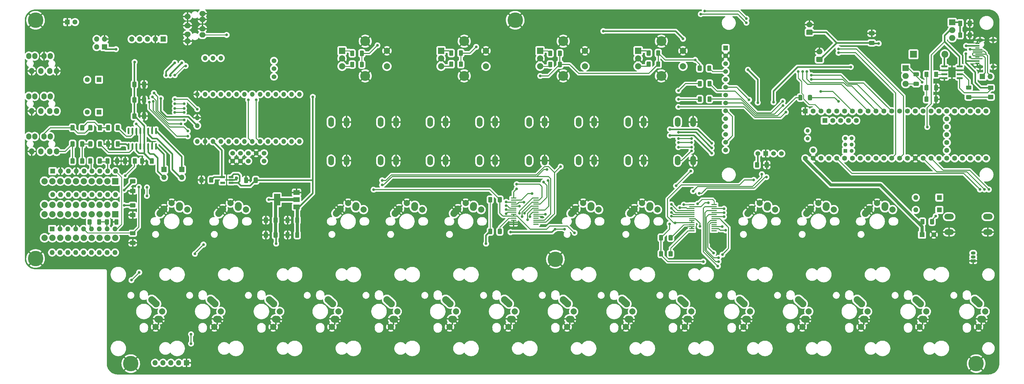
<source format=gbr>
G04 #@! TF.GenerationSoftware,KiCad,Pcbnew,(6.0.1)*
G04 #@! TF.CreationDate,2022-03-21T15:47:41+08:00*
G04 #@! TF.ProjectId,Teensy_Grovebox,5465656e-7379-45f4-9772-6f7665626f78,rev?*
G04 #@! TF.SameCoordinates,Original*
G04 #@! TF.FileFunction,Copper,L2,Bot*
G04 #@! TF.FilePolarity,Positive*
%FSLAX46Y46*%
G04 Gerber Fmt 4.6, Leading zero omitted, Abs format (unit mm)*
G04 Created by KiCad (PCBNEW (6.0.1)) date 2022-03-21 15:47:41*
%MOMM*%
%LPD*%
G01*
G04 APERTURE LIST*
G04 #@! TA.AperFunction,ComponentPad*
%ADD10R,1.600000X1.600000*%
G04 #@! TD*
G04 #@! TA.AperFunction,ComponentPad*
%ADD11C,1.600000*%
G04 #@! TD*
G04 #@! TA.AperFunction,ComponentPad*
%ADD12R,1.300000X1.300000*%
G04 #@! TD*
G04 #@! TA.AperFunction,ComponentPad*
%ADD13C,1.300000*%
G04 #@! TD*
G04 #@! TA.AperFunction,ComponentPad*
%ADD14R,2.000000X2.000000*%
G04 #@! TD*
G04 #@! TA.AperFunction,ComponentPad*
%ADD15C,2.000000*%
G04 #@! TD*
G04 #@! TA.AperFunction,ComponentPad*
%ADD16C,3.200000*%
G04 #@! TD*
G04 #@! TA.AperFunction,ComponentPad*
%ADD17O,1.850000X3.048000*%
G04 #@! TD*
G04 #@! TA.AperFunction,ComponentPad*
%ADD18O,3.048000X1.850000*%
G04 #@! TD*
G04 #@! TA.AperFunction,ComponentPad*
%ADD19C,2.250000*%
G04 #@! TD*
G04 #@! TA.AperFunction,ComponentPad*
%ADD20C,5.000000*%
G04 #@! TD*
G04 #@! TA.AperFunction,ComponentPad*
%ADD21O,1.700000X2.000000*%
G04 #@! TD*
G04 #@! TA.AperFunction,ComponentPad*
%ADD22R,2.032000X2.032000*%
G04 #@! TD*
G04 #@! TA.AperFunction,ComponentPad*
%ADD23C,2.032000*%
G04 #@! TD*
G04 #@! TA.AperFunction,ComponentPad*
%ADD24R,1.524000X1.524000*%
G04 #@! TD*
G04 #@! TA.AperFunction,ComponentPad*
%ADD25C,1.524000*%
G04 #@! TD*
G04 #@! TA.AperFunction,ComponentPad*
%ADD26O,2.000000X1.700000*%
G04 #@! TD*
G04 #@! TA.AperFunction,ComponentPad*
%ADD27R,1.700000X1.700000*%
G04 #@! TD*
G04 #@! TA.AperFunction,ComponentPad*
%ADD28O,1.700000X1.700000*%
G04 #@! TD*
G04 #@! TA.AperFunction,ComponentPad*
%ADD29O,1.524000X1.524000*%
G04 #@! TD*
G04 #@! TA.AperFunction,SMDPad,CuDef*
%ADD30R,1.560000X0.650000*%
G04 #@! TD*
G04 #@! TA.AperFunction,ComponentPad*
%ADD31O,1.600000X1.600000*%
G04 #@! TD*
G04 #@! TA.AperFunction,SMDPad,CuDef*
%ADD32R,1.450000X0.600000*%
G04 #@! TD*
G04 #@! TA.AperFunction,SMDPad,CuDef*
%ADD33R,1.450000X0.300000*%
G04 #@! TD*
G04 #@! TA.AperFunction,ComponentPad*
%ADD34O,1.600000X1.000000*%
G04 #@! TD*
G04 #@! TA.AperFunction,ComponentPad*
%ADD35O,2.100000X1.000000*%
G04 #@! TD*
G04 #@! TA.AperFunction,ComponentPad*
%ADD36R,2.000000X1.905000*%
G04 #@! TD*
G04 #@! TA.AperFunction,ComponentPad*
%ADD37O,2.000000X1.905000*%
G04 #@! TD*
G04 #@! TA.AperFunction,ComponentPad*
%ADD38C,1.800000*%
G04 #@! TD*
G04 #@! TA.AperFunction,SMDPad,CuDef*
%ADD39R,2.410000X3.300000*%
G04 #@! TD*
G04 #@! TA.AperFunction,ComponentPad*
%ADD40R,2.200000X2.200000*%
G04 #@! TD*
G04 #@! TA.AperFunction,ComponentPad*
%ADD41O,2.200000X2.200000*%
G04 #@! TD*
G04 #@! TA.AperFunction,SMDPad,CuDef*
%ADD42R,2.000000X1.500000*%
G04 #@! TD*
G04 #@! TA.AperFunction,SMDPad,CuDef*
%ADD43R,2.000000X3.800000*%
G04 #@! TD*
G04 #@! TA.AperFunction,SMDPad,CuDef*
%ADD44R,1.750000X0.450000*%
G04 #@! TD*
G04 #@! TA.AperFunction,ComponentPad*
%ADD45R,1.500000X1.050000*%
G04 #@! TD*
G04 #@! TA.AperFunction,ComponentPad*
%ADD46O,1.500000X1.050000*%
G04 #@! TD*
G04 #@! TA.AperFunction,ViaPad*
%ADD47C,0.900000*%
G04 #@! TD*
G04 #@! TA.AperFunction,Conductor*
%ADD48C,0.250000*%
G04 #@! TD*
G04 #@! TA.AperFunction,Conductor*
%ADD49C,1.000000*%
G04 #@! TD*
G04 #@! TA.AperFunction,Conductor*
%ADD50C,0.300000*%
G04 #@! TD*
G04 #@! TA.AperFunction,Conductor*
%ADD51C,0.500000*%
G04 #@! TD*
G04 APERTURE END LIST*
D10*
G04 #@! TO.P,U3,1,GND*
G04 #@! TO.N,GND*
X292790000Y-165380000D03*
D11*
G04 #@! TO.P,U3,2,0_RX1_CRX2_CS1*
G04 #@! TO.N,AMP_SHDN*
X295330000Y-165380000D03*
G04 #@! TO.P,U3,3,1_TX1_CTX2_MISO1*
G04 #@! TO.N,BAR MODE*
X297870000Y-165380000D03*
G04 #@! TO.P,U3,4,2_OUT2*
G04 #@! TO.N,BAR1 OUT*
X300410000Y-165380000D03*
G04 #@! TO.P,U3,5,3_LRCLK2*
G04 #@! TO.N,BAR2 OUT*
X302950000Y-165380000D03*
G04 #@! TO.P,U3,6,4_BCLK2*
G04 #@! TO.N,Net-(U1-Pad14)*
X305490000Y-165380000D03*
G04 #@! TO.P,U3,7,5_IN2*
G04 #@! TO.N,Net-(U1-Pad11)*
X308030000Y-165380000D03*
G04 #@! TO.P,U3,8,6_OUT1D*
G04 #@! TO.N,Net-(R10-Pad2)*
X310570000Y-165380000D03*
G04 #@! TO.P,U3,9,7_RX2_OUT1A*
G04 #@! TO.N,Net-(U2-Pad9)*
X313110000Y-165380000D03*
G04 #@! TO.P,U3,10,8_TX2_IN1*
G04 #@! TO.N,Net-(U2-Pad10)*
X315650000Y-165380000D03*
G04 #@! TO.P,U3,11,9_OUT1C*
G04 #@! TO.N,Net-(U1-Pad5)*
X318190000Y-165380000D03*
G04 #@! TO.P,U3,12,10_CS_MQSR*
G04 #@! TO.N,Net-(U1-Pad3)*
X320730000Y-165380000D03*
G04 #@! TO.P,U3,13,11_MOSI_CTX1*
G04 #@! TO.N,Net-(U1-Pad12)*
X323270000Y-165380000D03*
G04 #@! TO.P,U3,14,12_MISO_MQSL*
G04 #@! TO.N,Net-(U1-Pad13)*
X325810000Y-165380000D03*
G04 #@! TO.P,U3,15,3V3*
G04 #@! TO.N,unconnected-(U3-Pad15)*
X328350000Y-165380000D03*
G04 #@! TO.P,U3,16,24_A10_TX6_SCL2*
G04 #@! TO.N,Net-(ENC1-PadS1)*
X330890000Y-165380000D03*
G04 #@! TO.P,U3,17,25_A11_RX6_SDA2*
G04 #@! TO.N,Net-(ENC1-PadA)*
X333430000Y-165380000D03*
G04 #@! TO.P,U3,18,26_A12_MOSI1*
G04 #@! TO.N,Net-(ENC1-PadB)*
X335970000Y-165380000D03*
G04 #@! TO.P,U3,19,27_A13_SCK1*
G04 #@! TO.N,Net-(ENC2-PadS1)*
X338510000Y-165380000D03*
G04 #@! TO.P,U3,20,28_RX7*
G04 #@! TO.N,Net-(ENC2-PadA)*
X341050000Y-165380000D03*
G04 #@! TO.P,U3,21,29_TX7*
G04 #@! TO.N,Net-(ENC2-PadB)*
X343590000Y-165380000D03*
G04 #@! TO.P,U3,22,30_CRX3*
G04 #@! TO.N,Net-(ENC3-PadS1)*
X346130000Y-165380000D03*
G04 #@! TO.P,U3,23,31_CTX3*
G04 #@! TO.N,Net-(ENC3-PadA)*
X348670000Y-165380000D03*
G04 #@! TO.P,U3,24,32_OUT1B*
G04 #@! TO.N,Net-(ENC3-PadB)*
X351210000Y-165380000D03*
G04 #@! TO.P,U3,25,33_MCLK2*
G04 #@! TO.N,Net-(ENC4-PadS1)*
X351210000Y-180620000D03*
G04 #@! TO.P,U3,26,34_RX8*
G04 #@! TO.N,Net-(ENC4-PadA)*
X348670000Y-180620000D03*
G04 #@! TO.P,U3,27,35_TX8*
G04 #@! TO.N,Net-(ENC4-PadB)*
X346130000Y-180620000D03*
G04 #@! TO.P,U3,28,36_CS*
G04 #@! TO.N,FN_SW7*
X343590000Y-180620000D03*
G04 #@! TO.P,U3,29,37_CS*
G04 #@! TO.N,FN_SW6*
X341050000Y-180620000D03*
G04 #@! TO.P,U3,30,38_CS1_IN1*
G04 #@! TO.N,FN_SW5*
X338510000Y-180620000D03*
G04 #@! TO.P,U3,31,39_MISO1_OUT1A*
G04 #@! TO.N,FN_SW4*
X335970000Y-180620000D03*
G04 #@! TO.P,U3,32,40_A16*
G04 #@! TO.N,JOY_Y*
X333430000Y-180620000D03*
G04 #@! TO.P,U3,33,41_A17*
G04 #@! TO.N,JOY_X*
X330890000Y-180620000D03*
G04 #@! TO.P,U3,34,GND*
G04 #@! TO.N,GND*
X328350000Y-180620000D03*
G04 #@! TO.P,U3,35,13_SCK_LED*
G04 #@! TO.N,Net-(U1-Pad10)*
X325810000Y-180620000D03*
G04 #@! TO.P,U3,36,14_A0_TX3_SPDIF_OUT*
G04 #@! TO.N,SPDIF_OUT*
X323270000Y-180620000D03*
G04 #@! TO.P,U3,37,15_A1_RX3_SPDIF_IN*
G04 #@! TO.N,SPDIF_IN*
X320730000Y-180620000D03*
G04 #@! TO.P,U3,38,16_A2_RX4_SCL1*
G04 #@! TO.N,Net-(R16-Pad1)*
X318190000Y-180620000D03*
G04 #@! TO.P,U3,39,17_A3_TX4_SDA1*
G04 #@! TO.N,EXPANDER_INT*
X315650000Y-180620000D03*
G04 #@! TO.P,U3,40,18_A4_SDA*
G04 #@! TO.N,I2C1 SDA*
X313110000Y-180620000D03*
G04 #@! TO.P,U3,41,19_A5_SCL*
G04 #@! TO.N,I2C1 SCL*
X310570000Y-180620000D03*
G04 #@! TO.P,U3,42,20_A6_TX5_LRCLK1*
G04 #@! TO.N,Net-(U2-Pad24)*
X308030000Y-180620000D03*
G04 #@! TO.P,U3,43,21_A7_RX5_BCLK1*
G04 #@! TO.N,Net-(U2-Pad25)*
X305490000Y-180620000D03*
G04 #@! TO.P,U3,44,22_A8_CTX1*
G04 #@! TO.N,JOY_SW*
X302950000Y-180620000D03*
G04 #@! TO.P,U3,45,23_A9_CRX1_MCLK1*
G04 #@! TO.N,Net-(U2-Pad27)*
X300410000Y-180620000D03*
G04 #@! TO.P,U3,46,3V3*
G04 #@! TO.N,unconnected-(U3-Pad46)*
X297870000Y-180620000D03*
G04 #@! TO.P,U3,47,GND*
G04 #@! TO.N,GND*
X295330000Y-180620000D03*
G04 #@! TO.P,U3,48,VIN*
G04 #@! TO.N,+5V*
X292790000Y-180620000D03*
G04 #@! TO.P,U3,49,VUSB*
G04 #@! TO.N,unconnected-(U3-Pad49)*
X295330000Y-178080000D03*
G04 #@! TO.P,U3,50,VBAT*
G04 #@! TO.N,unconnected-(U3-Pad50)*
X338510000Y-167920000D03*
G04 #@! TO.P,U3,51,3V3*
G04 #@! TO.N,unconnected-(U3-Pad51)*
X338510000Y-170460000D03*
G04 #@! TO.P,U3,52,GND*
G04 #@! TO.N,unconnected-(U3-Pad52)*
X338510000Y-173000000D03*
G04 #@! TO.P,U3,53,PROGRAM*
G04 #@! TO.N,unconnected-(U3-Pad53)*
X338510000Y-175540000D03*
G04 #@! TO.P,U3,54,ON_OFF*
G04 #@! TO.N,unconnected-(U3-Pad54)*
X338510000Y-178080000D03*
D10*
G04 #@! TO.P,U3,55,5V*
G04 #@! TO.N,unconnected-(U3-Pad55)*
X299089200Y-168430800D03*
D11*
G04 #@! TO.P,U3,56,D-*
G04 #@! TO.N,unconnected-(U3-Pad56)*
X301629200Y-168430800D03*
G04 #@! TO.P,U3,57,D+*
G04 #@! TO.N,unconnected-(U3-Pad57)*
X304169200Y-168430800D03*
G04 #@! TO.P,U3,58,GND*
G04 #@! TO.N,unconnected-(U3-Pad58)*
X306709200Y-168430800D03*
G04 #@! TO.P,U3,59,GND*
G04 #@! TO.N,unconnected-(U3-Pad59)*
X309249200Y-168430800D03*
D12*
G04 #@! TO.P,U3,60,R+*
G04 #@! TO.N,unconnected-(U3-Pad60)*
X305760000Y-178181600D03*
D13*
G04 #@! TO.P,U3,61,LED*
G04 #@! TO.N,unconnected-(U3-Pad61)*
X305760000Y-176181600D03*
G04 #@! TO.P,U3,62,T-*
G04 #@! TO.N,unconnected-(U3-Pad62)*
X305760000Y-174181600D03*
G04 #@! TO.P,U3,63,T+*
G04 #@! TO.N,unconnected-(U3-Pad63)*
X307760000Y-174181600D03*
G04 #@! TO.P,U3,64,GND*
G04 #@! TO.N,unconnected-(U3-Pad64)*
X307760000Y-176181600D03*
G04 #@! TO.P,U3,65,R-*
G04 #@! TO.N,unconnected-(U3-Pad65)*
X307760000Y-178181600D03*
G04 #@! TO.P,U3,66,D-*
G04 #@! TO.N,unconnected-(U3-Pad66)*
X293520000Y-174270000D03*
G04 #@! TO.P,U3,67,D+*
G04 #@! TO.N,unconnected-(U3-Pad67)*
X293520000Y-171730000D03*
G04 #@! TD*
D10*
G04 #@! TO.P,C20,1*
G04 #@! TO.N,+5V*
X330497349Y-205300000D03*
D11*
G04 #@! TO.P,C20,2*
G04 #@! TO.N,GND*
X334297349Y-205300000D03*
G04 #@! TD*
D14*
G04 #@! TO.P,ENC2,A,A*
G04 #@! TO.N,Net-(ENC2-PadA)*
X175050000Y-145875000D03*
D15*
G04 #@! TO.P,ENC2,B,B*
G04 #@! TO.N,Net-(ENC2-PadB)*
X175050000Y-150875000D03*
G04 #@! TO.P,ENC2,C,C*
G04 #@! TO.N,GND*
X175050000Y-148375000D03*
D16*
G04 #@! TO.P,ENC2,MP,shell*
X182550000Y-142775000D03*
X182550000Y-153975000D03*
D15*
G04 #@! TO.P,ENC2,S1,S1*
G04 #@! TO.N,Net-(ENC2-PadS1)*
X189550000Y-150875000D03*
G04 #@! TO.P,ENC2,S2,S2*
G04 #@! TO.N,GND*
X189550000Y-145875000D03*
G04 #@! TD*
D14*
G04 #@! TO.P,ENC4,A,A*
G04 #@! TO.N,Net-(ENC4-PadA)*
X238750000Y-145875000D03*
D15*
G04 #@! TO.P,ENC4,B,B*
G04 #@! TO.N,Net-(ENC4-PadB)*
X238750000Y-150875000D03*
G04 #@! TO.P,ENC4,C,C*
G04 #@! TO.N,GND*
X238750000Y-148375000D03*
D16*
G04 #@! TO.P,ENC4,MP,shell*
X246250000Y-142775000D03*
X246250000Y-153975000D03*
D15*
G04 #@! TO.P,ENC4,S1,S1*
G04 #@! TO.N,Net-(ENC4-PadS1)*
X253250000Y-150875000D03*
G04 #@! TO.P,ENC4,S2,S2*
G04 #@! TO.N,GND*
X253250000Y-145875000D03*
G04 #@! TD*
D14*
G04 #@! TO.P,ENC1,A,A*
G04 #@! TO.N,Net-(ENC1-PadA)*
X143050000Y-145875000D03*
D15*
G04 #@! TO.P,ENC1,B,B*
G04 #@! TO.N,Net-(ENC1-PadB)*
X143050000Y-150875000D03*
G04 #@! TO.P,ENC1,C,C*
G04 #@! TO.N,GND*
X143050000Y-148375000D03*
D16*
G04 #@! TO.P,ENC1,MP,shell*
X150550000Y-142775000D03*
X150550000Y-153975000D03*
D15*
G04 #@! TO.P,ENC1,S1,S1*
G04 #@! TO.N,Net-(ENC1-PadS1)*
X157550000Y-150875000D03*
G04 #@! TO.P,ENC1,S2,S2*
G04 #@! TO.N,GND*
X157550000Y-145875000D03*
G04 #@! TD*
D14*
G04 #@! TO.P,ENC3,A,A*
G04 #@! TO.N,Net-(ENC3-PadA)*
X207050000Y-145875000D03*
D15*
G04 #@! TO.P,ENC3,B,B*
G04 #@! TO.N,Net-(ENC3-PadB)*
X207050000Y-150875000D03*
G04 #@! TO.P,ENC3,C,C*
G04 #@! TO.N,GND*
X207050000Y-148375000D03*
D16*
G04 #@! TO.P,ENC3,MP,shell*
X214550000Y-142775000D03*
X214550000Y-153975000D03*
D15*
G04 #@! TO.P,ENC3,S1,S1*
G04 #@! TO.N,Net-(ENC3-PadS1)*
X221550000Y-150875000D03*
G04 #@! TO.P,ENC3,S2,S2*
G04 #@! TO.N,GND*
X221550000Y-145875000D03*
G04 #@! TD*
D17*
G04 #@! TO.P,SW27,1,1*
G04 #@! TO.N,FN_SW0*
X139500000Y-181375000D03*
X139500000Y-168875000D03*
G04 #@! TO.P,SW27,2,2*
G04 #@! TO.N,GND*
X144500000Y-181375000D03*
X144500000Y-168875000D03*
G04 #@! TD*
G04 #@! TO.P,SW34,1,1*
G04 #@! TO.N,FN_SW7*
X251500000Y-181375000D03*
X251500000Y-168875000D03*
G04 #@! TO.P,SW34,2,2*
G04 #@! TO.N,GND*
X256500000Y-181375000D03*
X256500000Y-168875000D03*
G04 #@! TD*
G04 #@! TO.P,SW28,1,1*
G04 #@! TO.N,FN_SW1*
X155500000Y-181375000D03*
X155500000Y-168875000D03*
G04 #@! TO.P,SW28,2,2*
G04 #@! TO.N,GND*
X160500000Y-181375000D03*
X160500000Y-168875000D03*
G04 #@! TD*
G04 #@! TO.P,SW30,1,1*
G04 #@! TO.N,FN_SW3*
X187500000Y-181375000D03*
X187500000Y-168875000D03*
G04 #@! TO.P,SW30,2,2*
G04 #@! TO.N,GND*
X192500000Y-181375000D03*
X192500000Y-168875000D03*
G04 #@! TD*
G04 #@! TO.P,SW32,1,1*
G04 #@! TO.N,FN_SW5*
X219500000Y-181375000D03*
X219500000Y-168875000D03*
G04 #@! TO.P,SW32,2,2*
G04 #@! TO.N,GND*
X224500000Y-181375000D03*
X224500000Y-168875000D03*
G04 #@! TD*
G04 #@! TO.P,SW29,1,1*
G04 #@! TO.N,FN_SW2*
X171500000Y-181375000D03*
X171500000Y-168875000D03*
G04 #@! TO.P,SW29,2,2*
G04 #@! TO.N,GND*
X176500000Y-181375000D03*
X176500000Y-168875000D03*
G04 #@! TD*
G04 #@! TO.P,SW31,1,1*
G04 #@! TO.N,FN_SW4*
X203500000Y-181375000D03*
X203500000Y-168875000D03*
G04 #@! TO.P,SW31,2,2*
G04 #@! TO.N,GND*
X208500000Y-181375000D03*
X208500000Y-168875000D03*
G04 #@! TD*
G04 #@! TO.P,SW33,1,1*
G04 #@! TO.N,FN_SW6*
X235500000Y-181375000D03*
X235500000Y-168875000D03*
G04 #@! TO.P,SW33,2,2*
G04 #@! TO.N,GND*
X240500000Y-181375000D03*
X240500000Y-168875000D03*
G04 #@! TD*
D18*
G04 #@! TO.P,SW26,1,1*
G04 #@! TO.N,Net-(D4-Pad1)*
X339260000Y-199500000D03*
X351760000Y-199500000D03*
G04 #@! TO.P,SW26,2,2*
G04 #@! TO.N,GND*
X339260000Y-204500000D03*
X351760000Y-204500000D03*
G04 #@! TD*
D10*
G04 #@! TO.P,MIC,1,-*
G04 #@! TO.N,GND*
X54250000Y-136575000D03*
D11*
G04 #@! TO.P,MIC,2,+*
G04 #@! TO.N,Net-(MK1-Pad2)*
X56750000Y-136575000D03*
G04 #@! TD*
D10*
G04 #@! TO.P,C1,1*
G04 #@! TO.N,Net-(C1-Pad1)*
X64502651Y-165700000D03*
D11*
G04 #@! TO.P,C1,2*
G04 #@! TO.N,HP_OUT_R*
X60702651Y-165700000D03*
G04 #@! TD*
D10*
G04 #@! TO.P,C2,1*
G04 #@! TO.N,Net-(C2-Pad1)*
X64502651Y-155200000D03*
D11*
G04 #@! TO.P,C2,2*
G04 #@! TO.N,HP_OUT_L*
X60702651Y-155200000D03*
G04 #@! TD*
G04 #@! TO.P,SW21,1,1*
G04 #@! TO.N,Net-(SW21-Pad1)*
G04 #@! TA.AperFunction,ComponentPad*
G36*
G01*
X299423483Y-197622395D02*
X299423483Y-197622395D01*
G75*
G02*
X298377605Y-196423483I76517J1122395D01*
G01*
X298417147Y-195843451D01*
G75*
G02*
X299616059Y-194797573I1122395J-76517D01*
G01*
X299616059Y-194797573D01*
G75*
G02*
X300661937Y-195996485I-76517J-1122395D01*
G01*
X300622395Y-196576517D01*
G75*
G02*
X299423483Y-197622395I-1122395J76517D01*
G01*
G37*
G04 #@! TD.AperFunction*
D19*
X299540000Y-195920000D03*
D15*
X302000000Y-197200000D03*
G04 #@! TO.P,SW21,2,2*
G04 #@! TO.N,GND*
X297000000Y-195100000D03*
D19*
X294500000Y-197000000D03*
G04 #@! TA.AperFunction,ComponentPad*
G36*
G01*
X292438688Y-199297350D02*
X292438688Y-199297350D01*
G75*
G02*
X292352650Y-197708688I751312J837350D01*
G01*
X293662640Y-196248680D01*
G75*
G02*
X295251302Y-196162642I837350J-751312D01*
G01*
X295251302Y-196162642D01*
G75*
G02*
X295337340Y-197751304I-751312J-837350D01*
G01*
X294027350Y-199211312D01*
G75*
G02*
X292438688Y-199297350I-837350J751312D01*
G01*
G37*
G04 #@! TD.AperFunction*
G04 #@! TD*
G04 #@! TO.P,SW17,1,1*
G04 #@! TO.N,Net-(SW17-Pad1)*
X254000000Y-227627000D03*
G04 #@! TA.AperFunction,ComponentPad*
G36*
G01*
X251702650Y-225565688D02*
X251702650Y-225565688D01*
G75*
G02*
X253291312Y-225479650I837350J-751312D01*
G01*
X254751320Y-226789640D01*
G75*
G02*
X254837358Y-228378302I-751312J-837350D01*
G01*
X254837358Y-228378302D01*
G75*
G02*
X253248696Y-228464340I-837350J751312D01*
G01*
X251788688Y-227154350D01*
G75*
G02*
X251702650Y-225565688I751312J837350D01*
G01*
G37*
G04 #@! TD.AperFunction*
D15*
X255900000Y-230127000D03*
D19*
G04 #@! TO.P,SW17,2,2*
G04 #@! TO.N,GND*
X255080000Y-232667000D03*
G04 #@! TA.AperFunction,ComponentPad*
G36*
G01*
X253377605Y-232550483D02*
X253377605Y-232550483D01*
G75*
G02*
X254576517Y-231504605I1122395J-76517D01*
G01*
X255156549Y-231544147D01*
G75*
G02*
X256202427Y-232743059I-76517J-1122395D01*
G01*
X256202427Y-232743059D01*
G75*
G02*
X255003515Y-233788937I-1122395J76517D01*
G01*
X254423483Y-233749395D01*
G75*
G02*
X253377605Y-232550483I76517J1122395D01*
G01*
G37*
G04 #@! TD.AperFunction*
D15*
X253800000Y-235127000D03*
G04 #@! TD*
G04 #@! TO.P,SW9,1,1*
G04 #@! TO.N,Net-(SW9-Pad1)*
G04 #@! TA.AperFunction,ComponentPad*
G36*
G01*
X166423483Y-197622395D02*
X166423483Y-197622395D01*
G75*
G02*
X165377605Y-196423483I76517J1122395D01*
G01*
X165417147Y-195843451D01*
G75*
G02*
X166616059Y-194797573I1122395J-76517D01*
G01*
X166616059Y-194797573D01*
G75*
G02*
X167661937Y-195996485I-76517J-1122395D01*
G01*
X167622395Y-196576517D01*
G75*
G02*
X166423483Y-197622395I-1122395J76517D01*
G01*
G37*
G04 #@! TD.AperFunction*
X169000000Y-197200000D03*
D19*
X166540000Y-195920000D03*
D15*
G04 #@! TO.P,SW9,2,2*
G04 #@! TO.N,GND*
X164000000Y-195100000D03*
G04 #@! TA.AperFunction,ComponentPad*
G36*
G01*
X159438688Y-199297350D02*
X159438688Y-199297350D01*
G75*
G02*
X159352650Y-197708688I751312J837350D01*
G01*
X160662640Y-196248680D01*
G75*
G02*
X162251302Y-196162642I837350J-751312D01*
G01*
X162251302Y-196162642D01*
G75*
G02*
X162337340Y-197751304I-751312J-837350D01*
G01*
X161027350Y-199211312D01*
G75*
G02*
X159438688Y-199297350I-837350J751312D01*
G01*
G37*
G04 #@! TD.AperFunction*
D19*
X161500000Y-197000000D03*
G04 #@! TD*
G04 #@! TO.P,SW12,1,1*
G04 #@! TO.N,Net-(SW12-Pad1)*
X197000000Y-227627000D03*
D15*
X198900000Y-230127000D03*
G04 #@! TA.AperFunction,ComponentPad*
G36*
G01*
X194702650Y-225565688D02*
X194702650Y-225565688D01*
G75*
G02*
X196291312Y-225479650I837350J-751312D01*
G01*
X197751320Y-226789640D01*
G75*
G02*
X197837358Y-228378302I-751312J-837350D01*
G01*
X197837358Y-228378302D01*
G75*
G02*
X196248696Y-228464340I-837350J751312D01*
G01*
X194788688Y-227154350D01*
G75*
G02*
X194702650Y-225565688I751312J837350D01*
G01*
G37*
G04 #@! TD.AperFunction*
G04 #@! TO.P,SW12,2,2*
G04 #@! TO.N,GND*
G04 #@! TA.AperFunction,ComponentPad*
G36*
G01*
X196377605Y-232550483D02*
X196377605Y-232550483D01*
G75*
G02*
X197576517Y-231504605I1122395J-76517D01*
G01*
X198156549Y-231544147D01*
G75*
G02*
X199202427Y-232743059I-76517J-1122395D01*
G01*
X199202427Y-232743059D01*
G75*
G02*
X198003515Y-233788937I-1122395J76517D01*
G01*
X197423483Y-233749395D01*
G75*
G02*
X196377605Y-232550483I76517J1122395D01*
G01*
G37*
G04 #@! TD.AperFunction*
D19*
X198080000Y-232667000D03*
D15*
X196800000Y-235127000D03*
G04 #@! TD*
G04 #@! TO.P,SW22,1,1*
G04 #@! TO.N,Net-(SW22-Pad1)*
G04 #@! TA.AperFunction,ComponentPad*
G36*
G01*
X308702650Y-225565688D02*
X308702650Y-225565688D01*
G75*
G02*
X310291312Y-225479650I837350J-751312D01*
G01*
X311751320Y-226789640D01*
G75*
G02*
X311837358Y-228378302I-751312J-837350D01*
G01*
X311837358Y-228378302D01*
G75*
G02*
X310248696Y-228464340I-837350J751312D01*
G01*
X308788688Y-227154350D01*
G75*
G02*
X308702650Y-225565688I751312J837350D01*
G01*
G37*
G04 #@! TD.AperFunction*
D19*
X311000000Y-227627000D03*
D15*
X312900000Y-230127000D03*
D19*
G04 #@! TO.P,SW22,2,2*
G04 #@! TO.N,GND*
X312080000Y-232667000D03*
G04 #@! TA.AperFunction,ComponentPad*
G36*
G01*
X310377605Y-232550483D02*
X310377605Y-232550483D01*
G75*
G02*
X311576517Y-231504605I1122395J-76517D01*
G01*
X312156549Y-231544147D01*
G75*
G02*
X313202427Y-232743059I-76517J-1122395D01*
G01*
X313202427Y-232743059D01*
G75*
G02*
X312003515Y-233788937I-1122395J76517D01*
G01*
X311423483Y-233749395D01*
G75*
G02*
X310377605Y-232550483I76517J1122395D01*
G01*
G37*
G04 #@! TD.AperFunction*
D15*
X310800000Y-235127000D03*
G04 #@! TD*
G04 #@! TO.P,SW4,1,1*
G04 #@! TO.N,Net-(SW4-Pad1)*
G04 #@! TA.AperFunction,ComponentPad*
G36*
G01*
X109423483Y-197622395D02*
X109423483Y-197622395D01*
G75*
G02*
X108377605Y-196423483I76517J1122395D01*
G01*
X108417147Y-195843451D01*
G75*
G02*
X109616059Y-194797573I1122395J-76517D01*
G01*
X109616059Y-194797573D01*
G75*
G02*
X110661937Y-195996485I-76517J-1122395D01*
G01*
X110622395Y-196576517D01*
G75*
G02*
X109423483Y-197622395I-1122395J76517D01*
G01*
G37*
G04 #@! TD.AperFunction*
X112000000Y-197200000D03*
D19*
X109540000Y-195920000D03*
G04 #@! TO.P,SW4,2,2*
G04 #@! TO.N,GND*
X104500000Y-197000000D03*
G04 #@! TA.AperFunction,ComponentPad*
G36*
G01*
X102438688Y-199297350D02*
X102438688Y-199297350D01*
G75*
G02*
X102352650Y-197708688I751312J837350D01*
G01*
X103662640Y-196248680D01*
G75*
G02*
X105251302Y-196162642I837350J-751312D01*
G01*
X105251302Y-196162642D01*
G75*
G02*
X105337340Y-197751304I-751312J-837350D01*
G01*
X104027350Y-199211312D01*
G75*
G02*
X102438688Y-199297350I-837350J751312D01*
G01*
G37*
G04 #@! TD.AperFunction*
D15*
X107000000Y-195100000D03*
G04 #@! TD*
G04 #@! TO.P,SW3,1,1*
G04 #@! TO.N,Net-(SW3-Pad1)*
G04 #@! TA.AperFunction,ComponentPad*
G36*
G01*
X99702650Y-225565688D02*
X99702650Y-225565688D01*
G75*
G02*
X101291312Y-225479650I837350J-751312D01*
G01*
X102751320Y-226789640D01*
G75*
G02*
X102837358Y-228378302I-751312J-837350D01*
G01*
X102837358Y-228378302D01*
G75*
G02*
X101248696Y-228464340I-837350J751312D01*
G01*
X99788688Y-227154350D01*
G75*
G02*
X99702650Y-225565688I751312J837350D01*
G01*
G37*
G04 #@! TD.AperFunction*
D19*
X102000000Y-227627000D03*
D15*
X103900000Y-230127000D03*
G04 #@! TO.P,SW3,2,2*
G04 #@! TO.N,GND*
G04 #@! TA.AperFunction,ComponentPad*
G36*
G01*
X101377605Y-232550483D02*
X101377605Y-232550483D01*
G75*
G02*
X102576517Y-231504605I1122395J-76517D01*
G01*
X103156549Y-231544147D01*
G75*
G02*
X104202427Y-232743059I-76517J-1122395D01*
G01*
X104202427Y-232743059D01*
G75*
G02*
X103003515Y-233788937I-1122395J76517D01*
G01*
X102423483Y-233749395D01*
G75*
G02*
X101377605Y-232550483I76517J1122395D01*
G01*
G37*
G04 #@! TD.AperFunction*
D19*
X103080000Y-232667000D03*
D15*
X101800000Y-235127000D03*
G04 #@! TD*
G04 #@! TO.P,SW19,1,1*
G04 #@! TO.N,Net-(SW19-Pad1)*
X283000000Y-197200000D03*
G04 #@! TA.AperFunction,ComponentPad*
G36*
G01*
X280423483Y-197622395D02*
X280423483Y-197622395D01*
G75*
G02*
X279377605Y-196423483I76517J1122395D01*
G01*
X279417147Y-195843451D01*
G75*
G02*
X280616059Y-194797573I1122395J-76517D01*
G01*
X280616059Y-194797573D01*
G75*
G02*
X281661937Y-195996485I-76517J-1122395D01*
G01*
X281622395Y-196576517D01*
G75*
G02*
X280423483Y-197622395I-1122395J76517D01*
G01*
G37*
G04 #@! TD.AperFunction*
D19*
X280540000Y-195920000D03*
G04 #@! TO.P,SW19,2,2*
G04 #@! TO.N,GND*
G04 #@! TA.AperFunction,ComponentPad*
G36*
G01*
X273438688Y-199297350D02*
X273438688Y-199297350D01*
G75*
G02*
X273352650Y-197708688I751312J837350D01*
G01*
X274662640Y-196248680D01*
G75*
G02*
X276251302Y-196162642I837350J-751312D01*
G01*
X276251302Y-196162642D01*
G75*
G02*
X276337340Y-197751304I-751312J-837350D01*
G01*
X275027350Y-199211312D01*
G75*
G02*
X273438688Y-199297350I-837350J751312D01*
G01*
G37*
G04 #@! TD.AperFunction*
D15*
X278000000Y-195100000D03*
D19*
X275500000Y-197000000D03*
G04 #@! TD*
D20*
G04 #@! TO.P,,*
G04 #@! TO.N,GND*
X44000000Y-136000000D03*
G04 #@! TD*
D21*
G04 #@! TO.P,J8,1,S*
G04 #@! TO.N,GND*
X42750000Y-152382500D03*
G04 #@! TO.P,J8,2,R2*
G04 #@! TO.N,unconnected-(J8-Pad2)*
X45750000Y-152382500D03*
G04 #@! TO.P,J8,3,R1*
G04 #@! TO.N,LINE_IN_R*
X48550000Y-152382500D03*
G04 #@! TO.P,J8,4,Ts*
G04 #@! TO.N,GND*
X50750000Y-152382500D03*
G04 #@! TO.P,J8,5,Ss*
G04 #@! TO.N,unconnected-(J8-Pad5)*
X41850000Y-147582500D03*
G04 #@! TO.P,J8,6,R2s*
G04 #@! TO.N,unconnected-(J8-Pad6)*
X43750000Y-147582500D03*
G04 #@! TO.P,J8,7,R1s*
G04 #@! TO.N,GND*
X46750000Y-147582500D03*
G04 #@! TO.P,J8,8,T*
G04 #@! TO.N,LINE_IN_L*
X48750000Y-147582500D03*
G04 #@! TD*
D22*
G04 #@! TO.P,BAR2,1,A*
G04 #@! TO.N,+3V3*
X69750000Y-188000000D03*
D23*
G04 #@! TO.P,BAR2,2,A*
X67210000Y-188000000D03*
G04 #@! TO.P,BAR2,3,A*
X64670000Y-188000000D03*
G04 #@! TO.P,BAR2,4,A*
X62130000Y-188000000D03*
G04 #@! TO.P,BAR2,5,A*
X59590000Y-188000000D03*
G04 #@! TO.P,BAR2,6,A*
X57050000Y-188000000D03*
G04 #@! TO.P,BAR2,7,A*
X54510000Y-188000000D03*
G04 #@! TO.P,BAR2,8,A*
X51970000Y-188000000D03*
G04 #@! TO.P,BAR2,9,A*
X49430000Y-188000000D03*
G04 #@! TO.P,BAR2,10,A*
X46890000Y-188000000D03*
G04 #@! TO.P,BAR2,11,K*
G04 #@! TO.N,Net-(BAR2-Pad11)*
X46890000Y-195620000D03*
G04 #@! TO.P,BAR2,12,K*
G04 #@! TO.N,Net-(BAR2-Pad12)*
X49430000Y-195620000D03*
G04 #@! TO.P,BAR2,13,K*
G04 #@! TO.N,Net-(BAR2-Pad13)*
X51970000Y-195620000D03*
G04 #@! TO.P,BAR2,14,K*
G04 #@! TO.N,Net-(BAR2-Pad14)*
X54510000Y-195620000D03*
G04 #@! TO.P,BAR2,15,K*
G04 #@! TO.N,Net-(BAR2-Pad15)*
X57050000Y-195620000D03*
G04 #@! TO.P,BAR2,16,K*
G04 #@! TO.N,Net-(BAR2-Pad16)*
X59590000Y-195620000D03*
G04 #@! TO.P,BAR2,17,K*
G04 #@! TO.N,Net-(BAR2-Pad17)*
X62130000Y-195620000D03*
G04 #@! TO.P,BAR2,18,K*
G04 #@! TO.N,Net-(BAR2-Pad18)*
X64670000Y-195620000D03*
G04 #@! TO.P,BAR2,19,K*
G04 #@! TO.N,Net-(BAR2-Pad19)*
X67210000Y-195620000D03*
G04 #@! TO.P,BAR2,20,K*
G04 #@! TO.N,Net-(BAR2-Pad20)*
X69750000Y-195620000D03*
G04 #@! TD*
D15*
G04 #@! TO.P,SW10,1,1*
G04 #@! TO.N,Net-(SW10-Pad1)*
X179900000Y-230127000D03*
G04 #@! TA.AperFunction,ComponentPad*
G36*
G01*
X175702650Y-225565688D02*
X175702650Y-225565688D01*
G75*
G02*
X177291312Y-225479650I837350J-751312D01*
G01*
X178751320Y-226789640D01*
G75*
G02*
X178837358Y-228378302I-751312J-837350D01*
G01*
X178837358Y-228378302D01*
G75*
G02*
X177248696Y-228464340I-837350J751312D01*
G01*
X175788688Y-227154350D01*
G75*
G02*
X175702650Y-225565688I751312J837350D01*
G01*
G37*
G04 #@! TD.AperFunction*
D19*
X178000000Y-227627000D03*
G04 #@! TO.P,SW10,2,2*
G04 #@! TO.N,GND*
X179080000Y-232667000D03*
G04 #@! TA.AperFunction,ComponentPad*
G36*
G01*
X177377605Y-232550483D02*
X177377605Y-232550483D01*
G75*
G02*
X178576517Y-231504605I1122395J-76517D01*
G01*
X179156549Y-231544147D01*
G75*
G02*
X180202427Y-232743059I-76517J-1122395D01*
G01*
X180202427Y-232743059D01*
G75*
G02*
X179003515Y-233788937I-1122395J76517D01*
G01*
X178423483Y-233749395D01*
G75*
G02*
X177377605Y-232550483I76517J1122395D01*
G01*
G37*
G04 #@! TD.AperFunction*
D15*
X177800000Y-235127000D03*
G04 #@! TD*
D20*
G04 #@! TO.P,,*
G04 #@! TO.N,GND*
X212000000Y-213250000D03*
G04 #@! TD*
D19*
G04 #@! TO.P,SW7,1,1*
G04 #@! TO.N,Net-(SW7-Pad1)*
X147540000Y-195920000D03*
G04 #@! TA.AperFunction,ComponentPad*
G36*
G01*
X147423483Y-197622395D02*
X147423483Y-197622395D01*
G75*
G02*
X146377605Y-196423483I76517J1122395D01*
G01*
X146417147Y-195843451D01*
G75*
G02*
X147616059Y-194797573I1122395J-76517D01*
G01*
X147616059Y-194797573D01*
G75*
G02*
X148661937Y-195996485I-76517J-1122395D01*
G01*
X148622395Y-196576517D01*
G75*
G02*
X147423483Y-197622395I-1122395J76517D01*
G01*
G37*
G04 #@! TD.AperFunction*
D15*
X150000000Y-197200000D03*
G04 #@! TO.P,SW7,2,2*
G04 #@! TO.N,GND*
X145000000Y-195100000D03*
G04 #@! TA.AperFunction,ComponentPad*
G36*
G01*
X140438688Y-199297350D02*
X140438688Y-199297350D01*
G75*
G02*
X140352650Y-197708688I751312J837350D01*
G01*
X141662640Y-196248680D01*
G75*
G02*
X143251302Y-196162642I837350J-751312D01*
G01*
X143251302Y-196162642D01*
G75*
G02*
X143337340Y-197751304I-751312J-837350D01*
G01*
X142027350Y-199211312D01*
G75*
G02*
X140438688Y-199297350I-837350J751312D01*
G01*
G37*
G04 #@! TD.AperFunction*
D19*
X142500000Y-197000000D03*
G04 #@! TD*
G04 #@! TO.P,SW11,1,1*
G04 #@! TO.N,Net-(SW11-Pad1)*
X185540000Y-195920000D03*
D15*
X188000000Y-197200000D03*
G04 #@! TA.AperFunction,ComponentPad*
G36*
G01*
X185423483Y-197622395D02*
X185423483Y-197622395D01*
G75*
G02*
X184377605Y-196423483I76517J1122395D01*
G01*
X184417147Y-195843451D01*
G75*
G02*
X185616059Y-194797573I1122395J-76517D01*
G01*
X185616059Y-194797573D01*
G75*
G02*
X186661937Y-195996485I-76517J-1122395D01*
G01*
X186622395Y-196576517D01*
G75*
G02*
X185423483Y-197622395I-1122395J76517D01*
G01*
G37*
G04 #@! TD.AperFunction*
D19*
G04 #@! TO.P,SW11,2,2*
G04 #@! TO.N,GND*
X180500000Y-197000000D03*
D15*
X183000000Y-195100000D03*
G04 #@! TA.AperFunction,ComponentPad*
G36*
G01*
X178438688Y-199297350D02*
X178438688Y-199297350D01*
G75*
G02*
X178352650Y-197708688I751312J837350D01*
G01*
X179662640Y-196248680D01*
G75*
G02*
X181251302Y-196162642I837350J-751312D01*
G01*
X181251302Y-196162642D01*
G75*
G02*
X181337340Y-197751304I-751312J-837350D01*
G01*
X180027350Y-199211312D01*
G75*
G02*
X178438688Y-199297350I-837350J751312D01*
G01*
G37*
G04 #@! TD.AperFunction*
G04 #@! TD*
G04 #@! TO.P,SW2,1,1*
G04 #@! TO.N,Net-(SW2-Pad1)*
X93000000Y-197200000D03*
D19*
X90540000Y-195920000D03*
G04 #@! TA.AperFunction,ComponentPad*
G36*
G01*
X90423483Y-197622395D02*
X90423483Y-197622395D01*
G75*
G02*
X89377605Y-196423483I76517J1122395D01*
G01*
X89417147Y-195843451D01*
G75*
G02*
X90616059Y-194797573I1122395J-76517D01*
G01*
X90616059Y-194797573D01*
G75*
G02*
X91661937Y-195996485I-76517J-1122395D01*
G01*
X91622395Y-196576517D01*
G75*
G02*
X90423483Y-197622395I-1122395J76517D01*
G01*
G37*
G04 #@! TD.AperFunction*
G04 #@! TO.P,SW2,2,2*
G04 #@! TO.N,GND*
G04 #@! TA.AperFunction,ComponentPad*
G36*
G01*
X83438688Y-199297350D02*
X83438688Y-199297350D01*
G75*
G02*
X83352650Y-197708688I751312J837350D01*
G01*
X84662640Y-196248680D01*
G75*
G02*
X86251302Y-196162642I837350J-751312D01*
G01*
X86251302Y-196162642D01*
G75*
G02*
X86337340Y-197751304I-751312J-837350D01*
G01*
X85027350Y-199211312D01*
G75*
G02*
X83438688Y-199297350I-837350J751312D01*
G01*
G37*
G04 #@! TD.AperFunction*
D15*
X88000000Y-195100000D03*
D19*
X85500000Y-197000000D03*
G04 #@! TD*
D21*
G04 #@! TO.P,J10,1,S*
G04 #@! TO.N,GND*
X42750000Y-178382500D03*
G04 #@! TO.P,J10,2,R2*
G04 #@! TO.N,unconnected-(J10-Pad2)*
X45750000Y-178382500D03*
G04 #@! TO.P,J10,3,R1*
G04 #@! TO.N,HP_OUT_R*
X48550000Y-178382500D03*
G04 #@! TO.P,J10,4,Ts*
G04 #@! TO.N,AMP_L*
X50750000Y-178382500D03*
G04 #@! TO.P,J10,5,Ss*
G04 #@! TO.N,HP_DETECT*
X41850000Y-173582500D03*
G04 #@! TO.P,J10,6,R2s*
G04 #@! TO.N,unconnected-(J10-Pad6)*
X43750000Y-173582500D03*
G04 #@! TO.P,J10,7,R1s*
G04 #@! TO.N,AMP_R*
X46750000Y-173582500D03*
G04 #@! TO.P,J10,8,T*
G04 #@! TO.N,HP_OUT_L*
X48750000Y-173582500D03*
G04 #@! TD*
D20*
G04 #@! TO.P,,*
G04 #@! TO.N,GND*
X44000000Y-213000000D03*
G04 #@! TD*
D24*
G04 #@! TO.P,U1,1,VCC*
G04 #@! TO.N,+5V*
X267050000Y-144955000D03*
D25*
G04 #@! TO.P,U1,2,GND*
G04 #@! TO.N,GND*
X267050000Y-147495000D03*
G04 #@! TO.P,U1,3,CS*
G04 #@! TO.N,Net-(U1-Pad3)*
X267050000Y-150035000D03*
G04 #@! TO.P,U1,4,RESET*
G04 #@! TO.N,Net-(R9-Pad2)*
X267050000Y-152575000D03*
G04 #@! TO.P,U1,5,DC*
G04 #@! TO.N,Net-(U1-Pad5)*
X267050000Y-155115000D03*
G04 #@! TO.P,U1,6,SDI(MOSI)*
G04 #@! TO.N,Net-(U1-Pad12)*
X267050000Y-157655000D03*
G04 #@! TO.P,U1,7,SCK*
G04 #@! TO.N,Net-(U1-Pad10)*
X267050000Y-160195000D03*
G04 #@! TO.P,U1,8,LED*
G04 #@! TO.N,Net-(R10-Pad1)*
X267050000Y-162735000D03*
G04 #@! TO.P,U1,9,SDO(MISO)*
G04 #@! TO.N,Net-(U1-Pad13)*
X267050000Y-165275000D03*
G04 #@! TO.P,U1,10,T_CLK*
G04 #@! TO.N,Net-(U1-Pad10)*
X267050000Y-167815000D03*
G04 #@! TO.P,U1,11,T_CS*
G04 #@! TO.N,Net-(U1-Pad11)*
X267050000Y-170355000D03*
G04 #@! TO.P,U1,12,T_DIN*
G04 #@! TO.N,Net-(U1-Pad12)*
X267050000Y-172895000D03*
G04 #@! TO.P,U1,13,T_DO*
G04 #@! TO.N,Net-(U1-Pad13)*
X267050000Y-175435000D03*
G04 #@! TO.P,U1,14,T_IRQ*
G04 #@! TO.N,Net-(U1-Pad14)*
X267050000Y-177975000D03*
G04 #@! TD*
G04 #@! TO.P,SW5,1,1*
G04 #@! TO.N,Net-(SW5-Pad1)*
G04 #@! TA.AperFunction,ComponentPad*
G36*
G01*
X118702650Y-225565688D02*
X118702650Y-225565688D01*
G75*
G02*
X120291312Y-225479650I837350J-751312D01*
G01*
X121751320Y-226789640D01*
G75*
G02*
X121837358Y-228378302I-751312J-837350D01*
G01*
X121837358Y-228378302D01*
G75*
G02*
X120248696Y-228464340I-837350J751312D01*
G01*
X118788688Y-227154350D01*
G75*
G02*
X118702650Y-225565688I751312J837350D01*
G01*
G37*
G04 #@! TD.AperFunction*
D15*
X122900000Y-230127000D03*
D19*
X121000000Y-227627000D03*
G04 #@! TO.P,SW5,2,2*
G04 #@! TO.N,GND*
G04 #@! TA.AperFunction,ComponentPad*
G36*
G01*
X120377605Y-232550483D02*
X120377605Y-232550483D01*
G75*
G02*
X121576517Y-231504605I1122395J-76517D01*
G01*
X122156549Y-231544147D01*
G75*
G02*
X123202427Y-232743059I-76517J-1122395D01*
G01*
X123202427Y-232743059D01*
G75*
G02*
X122003515Y-233788937I-1122395J76517D01*
G01*
X121423483Y-233749395D01*
G75*
G02*
X120377605Y-232550483I76517J1122395D01*
G01*
G37*
G04 #@! TD.AperFunction*
X122080000Y-232667000D03*
D15*
X120800000Y-235127000D03*
G04 #@! TD*
G04 #@! TO.P,SW25,1,1*
G04 #@! TO.N,Net-(SW25-Pad1)*
G04 #@! TA.AperFunction,ComponentPad*
G36*
G01*
X346702650Y-225565688D02*
X346702650Y-225565688D01*
G75*
G02*
X348291312Y-225479650I837350J-751312D01*
G01*
X349751320Y-226789640D01*
G75*
G02*
X349837358Y-228378302I-751312J-837350D01*
G01*
X349837358Y-228378302D01*
G75*
G02*
X348248696Y-228464340I-837350J751312D01*
G01*
X346788688Y-227154350D01*
G75*
G02*
X346702650Y-225565688I751312J837350D01*
G01*
G37*
G04 #@! TD.AperFunction*
D19*
X349000000Y-227627000D03*
D15*
X350900000Y-230127000D03*
G04 #@! TO.P,SW25,2,2*
G04 #@! TO.N,GND*
X348800000Y-235127000D03*
D19*
X350080000Y-232667000D03*
G04 #@! TA.AperFunction,ComponentPad*
G36*
G01*
X348377605Y-232550483D02*
X348377605Y-232550483D01*
G75*
G02*
X349576517Y-231504605I1122395J-76517D01*
G01*
X350156549Y-231544147D01*
G75*
G02*
X351202427Y-232743059I-76517J-1122395D01*
G01*
X351202427Y-232743059D01*
G75*
G02*
X350003515Y-233788937I-1122395J76517D01*
G01*
X349423483Y-233749395D01*
G75*
G02*
X348377605Y-232550483I76517J1122395D01*
G01*
G37*
G04 #@! TD.AperFunction*
G04 #@! TD*
D15*
G04 #@! TO.P,SW20,1,1*
G04 #@! TO.N,Net-(SW20-Pad1)*
X293900000Y-230127000D03*
D19*
X292000000Y-227627000D03*
G04 #@! TA.AperFunction,ComponentPad*
G36*
G01*
X289702650Y-225565688D02*
X289702650Y-225565688D01*
G75*
G02*
X291291312Y-225479650I837350J-751312D01*
G01*
X292751320Y-226789640D01*
G75*
G02*
X292837358Y-228378302I-751312J-837350D01*
G01*
X292837358Y-228378302D01*
G75*
G02*
X291248696Y-228464340I-837350J751312D01*
G01*
X289788688Y-227154350D01*
G75*
G02*
X289702650Y-225565688I751312J837350D01*
G01*
G37*
G04 #@! TD.AperFunction*
D15*
G04 #@! TO.P,SW20,2,2*
G04 #@! TO.N,GND*
X291800000Y-235127000D03*
D19*
X293080000Y-232667000D03*
G04 #@! TA.AperFunction,ComponentPad*
G36*
G01*
X291377605Y-232550483D02*
X291377605Y-232550483D01*
G75*
G02*
X292576517Y-231504605I1122395J-76517D01*
G01*
X293156549Y-231544147D01*
G75*
G02*
X294202427Y-232743059I-76517J-1122395D01*
G01*
X294202427Y-232743059D01*
G75*
G02*
X293003515Y-233788937I-1122395J76517D01*
G01*
X292423483Y-233749395D01*
G75*
G02*
X291377605Y-232550483I76517J1122395D01*
G01*
G37*
G04 #@! TD.AperFunction*
G04 #@! TD*
D20*
G04 #@! TO.P,,*
G04 #@! TO.N,GND*
X199000000Y-136000000D03*
G04 #@! TD*
D19*
G04 #@! TO.P,SW6,1,1*
G04 #@! TO.N,Net-(SW6-Pad1)*
X140000000Y-227627000D03*
D15*
X141900000Y-230127000D03*
G04 #@! TA.AperFunction,ComponentPad*
G36*
G01*
X137702650Y-225565688D02*
X137702650Y-225565688D01*
G75*
G02*
X139291312Y-225479650I837350J-751312D01*
G01*
X140751320Y-226789640D01*
G75*
G02*
X140837358Y-228378302I-751312J-837350D01*
G01*
X140837358Y-228378302D01*
G75*
G02*
X139248696Y-228464340I-837350J751312D01*
G01*
X137788688Y-227154350D01*
G75*
G02*
X137702650Y-225565688I751312J837350D01*
G01*
G37*
G04 #@! TD.AperFunction*
G04 #@! TO.P,SW6,2,2*
G04 #@! TO.N,GND*
G04 #@! TA.AperFunction,ComponentPad*
G36*
G01*
X139377605Y-232550483D02*
X139377605Y-232550483D01*
G75*
G02*
X140576517Y-231504605I1122395J-76517D01*
G01*
X141156549Y-231544147D01*
G75*
G02*
X142202427Y-232743059I-76517J-1122395D01*
G01*
X142202427Y-232743059D01*
G75*
G02*
X141003515Y-233788937I-1122395J76517D01*
G01*
X140423483Y-233749395D01*
G75*
G02*
X139377605Y-232550483I76517J1122395D01*
G01*
G37*
G04 #@! TD.AperFunction*
D19*
X141080000Y-232667000D03*
D15*
X139800000Y-235127000D03*
G04 #@! TD*
G04 #@! TO.P,SW15,1,1*
G04 #@! TO.N,Net-(SW15-Pad1)*
G04 #@! TA.AperFunction,ComponentPad*
G36*
G01*
X232702650Y-225565688D02*
X232702650Y-225565688D01*
G75*
G02*
X234291312Y-225479650I837350J-751312D01*
G01*
X235751320Y-226789640D01*
G75*
G02*
X235837358Y-228378302I-751312J-837350D01*
G01*
X235837358Y-228378302D01*
G75*
G02*
X234248696Y-228464340I-837350J751312D01*
G01*
X232788688Y-227154350D01*
G75*
G02*
X232702650Y-225565688I751312J837350D01*
G01*
G37*
G04 #@! TD.AperFunction*
X236900000Y-230127000D03*
D19*
X235000000Y-227627000D03*
G04 #@! TO.P,SW15,2,2*
G04 #@! TO.N,GND*
G04 #@! TA.AperFunction,ComponentPad*
G36*
G01*
X234377605Y-232550483D02*
X234377605Y-232550483D01*
G75*
G02*
X235576517Y-231504605I1122395J-76517D01*
G01*
X236156549Y-231544147D01*
G75*
G02*
X237202427Y-232743059I-76517J-1122395D01*
G01*
X237202427Y-232743059D01*
G75*
G02*
X236003515Y-233788937I-1122395J76517D01*
G01*
X235423483Y-233749395D01*
G75*
G02*
X234377605Y-232550483I76517J1122395D01*
G01*
G37*
G04 #@! TD.AperFunction*
D15*
X234800000Y-235127000D03*
D19*
X236080000Y-232667000D03*
G04 #@! TD*
D15*
G04 #@! TO.P,SW16,1,1*
G04 #@! TO.N,Net-(SW16-Pad1)*
X245000000Y-197200000D03*
G04 #@! TA.AperFunction,ComponentPad*
G36*
G01*
X242423483Y-197622395D02*
X242423483Y-197622395D01*
G75*
G02*
X241377605Y-196423483I76517J1122395D01*
G01*
X241417147Y-195843451D01*
G75*
G02*
X242616059Y-194797573I1122395J-76517D01*
G01*
X242616059Y-194797573D01*
G75*
G02*
X243661937Y-195996485I-76517J-1122395D01*
G01*
X243622395Y-196576517D01*
G75*
G02*
X242423483Y-197622395I-1122395J76517D01*
G01*
G37*
G04 #@! TD.AperFunction*
D19*
X242540000Y-195920000D03*
D15*
G04 #@! TO.P,SW16,2,2*
G04 #@! TO.N,GND*
X240000000Y-195100000D03*
D19*
X237500000Y-197000000D03*
G04 #@! TA.AperFunction,ComponentPad*
G36*
G01*
X235438688Y-199297350D02*
X235438688Y-199297350D01*
G75*
G02*
X235352650Y-197708688I751312J837350D01*
G01*
X236662640Y-196248680D01*
G75*
G02*
X238251302Y-196162642I837350J-751312D01*
G01*
X238251302Y-196162642D01*
G75*
G02*
X238337340Y-197751304I-751312J-837350D01*
G01*
X237027350Y-199211312D01*
G75*
G02*
X235438688Y-199297350I-837350J751312D01*
G01*
G37*
G04 #@! TD.AperFunction*
G04 #@! TD*
D22*
G04 #@! TO.P,BAR1,1,A*
G04 #@! TO.N,+3V3*
X69750000Y-198702500D03*
D23*
G04 #@! TO.P,BAR1,2,A*
X67210000Y-198702500D03*
G04 #@! TO.P,BAR1,3,A*
X64670000Y-198702500D03*
G04 #@! TO.P,BAR1,4,A*
X62130000Y-198702500D03*
G04 #@! TO.P,BAR1,5,A*
X59590000Y-198702500D03*
G04 #@! TO.P,BAR1,6,A*
X57050000Y-198702500D03*
G04 #@! TO.P,BAR1,7,A*
X54510000Y-198702500D03*
G04 #@! TO.P,BAR1,8,A*
X51970000Y-198702500D03*
G04 #@! TO.P,BAR1,9,A*
X49430000Y-198702500D03*
G04 #@! TO.P,BAR1,10,A*
X46890000Y-198702500D03*
G04 #@! TO.P,BAR1,11,K*
G04 #@! TO.N,Net-(BAR1-Pad11)*
X46890000Y-206322500D03*
G04 #@! TO.P,BAR1,12,K*
G04 #@! TO.N,Net-(BAR1-Pad12)*
X49430000Y-206322500D03*
G04 #@! TO.P,BAR1,13,K*
G04 #@! TO.N,Net-(BAR1-Pad13)*
X51970000Y-206322500D03*
G04 #@! TO.P,BAR1,14,K*
G04 #@! TO.N,Net-(BAR1-Pad14)*
X54510000Y-206322500D03*
G04 #@! TO.P,BAR1,15,K*
G04 #@! TO.N,Net-(BAR1-Pad15)*
X57050000Y-206322500D03*
G04 #@! TO.P,BAR1,16,K*
G04 #@! TO.N,Net-(BAR1-Pad16)*
X59590000Y-206322500D03*
G04 #@! TO.P,BAR1,17,K*
G04 #@! TO.N,Net-(BAR1-Pad17)*
X62130000Y-206322500D03*
G04 #@! TO.P,BAR1,18,K*
G04 #@! TO.N,Net-(BAR1-Pad18)*
X64670000Y-206322500D03*
G04 #@! TO.P,BAR1,19,K*
G04 #@! TO.N,Net-(BAR1-Pad19)*
X67210000Y-206322500D03*
G04 #@! TO.P,BAR1,20,K*
G04 #@! TO.N,Net-(BAR1-Pad20)*
X69750000Y-206322500D03*
G04 #@! TD*
G04 #@! TO.P,SW1,1,1*
G04 #@! TO.N,Net-(SW1-Pad1)*
G04 #@! TA.AperFunction,ComponentPad*
G36*
G01*
X80702650Y-225565688D02*
X80702650Y-225565688D01*
G75*
G02*
X82291312Y-225479650I837350J-751312D01*
G01*
X83751320Y-226789640D01*
G75*
G02*
X83837358Y-228378302I-751312J-837350D01*
G01*
X83837358Y-228378302D01*
G75*
G02*
X82248696Y-228464340I-837350J751312D01*
G01*
X80788688Y-227154350D01*
G75*
G02*
X80702650Y-225565688I751312J837350D01*
G01*
G37*
G04 #@! TD.AperFunction*
D19*
X83000000Y-227627000D03*
D15*
X84900000Y-230127000D03*
D19*
G04 #@! TO.P,SW1,2,2*
G04 #@! TO.N,GND*
X84080000Y-232667000D03*
G04 #@! TA.AperFunction,ComponentPad*
G36*
G01*
X82377605Y-232550483D02*
X82377605Y-232550483D01*
G75*
G02*
X83576517Y-231504605I1122395J-76517D01*
G01*
X84156549Y-231544147D01*
G75*
G02*
X85202427Y-232743059I-76517J-1122395D01*
G01*
X85202427Y-232743059D01*
G75*
G02*
X84003515Y-233788937I-1122395J76517D01*
G01*
X83423483Y-233749395D01*
G75*
G02*
X82377605Y-232550483I76517J1122395D01*
G01*
G37*
G04 #@! TD.AperFunction*
D15*
X82800000Y-235127000D03*
G04 #@! TD*
G04 #@! TO.P,SW24,1,1*
G04 #@! TO.N,Net-(SW24-Pad1)*
G04 #@! TA.AperFunction,ComponentPad*
G36*
G01*
X327702650Y-225565688D02*
X327702650Y-225565688D01*
G75*
G02*
X329291312Y-225479650I837350J-751312D01*
G01*
X330751320Y-226789640D01*
G75*
G02*
X330837358Y-228378302I-751312J-837350D01*
G01*
X330837358Y-228378302D01*
G75*
G02*
X329248696Y-228464340I-837350J751312D01*
G01*
X327788688Y-227154350D01*
G75*
G02*
X327702650Y-225565688I751312J837350D01*
G01*
G37*
G04 #@! TD.AperFunction*
X331900000Y-230127000D03*
D19*
X330000000Y-227627000D03*
G04 #@! TO.P,SW24,2,2*
G04 #@! TO.N,GND*
X331080000Y-232667000D03*
D15*
X329800000Y-235127000D03*
G04 #@! TA.AperFunction,ComponentPad*
G36*
G01*
X329377605Y-232550483D02*
X329377605Y-232550483D01*
G75*
G02*
X330576517Y-231504605I1122395J-76517D01*
G01*
X331156549Y-231544147D01*
G75*
G02*
X332202427Y-232743059I-76517J-1122395D01*
G01*
X332202427Y-232743059D01*
G75*
G02*
X331003515Y-233788937I-1122395J76517D01*
G01*
X330423483Y-233749395D01*
G75*
G02*
X329377605Y-232550483I76517J1122395D01*
G01*
G37*
G04 #@! TD.AperFunction*
G04 #@! TD*
D26*
G04 #@! TO.P,J4,1,S*
G04 #@! TO.N,GND*
X93117500Y-134750000D03*
G04 #@! TO.P,J4,2,R2*
X93117500Y-137750000D03*
G04 #@! TO.P,J4,3,R1*
X93117500Y-140550000D03*
G04 #@! TO.P,J4,4,Ts*
X93117500Y-142750000D03*
G04 #@! TO.P,J4,5,Ss*
X97917500Y-133850000D03*
G04 #@! TO.P,J4,6,R2s*
X97917500Y-135750000D03*
G04 #@! TO.P,J4,7,R1s*
X97917500Y-138750000D03*
G04 #@! TO.P,J4,8,T*
G04 #@! TO.N,JOY_SW*
X97917500Y-140750000D03*
G04 #@! TD*
G04 #@! TO.P,SW14,1,1*
G04 #@! TO.N,Net-(SW14-Pad1)*
G04 #@! TA.AperFunction,ComponentPad*
G36*
G01*
X223423483Y-197622395D02*
X223423483Y-197622395D01*
G75*
G02*
X222377605Y-196423483I76517J1122395D01*
G01*
X222417147Y-195843451D01*
G75*
G02*
X223616059Y-194797573I1122395J-76517D01*
G01*
X223616059Y-194797573D01*
G75*
G02*
X224661937Y-195996485I-76517J-1122395D01*
G01*
X224622395Y-196576517D01*
G75*
G02*
X223423483Y-197622395I-1122395J76517D01*
G01*
G37*
G04 #@! TD.AperFunction*
D15*
X226000000Y-197200000D03*
D19*
X223540000Y-195920000D03*
G04 #@! TO.P,SW14,2,2*
G04 #@! TO.N,GND*
G04 #@! TA.AperFunction,ComponentPad*
G36*
G01*
X216438688Y-199297350D02*
X216438688Y-199297350D01*
G75*
G02*
X216352650Y-197708688I751312J837350D01*
G01*
X217662640Y-196248680D01*
G75*
G02*
X219251302Y-196162642I837350J-751312D01*
G01*
X219251302Y-196162642D01*
G75*
G02*
X219337340Y-197751304I-751312J-837350D01*
G01*
X218027350Y-199211312D01*
G75*
G02*
X216438688Y-199297350I-837350J751312D01*
G01*
G37*
G04 #@! TD.AperFunction*
D15*
X221000000Y-195100000D03*
D19*
X218500000Y-197000000D03*
G04 #@! TD*
G04 #@! TO.P,SW13,1,1*
G04 #@! TO.N,Net-(SW13-Pad1)*
G04 #@! TA.AperFunction,ComponentPad*
G36*
G01*
X213702650Y-225565688D02*
X213702650Y-225565688D01*
G75*
G02*
X215291312Y-225479650I837350J-751312D01*
G01*
X216751320Y-226789640D01*
G75*
G02*
X216837358Y-228378302I-751312J-837350D01*
G01*
X216837358Y-228378302D01*
G75*
G02*
X215248696Y-228464340I-837350J751312D01*
G01*
X213788688Y-227154350D01*
G75*
G02*
X213702650Y-225565688I751312J837350D01*
G01*
G37*
G04 #@! TD.AperFunction*
X216000000Y-227627000D03*
D15*
X217900000Y-230127000D03*
D19*
G04 #@! TO.P,SW13,2,2*
G04 #@! TO.N,GND*
X217080000Y-232667000D03*
G04 #@! TA.AperFunction,ComponentPad*
G36*
G01*
X215377605Y-232550483D02*
X215377605Y-232550483D01*
G75*
G02*
X216576517Y-231504605I1122395J-76517D01*
G01*
X217156549Y-231544147D01*
G75*
G02*
X218202427Y-232743059I-76517J-1122395D01*
G01*
X218202427Y-232743059D01*
G75*
G02*
X217003515Y-233788937I-1122395J76517D01*
G01*
X216423483Y-233749395D01*
G75*
G02*
X215377605Y-232550483I76517J1122395D01*
G01*
G37*
G04 #@! TD.AperFunction*
D15*
X215800000Y-235127000D03*
G04 #@! TD*
G04 #@! TO.P,SW18,1,1*
G04 #@! TO.N,Net-(SW18-Pad1)*
X274900000Y-230127000D03*
G04 #@! TA.AperFunction,ComponentPad*
G36*
G01*
X270702650Y-225565688D02*
X270702650Y-225565688D01*
G75*
G02*
X272291312Y-225479650I837350J-751312D01*
G01*
X273751320Y-226789640D01*
G75*
G02*
X273837358Y-228378302I-751312J-837350D01*
G01*
X273837358Y-228378302D01*
G75*
G02*
X272248696Y-228464340I-837350J751312D01*
G01*
X270788688Y-227154350D01*
G75*
G02*
X270702650Y-225565688I751312J837350D01*
G01*
G37*
G04 #@! TD.AperFunction*
D19*
X273000000Y-227627000D03*
G04 #@! TO.P,SW18,2,2*
G04 #@! TO.N,GND*
X274080000Y-232667000D03*
G04 #@! TA.AperFunction,ComponentPad*
G36*
G01*
X272377605Y-232550483D02*
X272377605Y-232550483D01*
G75*
G02*
X273576517Y-231504605I1122395J-76517D01*
G01*
X274156549Y-231544147D01*
G75*
G02*
X275202427Y-232743059I-76517J-1122395D01*
G01*
X275202427Y-232743059D01*
G75*
G02*
X274003515Y-233788937I-1122395J76517D01*
G01*
X273423483Y-233749395D01*
G75*
G02*
X272377605Y-232550483I76517J1122395D01*
G01*
G37*
G04 #@! TD.AperFunction*
D15*
X272800000Y-235127000D03*
G04 #@! TD*
D20*
G04 #@! TO.P,,*
G04 #@! TO.N,GND*
X74750000Y-247000000D03*
G04 #@! TD*
D15*
G04 #@! TO.P,SW23,1,1*
G04 #@! TO.N,Net-(SW23-Pad1)*
X321000000Y-197200000D03*
G04 #@! TA.AperFunction,ComponentPad*
G36*
G01*
X318423483Y-197622395D02*
X318423483Y-197622395D01*
G75*
G02*
X317377605Y-196423483I76517J1122395D01*
G01*
X317417147Y-195843451D01*
G75*
G02*
X318616059Y-194797573I1122395J-76517D01*
G01*
X318616059Y-194797573D01*
G75*
G02*
X319661937Y-195996485I-76517J-1122395D01*
G01*
X319622395Y-196576517D01*
G75*
G02*
X318423483Y-197622395I-1122395J76517D01*
G01*
G37*
G04 #@! TD.AperFunction*
D19*
X318540000Y-195920000D03*
G04 #@! TO.P,SW23,2,2*
G04 #@! TO.N,GND*
X313500000Y-197000000D03*
D15*
X316000000Y-195100000D03*
G04 #@! TA.AperFunction,ComponentPad*
G36*
G01*
X311438688Y-199297350D02*
X311438688Y-199297350D01*
G75*
G02*
X311352650Y-197708688I751312J837350D01*
G01*
X312662640Y-196248680D01*
G75*
G02*
X314251302Y-196162642I837350J-751312D01*
G01*
X314251302Y-196162642D01*
G75*
G02*
X314337340Y-197751304I-751312J-837350D01*
G01*
X313027350Y-199211312D01*
G75*
G02*
X311438688Y-199297350I-837350J751312D01*
G01*
G37*
G04 #@! TD.AperFunction*
G04 #@! TD*
D27*
G04 #@! TO.P,J6,1,Pin_1*
G04 #@! TO.N,+5V*
X66300000Y-144625000D03*
D28*
G04 #@! TO.P,J6,2,Pin_2*
G04 #@! TO.N,GND*
X66300000Y-142085000D03*
G04 #@! TO.P,J6,3,Pin_3*
G04 #@! TO.N,SPDIF_IN*
X63760000Y-144625000D03*
G04 #@! TO.P,J6,4,Pin_4*
G04 #@! TO.N,SPDIF_OUT*
X63760000Y-142085000D03*
G04 #@! TD*
D21*
G04 #@! TO.P,J9,1,S*
G04 #@! TO.N,GND*
X42750000Y-165382500D03*
G04 #@! TO.P,J9,2,R2*
G04 #@! TO.N,unconnected-(J9-Pad2)*
X45750000Y-165382500D03*
G04 #@! TO.P,J9,3,R1*
G04 #@! TO.N,LINE_OUT_R*
X48550000Y-165382500D03*
G04 #@! TO.P,J9,4,Ts*
G04 #@! TO.N,unconnected-(J9-Pad4)*
X50750000Y-165382500D03*
G04 #@! TO.P,J9,5,Ss*
G04 #@! TO.N,unconnected-(J9-Pad5)*
X41850000Y-160582500D03*
G04 #@! TO.P,J9,6,R2s*
G04 #@! TO.N,unconnected-(J9-Pad6)*
X43750000Y-160582500D03*
G04 #@! TO.P,J9,7,R1s*
G04 #@! TO.N,unconnected-(J9-Pad7)*
X46750000Y-160582500D03*
G04 #@! TO.P,J9,8,T*
G04 #@! TO.N,LINE_OUT_L*
X48750000Y-160582500D03*
G04 #@! TD*
D15*
G04 #@! TO.P,SW8,1,1*
G04 #@! TO.N,Net-(SW8-Pad1)*
X160900000Y-230127000D03*
G04 #@! TA.AperFunction,ComponentPad*
G36*
G01*
X156702650Y-225565688D02*
X156702650Y-225565688D01*
G75*
G02*
X158291312Y-225479650I837350J-751312D01*
G01*
X159751320Y-226789640D01*
G75*
G02*
X159837358Y-228378302I-751312J-837350D01*
G01*
X159837358Y-228378302D01*
G75*
G02*
X158248696Y-228464340I-837350J751312D01*
G01*
X156788688Y-227154350D01*
G75*
G02*
X156702650Y-225565688I751312J837350D01*
G01*
G37*
G04 #@! TD.AperFunction*
D19*
X159000000Y-227627000D03*
G04 #@! TO.P,SW8,2,2*
G04 #@! TO.N,GND*
G04 #@! TA.AperFunction,ComponentPad*
G36*
G01*
X158377605Y-232550483D02*
X158377605Y-232550483D01*
G75*
G02*
X159576517Y-231504605I1122395J-76517D01*
G01*
X160156549Y-231544147D01*
G75*
G02*
X161202427Y-232743059I-76517J-1122395D01*
G01*
X161202427Y-232743059D01*
G75*
G02*
X160003515Y-233788937I-1122395J76517D01*
G01*
X159423483Y-233749395D01*
G75*
G02*
X158377605Y-232550483I76517J1122395D01*
G01*
G37*
G04 #@! TD.AperFunction*
X160080000Y-232667000D03*
D15*
X158800000Y-235127000D03*
G04 #@! TD*
D27*
G04 #@! TO.P,J5,1,Pin_1*
G04 #@! TO.N,+5V*
X85250000Y-142100000D03*
D28*
G04 #@! TO.P,J5,2,Pin_2*
G04 #@! TO.N,GND*
X82710000Y-142100000D03*
G04 #@! TO.P,J5,3,Pin_3*
G04 #@! TO.N,I2C1 SDA*
X80170000Y-142100000D03*
G04 #@! TO.P,J5,4,Pin_4*
G04 #@! TO.N,I2C1 SCL*
X77630000Y-142100000D03*
G04 #@! TO.P,J5,5,Pin_5*
G04 #@! TO.N,EXPANDER_INT*
X75090000Y-142100000D03*
G04 #@! TD*
D20*
G04 #@! TO.P,,*
G04 #@! TO.N,GND*
X348000000Y-247000000D03*
G04 #@! TD*
G04 #@! TO.P,R34,1*
G04 #@! TO.N,Net-(R34-Pad1)*
G04 #@! TA.AperFunction,SMDPad,CuDef*
G36*
G01*
X344975000Y-157100000D02*
X346225000Y-157100000D01*
G75*
G02*
X346475000Y-157350000I0J-250000D01*
G01*
X346475000Y-158150000D01*
G75*
G02*
X346225000Y-158400000I-250000J0D01*
G01*
X344975000Y-158400000D01*
G75*
G02*
X344725000Y-158150000I0J250000D01*
G01*
X344725000Y-157350000D01*
G75*
G02*
X344975000Y-157100000I250000J0D01*
G01*
G37*
G04 #@! TD.AperFunction*
G04 #@! TO.P,R34,2*
G04 #@! TO.N,Net-(D2-Pad1)*
G04 #@! TA.AperFunction,SMDPad,CuDef*
G36*
G01*
X344975000Y-160200000D02*
X346225000Y-160200000D01*
G75*
G02*
X346475000Y-160450000I0J-250000D01*
G01*
X346475000Y-161250000D01*
G75*
G02*
X346225000Y-161500000I-250000J0D01*
G01*
X344975000Y-161500000D01*
G75*
G02*
X344725000Y-161250000I0J250000D01*
G01*
X344725000Y-160450000D01*
G75*
G02*
X344975000Y-160200000I250000J0D01*
G01*
G37*
G04 #@! TD.AperFunction*
G04 #@! TD*
G04 #@! TO.P,R1,1*
G04 #@! TO.N,+3V3*
G04 #@! TA.AperFunction,SMDPad,CuDef*
G36*
G01*
X150100000Y-146075000D02*
X150100000Y-147325000D01*
G75*
G02*
X149850000Y-147575000I-250000J0D01*
G01*
X149050000Y-147575000D01*
G75*
G02*
X148800000Y-147325000I0J250000D01*
G01*
X148800000Y-146075000D01*
G75*
G02*
X149050000Y-145825000I250000J0D01*
G01*
X149850000Y-145825000D01*
G75*
G02*
X150100000Y-146075000I0J-250000D01*
G01*
G37*
G04 #@! TD.AperFunction*
G04 #@! TO.P,R1,2*
G04 #@! TO.N,Net-(ENC1-PadA)*
G04 #@! TA.AperFunction,SMDPad,CuDef*
G36*
G01*
X147000000Y-146075000D02*
X147000000Y-147325000D01*
G75*
G02*
X146750000Y-147575000I-250000J0D01*
G01*
X145950000Y-147575000D01*
G75*
G02*
X145700000Y-147325000I0J250000D01*
G01*
X145700000Y-146075000D01*
G75*
G02*
X145950000Y-145825000I250000J0D01*
G01*
X146750000Y-145825000D01*
G75*
G02*
X147000000Y-146075000I0J-250000D01*
G01*
G37*
G04 #@! TD.AperFunction*
G04 #@! TD*
D29*
G04 #@! TO.P,U2,1,GND*
G04 #@! TO.N,GND*
X96246869Y-159909832D03*
G04 #@! TO.P,U2,2,0_RX1_CRX2_CS1*
G04 #@! TO.N,unconnected-(U2-Pad2)*
X98786869Y-159909832D03*
G04 #@! TO.P,U2,3,1_TX1_CTX2_MISO1*
G04 #@! TO.N,unconnected-(U2-Pad3)*
X101326869Y-159909832D03*
G04 #@! TO.P,U2,4,2_OUT2*
G04 #@! TO.N,unconnected-(U2-Pad4)*
X103866869Y-159909832D03*
G04 #@! TO.P,U2,5,3_LRCLK2*
G04 #@! TO.N,unconnected-(U2-Pad5)*
X106406869Y-159909832D03*
G04 #@! TO.P,U2,6,4_BCLK2*
G04 #@! TO.N,unconnected-(U2-Pad6)*
X108946869Y-159909832D03*
G04 #@! TO.P,U2,7,5_IN2*
G04 #@! TO.N,unconnected-(U2-Pad7)*
X111486869Y-159909832D03*
G04 #@! TO.P,U2,8,6_OUT1D*
G04 #@! TO.N,unconnected-(U2-Pad8)*
X114026869Y-159909832D03*
G04 #@! TO.P,U2,9,7_RX2_OUT1A*
G04 #@! TO.N,Net-(U2-Pad9)*
X116566869Y-159909832D03*
G04 #@! TO.P,U2,10,8_TX2_IN1*
G04 #@! TO.N,Net-(U2-Pad10)*
X119106869Y-159909832D03*
G04 #@! TO.P,U2,11,9_OUT1C*
G04 #@! TO.N,unconnected-(U2-Pad11)*
X121646869Y-159909832D03*
G04 #@! TO.P,U2,12,10_CS_MQSR*
G04 #@! TO.N,unconnected-(U2-Pad12)*
X124186869Y-159909832D03*
G04 #@! TO.P,U2,13,11_MOSI_CTX1*
G04 #@! TO.N,unconnected-(U2-Pad13)*
X126726869Y-159909832D03*
G04 #@! TO.P,U2,14,12_MISO_MQSL*
G04 #@! TO.N,unconnected-(U2-Pad14)*
X129266869Y-159909832D03*
G04 #@! TO.P,U2,15,MIC*
G04 #@! TO.N,Net-(MK1-Pad2)*
X96246869Y-170069832D03*
G04 #@! TO.P,U2,16,GND*
G04 #@! TO.N,GND*
X96246869Y-167529832D03*
G04 #@! TO.P,U2,17,13_SCK_CRX1_LED*
G04 #@! TO.N,unconnected-(U2-Pad17)*
X129266869Y-175149832D03*
G04 #@! TO.P,U2,18,14_A0_TX3_SPDIF_OUT*
G04 #@! TO.N,unconnected-(U2-Pad18)*
X126726869Y-175149832D03*
G04 #@! TO.P,U2,19,15_A1_RX3_SPDIF_IN_VOL*
G04 #@! TO.N,unconnected-(U2-Pad19)*
X124186869Y-175149832D03*
G04 #@! TO.P,U2,20,16_A2_RX4_SCL1*
G04 #@! TO.N,unconnected-(U2-Pad20)*
X121646869Y-175149832D03*
G04 #@! TO.P,U2,21,17_A3_TX4_SDA1*
G04 #@! TO.N,unconnected-(U2-Pad21)*
X119106869Y-175149832D03*
G04 #@! TO.P,U2,22,18_A4_SDA0*
G04 #@! TO.N,I2C1 SDA*
X116566869Y-175149832D03*
G04 #@! TO.P,U2,23,19_A5_SCL0*
G04 #@! TO.N,I2C1 SCL*
X114026869Y-175149832D03*
G04 #@! TO.P,U2,24,20_A6_TX5_LRCLK1*
G04 #@! TO.N,Net-(U2-Pad24)*
X111486869Y-175149832D03*
G04 #@! TO.P,U2,25,21_A7_RX5_BCLK1*
G04 #@! TO.N,Net-(U2-Pad25)*
X108946869Y-175149832D03*
G04 #@! TO.P,U2,26,22_A8_CTX1*
G04 #@! TO.N,unconnected-(U2-Pad26)*
X106406869Y-175149832D03*
G04 #@! TO.P,U2,27,23_A9_CRX1_MCLK1*
G04 #@! TO.N,Net-(U2-Pad27)*
X103866869Y-175149832D03*
G04 #@! TO.P,U2,28,3V*
G04 #@! TO.N,+3.3VA*
X101326869Y-175149832D03*
G04 #@! TO.P,U2,29,GND*
G04 #@! TO.N,GND*
X98786869Y-175149832D03*
G04 #@! TO.P,U2,30,5V*
G04 #@! TO.N,unconnected-(U2-Pad30)*
X96246869Y-175149832D03*
D25*
G04 #@! TO.P,U2,31,LINE_OUT_L*
G04 #@! TO.N,LINE_OUT_L*
X117836869Y-178959832D03*
G04 #@! TO.P,U2,32,LINE_OUT_GND*
G04 #@! TO.N,GND*
X115296869Y-178959832D03*
G04 #@! TO.P,U2,33,LINE_OUT_R*
G04 #@! TO.N,LINE_OUT_R*
X112756869Y-178959832D03*
G04 #@! TO.P,U2,34,LINE_IN_R*
G04 #@! TO.N,LINE_IN_R*
X110216869Y-178959832D03*
G04 #@! TO.P,U2,35,LINE_IN_L*
G04 #@! TO.N,LINE_IN_L*
X107676869Y-178959832D03*
G04 #@! TO.P,U2,36,LINE_IN_R_GND*
G04 #@! TO.N,GND*
X110216869Y-181499832D03*
G04 #@! TO.P,U2,37,LINE_IN_L_GND*
X107676869Y-181499832D03*
G04 #@! TO.P,U2,38,VOL_GND*
G04 #@! TO.N,unconnected-(U2-Pad38)*
X121037269Y-154217692D03*
G04 #@! TO.P,U2,39,VOL_15_A1*
G04 #@! TO.N,unconnected-(U2-Pad39)*
X121037269Y-151637052D03*
G04 #@! TO.P,U2,40,VOL_3.3V*
G04 #@! TO.N,unconnected-(U2-Pad40)*
X121037269Y-149099592D03*
D29*
G04 #@! TO.P,U2,41,HEADPHONES_L*
G04 #@! TO.N,Net-(C2-Pad1)*
X103866869Y-148225832D03*
G04 #@! TO.P,U2,42,HEADPHONES_R*
G04 #@! TO.N,Net-(C1-Pad1)*
X101326869Y-148225832D03*
G04 #@! TO.P,U2,43,HEADPHONES_VGND*
G04 #@! TO.N,unconnected-(U2-Pad43)*
X98786869Y-148225832D03*
D25*
G04 #@! TO.P,U2,45*
G04 #@! TO.N,N/C*
X112756869Y-181499832D03*
G04 #@! TO.P,U2,46*
X117836869Y-181499832D03*
G04 #@! TD*
G04 #@! TO.P,R4,1*
G04 #@! TO.N,+3V3*
G04 #@! TA.AperFunction,SMDPad,CuDef*
G36*
G01*
X182100000Y-149575000D02*
X182100000Y-150825000D01*
G75*
G02*
X181850000Y-151075000I-250000J0D01*
G01*
X181050000Y-151075000D01*
G75*
G02*
X180800000Y-150825000I0J250000D01*
G01*
X180800000Y-149575000D01*
G75*
G02*
X181050000Y-149325000I250000J0D01*
G01*
X181850000Y-149325000D01*
G75*
G02*
X182100000Y-149575000I0J-250000D01*
G01*
G37*
G04 #@! TD.AperFunction*
G04 #@! TO.P,R4,2*
G04 #@! TO.N,Net-(ENC2-PadB)*
G04 #@! TA.AperFunction,SMDPad,CuDef*
G36*
G01*
X179000000Y-149575000D02*
X179000000Y-150825000D01*
G75*
G02*
X178750000Y-151075000I-250000J0D01*
G01*
X177950000Y-151075000D01*
G75*
G02*
X177700000Y-150825000I0J250000D01*
G01*
X177700000Y-149575000D01*
G75*
G02*
X177950000Y-149325000I250000J0D01*
G01*
X178750000Y-149325000D01*
G75*
G02*
X179000000Y-149575000I0J-250000D01*
G01*
G37*
G04 #@! TD.AperFunction*
G04 #@! TD*
G04 #@! TO.P,D2,1,K*
G04 #@! TO.N,Net-(D2-Pad1)*
G04 #@! TA.AperFunction,SMDPad,CuDef*
G36*
G01*
X353324999Y-161500000D02*
X352075001Y-161500000D01*
G75*
G02*
X351825000Y-161249999I0J250001D01*
G01*
X351825000Y-160325001D01*
G75*
G02*
X352075001Y-160075000I250001J0D01*
G01*
X353324999Y-160075000D01*
G75*
G02*
X353575000Y-160325001I0J-250001D01*
G01*
X353575000Y-161249999D01*
G75*
G02*
X353324999Y-161500000I-250001J0D01*
G01*
G37*
G04 #@! TD.AperFunction*
G04 #@! TO.P,D2,2,A*
G04 #@! TO.N,VUSB*
G04 #@! TA.AperFunction,SMDPad,CuDef*
G36*
G01*
X353324999Y-158525000D02*
X352075001Y-158525000D01*
G75*
G02*
X351825000Y-158274999I0J250001D01*
G01*
X351825000Y-157350001D01*
G75*
G02*
X352075001Y-157100000I250001J0D01*
G01*
X353324999Y-157100000D01*
G75*
G02*
X353575000Y-157350001I0J-250001D01*
G01*
X353575000Y-158274999D01*
G75*
G02*
X353324999Y-158525000I-250001J0D01*
G01*
G37*
G04 #@! TD.AperFunction*
G04 #@! TD*
D30*
G04 #@! TO.P,U12,1,IN*
G04 #@! TO.N,+5V*
X107150000Y-186650000D03*
G04 #@! TO.P,U12,2,GND*
G04 #@! TO.N,GND*
X107150000Y-187600000D03*
G04 #@! TO.P,U12,3,EN*
G04 #@! TO.N,+5V*
X107150000Y-188550000D03*
G04 #@! TO.P,U12,4,NC*
G04 #@! TO.N,unconnected-(U12-Pad4)*
X104450000Y-188550000D03*
G04 #@! TO.P,U12,5,OUT*
G04 #@! TO.N,+3.3VA*
X104450000Y-186650000D03*
G04 #@! TD*
D10*
G04 #@! TO.P,D5,1,K*
G04 #@! TO.N,Net-(D4-Pad1)*
X336110000Y-197300000D03*
D31*
G04 #@! TO.P,D5,2,A*
G04 #@! TO.N,PWR_BTN Pin*
X328490000Y-197300000D03*
G04 #@! TD*
G04 #@! TO.P,R24,1*
G04 #@! TO.N,BAR2 OUT*
G04 #@! TA.AperFunction,SMDPad,CuDef*
G36*
G01*
X262450000Y-155875000D02*
X262450000Y-157125000D01*
G75*
G02*
X262200000Y-157375000I-250000J0D01*
G01*
X261400000Y-157375000D01*
G75*
G02*
X261150000Y-157125000I0J250000D01*
G01*
X261150000Y-155875000D01*
G75*
G02*
X261400000Y-155625000I250000J0D01*
G01*
X262200000Y-155625000D01*
G75*
G02*
X262450000Y-155875000I0J-250000D01*
G01*
G37*
G04 #@! TD.AperFunction*
G04 #@! TO.P,R24,2*
G04 #@! TO.N,Net-(C14-Pad1)*
G04 #@! TA.AperFunction,SMDPad,CuDef*
G36*
G01*
X259350000Y-155875000D02*
X259350000Y-157125000D01*
G75*
G02*
X259100000Y-157375000I-250000J0D01*
G01*
X258300000Y-157375000D01*
G75*
G02*
X258050000Y-157125000I0J250000D01*
G01*
X258050000Y-155875000D01*
G75*
G02*
X258300000Y-155625000I250000J0D01*
G01*
X259100000Y-155625000D01*
G75*
G02*
X259350000Y-155875000I0J-250000D01*
G01*
G37*
G04 #@! TD.AperFunction*
G04 #@! TD*
G04 #@! TO.P,R27,1*
G04 #@! TO.N,GND*
G04 #@! TA.AperFunction,SMDPad,CuDef*
G36*
G01*
X71000000Y-180875000D02*
X71000000Y-182125000D01*
G75*
G02*
X70750000Y-182375000I-250000J0D01*
G01*
X69950000Y-182375000D01*
G75*
G02*
X69700000Y-182125000I0J250000D01*
G01*
X69700000Y-180875000D01*
G75*
G02*
X69950000Y-180625000I250000J0D01*
G01*
X70750000Y-180625000D01*
G75*
G02*
X71000000Y-180875000I0J-250000D01*
G01*
G37*
G04 #@! TD.AperFunction*
G04 #@! TO.P,R27,2*
G04 #@! TO.N,Net-(R27-Pad2)*
G04 #@! TA.AperFunction,SMDPad,CuDef*
G36*
G01*
X67900000Y-180875000D02*
X67900000Y-182125000D01*
G75*
G02*
X67650000Y-182375000I-250000J0D01*
G01*
X66850000Y-182375000D01*
G75*
G02*
X66600000Y-182125000I0J250000D01*
G01*
X66600000Y-180875000D01*
G75*
G02*
X66850000Y-180625000I250000J0D01*
G01*
X67650000Y-180625000D01*
G75*
G02*
X67900000Y-180875000I0J-250000D01*
G01*
G37*
G04 #@! TD.AperFunction*
G04 #@! TD*
G04 #@! TO.P,C14,1*
G04 #@! TO.N,Net-(C14-Pad1)*
G04 #@! TA.AperFunction,SMDPad,CuDef*
G36*
G01*
X76725000Y-180850000D02*
X76725000Y-182150000D01*
G75*
G02*
X76475000Y-182400000I-250000J0D01*
G01*
X75650000Y-182400000D01*
G75*
G02*
X75400000Y-182150000I0J250000D01*
G01*
X75400000Y-180850000D01*
G75*
G02*
X75650000Y-180600000I250000J0D01*
G01*
X76475000Y-180600000D01*
G75*
G02*
X76725000Y-180850000I0J-250000D01*
G01*
G37*
G04 #@! TD.AperFunction*
G04 #@! TO.P,C14,2*
G04 #@! TO.N,GND*
G04 #@! TA.AperFunction,SMDPad,CuDef*
G36*
G01*
X73600000Y-180850000D02*
X73600000Y-182150000D01*
G75*
G02*
X73350000Y-182400000I-250000J0D01*
G01*
X72525000Y-182400000D01*
G75*
G02*
X72275000Y-182150000I0J250000D01*
G01*
X72275000Y-180850000D01*
G75*
G02*
X72525000Y-180600000I250000J0D01*
G01*
X73350000Y-180600000D01*
G75*
G02*
X73600000Y-180850000I0J-250000D01*
G01*
G37*
G04 #@! TD.AperFunction*
G04 #@! TD*
D27*
G04 #@! TO.P,LS1,1,1*
G04 #@! TO.N,Net-(LS1-Pad1)*
X85475000Y-184250000D03*
D28*
G04 #@! TO.P,LS1,2,2*
G04 #@! TO.N,Net-(LS1-Pad2)*
X85475000Y-186790000D03*
G04 #@! TD*
D27*
G04 #@! TO.P,S1,1,Pin_1*
G04 #@! TO.N,GND*
X92825000Y-246750000D03*
D28*
G04 #@! TO.P,S1,2,Pin_2*
G04 #@! TO.N,+3V3*
X90285000Y-246750000D03*
G04 #@! TO.P,S1,3,Pin_3*
G04 #@! TO.N,JOY_X*
X87745000Y-246750000D03*
G04 #@! TO.P,S1,4,Pin_4*
G04 #@! TO.N,JOY_Y*
X85205000Y-246750000D03*
G04 #@! TO.P,S1,5,Pin_5*
G04 #@! TO.N,JOY_SW*
X82665000Y-246750000D03*
G04 #@! TD*
G04 #@! TO.P,R2,1*
G04 #@! TO.N,+3V3*
G04 #@! TA.AperFunction,SMDPad,CuDef*
G36*
G01*
X150100000Y-149675000D02*
X150100000Y-150925000D01*
G75*
G02*
X149850000Y-151175000I-250000J0D01*
G01*
X149050000Y-151175000D01*
G75*
G02*
X148800000Y-150925000I0J250000D01*
G01*
X148800000Y-149675000D01*
G75*
G02*
X149050000Y-149425000I250000J0D01*
G01*
X149850000Y-149425000D01*
G75*
G02*
X150100000Y-149675000I0J-250000D01*
G01*
G37*
G04 #@! TD.AperFunction*
G04 #@! TO.P,R2,2*
G04 #@! TO.N,Net-(ENC1-PadB)*
G04 #@! TA.AperFunction,SMDPad,CuDef*
G36*
G01*
X147000000Y-149675000D02*
X147000000Y-150925000D01*
G75*
G02*
X146750000Y-151175000I-250000J0D01*
G01*
X145950000Y-151175000D01*
G75*
G02*
X145700000Y-150925000I0J250000D01*
G01*
X145700000Y-149675000D01*
G75*
G02*
X145950000Y-149425000I250000J0D01*
G01*
X146750000Y-149425000D01*
G75*
G02*
X147000000Y-149675000I0J-250000D01*
G01*
G37*
G04 #@! TD.AperFunction*
G04 #@! TD*
G04 #@! TO.P,C10,1*
G04 #@! TO.N,+5V*
G04 #@! TA.AperFunction,SMDPad,CuDef*
G36*
G01*
X82225000Y-180850000D02*
X82225000Y-182150000D01*
G75*
G02*
X81975000Y-182400000I-250000J0D01*
G01*
X81150000Y-182400000D01*
G75*
G02*
X80900000Y-182150000I0J250000D01*
G01*
X80900000Y-180850000D01*
G75*
G02*
X81150000Y-180600000I250000J0D01*
G01*
X81975000Y-180600000D01*
G75*
G02*
X82225000Y-180850000I0J-250000D01*
G01*
G37*
G04 #@! TD.AperFunction*
G04 #@! TO.P,C10,2*
G04 #@! TO.N,GND*
G04 #@! TA.AperFunction,SMDPad,CuDef*
G36*
G01*
X79100000Y-180850000D02*
X79100000Y-182150000D01*
G75*
G02*
X78850000Y-182400000I-250000J0D01*
G01*
X78025000Y-182400000D01*
G75*
G02*
X77775000Y-182150000I0J250000D01*
G01*
X77775000Y-180850000D01*
G75*
G02*
X78025000Y-180600000I250000J0D01*
G01*
X78850000Y-180600000D01*
G75*
G02*
X79100000Y-180850000I0J-250000D01*
G01*
G37*
G04 #@! TD.AperFunction*
G04 #@! TD*
G04 #@! TO.P,C24,1*
G04 #@! TO.N,+3.3VA*
G04 #@! TA.AperFunction,SMDPad,CuDef*
G36*
G01*
X101425000Y-186950000D02*
X101425000Y-188250000D01*
G75*
G02*
X101175000Y-188500000I-250000J0D01*
G01*
X100350000Y-188500000D01*
G75*
G02*
X100100000Y-188250000I0J250000D01*
G01*
X100100000Y-186950000D01*
G75*
G02*
X100350000Y-186700000I250000J0D01*
G01*
X101175000Y-186700000D01*
G75*
G02*
X101425000Y-186950000I0J-250000D01*
G01*
G37*
G04 #@! TD.AperFunction*
G04 #@! TO.P,C24,2*
G04 #@! TO.N,GND*
G04 #@! TA.AperFunction,SMDPad,CuDef*
G36*
G01*
X98300000Y-186950000D02*
X98300000Y-188250000D01*
G75*
G02*
X98050000Y-188500000I-250000J0D01*
G01*
X97225000Y-188500000D01*
G75*
G02*
X96975000Y-188250000I0J250000D01*
G01*
X96975000Y-186950000D01*
G75*
G02*
X97225000Y-186700000I250000J0D01*
G01*
X98050000Y-186700000D01*
G75*
G02*
X98300000Y-186950000I0J-250000D01*
G01*
G37*
G04 #@! TD.AperFunction*
G04 #@! TD*
D32*
G04 #@! TO.P,J1,A1,GND*
G04 #@! TO.N,GND*
X348355000Y-143450000D03*
G04 #@! TO.P,J1,A4,VBUS*
G04 #@! TO.N,VUSB*
X348355000Y-144250000D03*
D33*
G04 #@! TO.P,J1,A5,CC1*
G04 #@! TO.N,Net-(J1-PadA5)*
X348355000Y-145450000D03*
G04 #@! TO.P,J1,A6,D+*
G04 #@! TO.N,USB Device D+*
X348355000Y-146450000D03*
G04 #@! TO.P,J1,A7,D-*
G04 #@! TO.N,USB Device D-*
X348355000Y-146950000D03*
G04 #@! TO.P,J1,A8,SBU1*
G04 #@! TO.N,unconnected-(J1-PadA8)*
X348355000Y-147950000D03*
D32*
G04 #@! TO.P,J1,A9,VBUS*
G04 #@! TO.N,VUSB*
X348355000Y-149150000D03*
G04 #@! TO.P,J1,A12,GND*
G04 #@! TO.N,GND*
X348355000Y-149950000D03*
G04 #@! TO.P,J1,B1,GND*
X348355000Y-149950000D03*
G04 #@! TO.P,J1,B4,VBUS*
G04 #@! TO.N,VUSB*
X348355000Y-149150000D03*
D33*
G04 #@! TO.P,J1,B5,CC2*
G04 #@! TO.N,Net-(J1-PadB5)*
X348355000Y-148450000D03*
G04 #@! TO.P,J1,B6,D+*
G04 #@! TO.N,USB Device D+*
X348355000Y-147450000D03*
G04 #@! TO.P,J1,B7,D-*
G04 #@! TO.N,USB Device D-*
X348355000Y-145950000D03*
G04 #@! TO.P,J1,B8,SBU2*
G04 #@! TO.N,unconnected-(J1-PadB8)*
X348355000Y-144950000D03*
D32*
G04 #@! TO.P,J1,B9,VBUS*
G04 #@! TO.N,VUSB*
X348355000Y-144250000D03*
G04 #@! TO.P,J1,B12,GND*
G04 #@! TO.N,GND*
X348355000Y-143450000D03*
D34*
G04 #@! TO.P,J1,S1,SHIELD*
X353450000Y-151020000D03*
X353450000Y-142380000D03*
D35*
X349270000Y-151020000D03*
X349270000Y-142380000D03*
G04 #@! TD*
G04 #@! TO.P,C12,1*
G04 #@! TO.N,VUSB*
G04 #@! TA.AperFunction,SMDPad,CuDef*
G36*
G01*
X342175000Y-137650000D02*
X342175000Y-136350000D01*
G75*
G02*
X342425000Y-136100000I250000J0D01*
G01*
X343250000Y-136100000D01*
G75*
G02*
X343500000Y-136350000I0J-250000D01*
G01*
X343500000Y-137650000D01*
G75*
G02*
X343250000Y-137900000I-250000J0D01*
G01*
X342425000Y-137900000D01*
G75*
G02*
X342175000Y-137650000I0J250000D01*
G01*
G37*
G04 #@! TD.AperFunction*
G04 #@! TO.P,C12,2*
G04 #@! TO.N,GND*
G04 #@! TA.AperFunction,SMDPad,CuDef*
G36*
G01*
X345300000Y-137650000D02*
X345300000Y-136350000D01*
G75*
G02*
X345550000Y-136100000I250000J0D01*
G01*
X346375000Y-136100000D01*
G75*
G02*
X346625000Y-136350000I0J-250000D01*
G01*
X346625000Y-137650000D01*
G75*
G02*
X346375000Y-137900000I-250000J0D01*
G01*
X345550000Y-137900000D01*
G75*
G02*
X345300000Y-137650000I0J250000D01*
G01*
G37*
G04 #@! TD.AperFunction*
G04 #@! TD*
G04 #@! TO.P,C15,1*
G04 #@! TO.N,+BATT*
G04 #@! TA.AperFunction,SMDPad,CuDef*
G36*
G01*
X314900000Y-143975000D02*
X313600000Y-143975000D01*
G75*
G02*
X313350000Y-143725000I0J250000D01*
G01*
X313350000Y-142900000D01*
G75*
G02*
X313600000Y-142650000I250000J0D01*
G01*
X314900000Y-142650000D01*
G75*
G02*
X315150000Y-142900000I0J-250000D01*
G01*
X315150000Y-143725000D01*
G75*
G02*
X314900000Y-143975000I-250000J0D01*
G01*
G37*
G04 #@! TD.AperFunction*
G04 #@! TO.P,C15,2*
G04 #@! TO.N,GND*
G04 #@! TA.AperFunction,SMDPad,CuDef*
G36*
G01*
X314900000Y-140850000D02*
X313600000Y-140850000D01*
G75*
G02*
X313350000Y-140600000I0J250000D01*
G01*
X313350000Y-139775000D01*
G75*
G02*
X313600000Y-139525000I250000J0D01*
G01*
X314900000Y-139525000D01*
G75*
G02*
X315150000Y-139775000I0J-250000D01*
G01*
X315150000Y-140600000D01*
G75*
G02*
X314900000Y-140850000I-250000J0D01*
G01*
G37*
G04 #@! TD.AperFunction*
G04 #@! TD*
G04 #@! TO.P,R21,1*
G04 #@! TO.N,Net-(C3-Pad1)*
G04 #@! TA.AperFunction,SMDPad,CuDef*
G36*
G01*
X61050000Y-176625000D02*
X61050000Y-175375000D01*
G75*
G02*
X61300000Y-175125000I250000J0D01*
G01*
X62100000Y-175125000D01*
G75*
G02*
X62350000Y-175375000I0J-250000D01*
G01*
X62350000Y-176625000D01*
G75*
G02*
X62100000Y-176875000I-250000J0D01*
G01*
X61300000Y-176875000D01*
G75*
G02*
X61050000Y-176625000I0J250000D01*
G01*
G37*
G04 #@! TD.AperFunction*
G04 #@! TO.P,R21,2*
G04 #@! TO.N,Net-(R21-Pad2)*
G04 #@! TA.AperFunction,SMDPad,CuDef*
G36*
G01*
X64150000Y-176625000D02*
X64150000Y-175375000D01*
G75*
G02*
X64400000Y-175125000I250000J0D01*
G01*
X65200000Y-175125000D01*
G75*
G02*
X65450000Y-175375000I0J-250000D01*
G01*
X65450000Y-176625000D01*
G75*
G02*
X65200000Y-176875000I-250000J0D01*
G01*
X64400000Y-176875000D01*
G75*
G02*
X64150000Y-176625000I0J250000D01*
G01*
G37*
G04 #@! TD.AperFunction*
G04 #@! TD*
D25*
G04 #@! TO.P,U10,1,SHDN*
G04 #@! TO.N,unconnected-(U10-Pad1)*
X285045000Y-179080000D03*
G04 #@! TO.P,U10,2,VIN*
G04 #@! TO.N,Net-(Q2-Pad2)*
X282505000Y-179080000D03*
D24*
G04 #@! TO.P,U10,3,GND*
G04 #@! TO.N,GND*
X279965000Y-179080000D03*
D25*
G04 #@! TO.P,U10,4,VOUT*
G04 #@! TO.N,+5V*
X277425000Y-179080000D03*
G04 #@! TD*
G04 #@! TO.P,R9,1*
G04 #@! TO.N,+3V3*
G04 #@! TA.AperFunction,SMDPad,CuDef*
G36*
G01*
X258000000Y-152125000D02*
X258000000Y-150875000D01*
G75*
G02*
X258250000Y-150625000I250000J0D01*
G01*
X259050000Y-150625000D01*
G75*
G02*
X259300000Y-150875000I0J-250000D01*
G01*
X259300000Y-152125000D01*
G75*
G02*
X259050000Y-152375000I-250000J0D01*
G01*
X258250000Y-152375000D01*
G75*
G02*
X258000000Y-152125000I0J250000D01*
G01*
G37*
G04 #@! TD.AperFunction*
G04 #@! TO.P,R9,2*
G04 #@! TO.N,Net-(R9-Pad2)*
G04 #@! TA.AperFunction,SMDPad,CuDef*
G36*
G01*
X261100000Y-152125000D02*
X261100000Y-150875000D01*
G75*
G02*
X261350000Y-150625000I250000J0D01*
G01*
X262150000Y-150625000D01*
G75*
G02*
X262400000Y-150875000I0J-250000D01*
G01*
X262400000Y-152125000D01*
G75*
G02*
X262150000Y-152375000I-250000J0D01*
G01*
X261350000Y-152375000D01*
G75*
G02*
X261100000Y-152125000I0J250000D01*
G01*
G37*
G04 #@! TD.AperFunction*
G04 #@! TD*
G04 #@! TO.P,R32,1*
G04 #@! TO.N,VUSB*
G04 #@! TA.AperFunction,SMDPad,CuDef*
G36*
G01*
X342200000Y-141425000D02*
X342200000Y-140175000D01*
G75*
G02*
X342450000Y-139925000I250000J0D01*
G01*
X343250000Y-139925000D01*
G75*
G02*
X343500000Y-140175000I0J-250000D01*
G01*
X343500000Y-141425000D01*
G75*
G02*
X343250000Y-141675000I-250000J0D01*
G01*
X342450000Y-141675000D01*
G75*
G02*
X342200000Y-141425000I0J250000D01*
G01*
G37*
G04 #@! TD.AperFunction*
G04 #@! TO.P,R32,2*
G04 #@! TO.N,GND*
G04 #@! TA.AperFunction,SMDPad,CuDef*
G36*
G01*
X345300000Y-141425000D02*
X345300000Y-140175000D01*
G75*
G02*
X345550000Y-139925000I250000J0D01*
G01*
X346350000Y-139925000D01*
G75*
G02*
X346600000Y-140175000I0J-250000D01*
G01*
X346600000Y-141425000D01*
G75*
G02*
X346350000Y-141675000I-250000J0D01*
G01*
X345550000Y-141675000D01*
G75*
G02*
X345300000Y-141425000I0J250000D01*
G01*
G37*
G04 #@! TD.AperFunction*
G04 #@! TD*
G04 #@! TO.P,R28,1*
G04 #@! TO.N,Net-(R25-Pad1)*
G04 #@! TA.AperFunction,SMDPad,CuDef*
G36*
G01*
X331300000Y-158425000D02*
X331300000Y-157175000D01*
G75*
G02*
X331550000Y-156925000I250000J0D01*
G01*
X332350000Y-156925000D01*
G75*
G02*
X332600000Y-157175000I0J-250000D01*
G01*
X332600000Y-158425000D01*
G75*
G02*
X332350000Y-158675000I-250000J0D01*
G01*
X331550000Y-158675000D01*
G75*
G02*
X331300000Y-158425000I0J250000D01*
G01*
G37*
G04 #@! TD.AperFunction*
G04 #@! TO.P,R28,2*
G04 #@! TO.N,GND*
G04 #@! TA.AperFunction,SMDPad,CuDef*
G36*
G01*
X334400000Y-158425000D02*
X334400000Y-157175000D01*
G75*
G02*
X334650000Y-156925000I250000J0D01*
G01*
X335450000Y-156925000D01*
G75*
G02*
X335700000Y-157175000I0J-250000D01*
G01*
X335700000Y-158425000D01*
G75*
G02*
X335450000Y-158675000I-250000J0D01*
G01*
X334650000Y-158675000D01*
G75*
G02*
X334400000Y-158425000I0J250000D01*
G01*
G37*
G04 #@! TD.AperFunction*
G04 #@! TD*
D10*
G04 #@! TO.P,D4,1,K*
G04 #@! TO.N,Net-(D4-Pad1)*
X336110000Y-193300000D03*
D31*
G04 #@! TO.P,D4,2,A*
G04 #@! TO.N,Net-(D4-Pad2)*
X328490000Y-193300000D03*
G04 #@! TD*
G04 #@! TO.P,R7,1*
G04 #@! TO.N,+3V3*
G04 #@! TA.AperFunction,SMDPad,CuDef*
G36*
G01*
X245900000Y-145975000D02*
X245900000Y-147225000D01*
G75*
G02*
X245650000Y-147475000I-250000J0D01*
G01*
X244850000Y-147475000D01*
G75*
G02*
X244600000Y-147225000I0J250000D01*
G01*
X244600000Y-145975000D01*
G75*
G02*
X244850000Y-145725000I250000J0D01*
G01*
X245650000Y-145725000D01*
G75*
G02*
X245900000Y-145975000I0J-250000D01*
G01*
G37*
G04 #@! TD.AperFunction*
G04 #@! TO.P,R7,2*
G04 #@! TO.N,Net-(ENC4-PadA)*
G04 #@! TA.AperFunction,SMDPad,CuDef*
G36*
G01*
X242800000Y-145975000D02*
X242800000Y-147225000D01*
G75*
G02*
X242550000Y-147475000I-250000J0D01*
G01*
X241750000Y-147475000D01*
G75*
G02*
X241500000Y-147225000I0J250000D01*
G01*
X241500000Y-145975000D01*
G75*
G02*
X241750000Y-145725000I250000J0D01*
G01*
X242550000Y-145725000D01*
G75*
G02*
X242800000Y-145975000I0J-250000D01*
G01*
G37*
G04 #@! TD.AperFunction*
G04 #@! TD*
G04 #@! TO.P,R15,1*
G04 #@! TO.N,EXPANDER_INT*
G04 #@! TA.AperFunction,SMDPad,CuDef*
G36*
G01*
X194700000Y-193375000D02*
X194700000Y-194625000D01*
G75*
G02*
X194450000Y-194875000I-250000J0D01*
G01*
X193650000Y-194875000D01*
G75*
G02*
X193400000Y-194625000I0J250000D01*
G01*
X193400000Y-193375000D01*
G75*
G02*
X193650000Y-193125000I250000J0D01*
G01*
X194450000Y-193125000D01*
G75*
G02*
X194700000Y-193375000I0J-250000D01*
G01*
G37*
G04 #@! TD.AperFunction*
G04 #@! TO.P,R15,2*
G04 #@! TO.N,+3V3*
G04 #@! TA.AperFunction,SMDPad,CuDef*
G36*
G01*
X191600000Y-193375000D02*
X191600000Y-194625000D01*
G75*
G02*
X191350000Y-194875000I-250000J0D01*
G01*
X190550000Y-194875000D01*
G75*
G02*
X190300000Y-194625000I0J250000D01*
G01*
X190300000Y-193375000D01*
G75*
G02*
X190550000Y-193125000I250000J0D01*
G01*
X191350000Y-193125000D01*
G75*
G02*
X191600000Y-193375000I0J-250000D01*
G01*
G37*
G04 #@! TD.AperFunction*
G04 #@! TD*
G04 #@! TO.P,C5,1*
G04 #@! TO.N,Net-(C5-Pad1)*
G04 #@! TA.AperFunction,SMDPad,CuDef*
G36*
G01*
X59725000Y-170100000D02*
X59725000Y-171400000D01*
G75*
G02*
X59475000Y-171650000I-250000J0D01*
G01*
X58650000Y-171650000D01*
G75*
G02*
X58400000Y-171400000I0J250000D01*
G01*
X58400000Y-170100000D01*
G75*
G02*
X58650000Y-169850000I250000J0D01*
G01*
X59475000Y-169850000D01*
G75*
G02*
X59725000Y-170100000I0J-250000D01*
G01*
G37*
G04 #@! TD.AperFunction*
G04 #@! TO.P,C5,2*
G04 #@! TO.N,AMP_R*
G04 #@! TA.AperFunction,SMDPad,CuDef*
G36*
G01*
X56600000Y-170100000D02*
X56600000Y-171400000D01*
G75*
G02*
X56350000Y-171650000I-250000J0D01*
G01*
X55525000Y-171650000D01*
G75*
G02*
X55275000Y-171400000I0J250000D01*
G01*
X55275000Y-170100000D01*
G75*
G02*
X55525000Y-169850000I250000J0D01*
G01*
X56350000Y-169850000D01*
G75*
G02*
X56600000Y-170100000I0J-250000D01*
G01*
G37*
G04 #@! TD.AperFunction*
G04 #@! TD*
D36*
G04 #@! TO.P,Q2,1,G*
G04 #@! TO.N,Net-(D4-Pad2)*
X325230000Y-151460000D03*
D37*
G04 #@! TO.P,Q2,2,D*
G04 #@! TO.N,Net-(Q2-Pad2)*
X325230000Y-154000000D03*
G04 #@! TO.P,Q2,3,S*
G04 #@! TO.N,Net-(D1-Pad1)*
X325230000Y-156540000D03*
G04 #@! TD*
G04 #@! TO.P,R22,1*
G04 #@! TO.N,Net-(C5-Pad1)*
G04 #@! TA.AperFunction,SMDPad,CuDef*
G36*
G01*
X66800000Y-171375000D02*
X66800000Y-170125000D01*
G75*
G02*
X67050000Y-169875000I250000J0D01*
G01*
X67850000Y-169875000D01*
G75*
G02*
X68100000Y-170125000I0J-250000D01*
G01*
X68100000Y-171375000D01*
G75*
G02*
X67850000Y-171625000I-250000J0D01*
G01*
X67050000Y-171625000D01*
G75*
G02*
X66800000Y-171375000I0J250000D01*
G01*
G37*
G04 #@! TD.AperFunction*
G04 #@! TO.P,R22,2*
G04 #@! TO.N,Net-(R22-Pad2)*
G04 #@! TA.AperFunction,SMDPad,CuDef*
G36*
G01*
X69900000Y-171375000D02*
X69900000Y-170125000D01*
G75*
G02*
X70150000Y-169875000I250000J0D01*
G01*
X70950000Y-169875000D01*
G75*
G02*
X71200000Y-170125000I0J-250000D01*
G01*
X71200000Y-171375000D01*
G75*
G02*
X70950000Y-171625000I-250000J0D01*
G01*
X70150000Y-171625000D01*
G75*
G02*
X69900000Y-171375000I0J250000D01*
G01*
G37*
G04 #@! TD.AperFunction*
G04 #@! TD*
G04 #@! TO.P,R5,1*
G04 #@! TO.N,+3V3*
G04 #@! TA.AperFunction,SMDPad,CuDef*
G36*
G01*
X214100000Y-146075000D02*
X214100000Y-147325000D01*
G75*
G02*
X213850000Y-147575000I-250000J0D01*
G01*
X213050000Y-147575000D01*
G75*
G02*
X212800000Y-147325000I0J250000D01*
G01*
X212800000Y-146075000D01*
G75*
G02*
X213050000Y-145825000I250000J0D01*
G01*
X213850000Y-145825000D01*
G75*
G02*
X214100000Y-146075000I0J-250000D01*
G01*
G37*
G04 #@! TD.AperFunction*
G04 #@! TO.P,R5,2*
G04 #@! TO.N,Net-(ENC3-PadA)*
G04 #@! TA.AperFunction,SMDPad,CuDef*
G36*
G01*
X211000000Y-146075000D02*
X211000000Y-147325000D01*
G75*
G02*
X210750000Y-147575000I-250000J0D01*
G01*
X209950000Y-147575000D01*
G75*
G02*
X209700000Y-147325000I0J250000D01*
G01*
X209700000Y-146075000D01*
G75*
G02*
X209950000Y-145825000I250000J0D01*
G01*
X210750000Y-145825000D01*
G75*
G02*
X211000000Y-146075000I0J-250000D01*
G01*
G37*
G04 #@! TD.AperFunction*
G04 #@! TD*
G04 #@! TO.P,J3,1,Pin_1*
G04 #@! TO.N,+BATT*
G04 #@! TA.AperFunction,ComponentPad*
G36*
G01*
X298100000Y-149500000D02*
X296600000Y-149500000D01*
G75*
G02*
X296350000Y-149250000I0J250000D01*
G01*
X296350000Y-148050000D01*
G75*
G02*
X296600000Y-147800000I250000J0D01*
G01*
X298100000Y-147800000D01*
G75*
G02*
X298350000Y-148050000I0J-250000D01*
G01*
X298350000Y-149250000D01*
G75*
G02*
X298100000Y-149500000I-250000J0D01*
G01*
G37*
G04 #@! TD.AperFunction*
D26*
G04 #@! TO.P,J3,2,Pin_2*
G04 #@! TO.N,GND*
X297350000Y-146150000D03*
G04 #@! TD*
G04 #@! TO.P,R25,1*
G04 #@! TO.N,Net-(R25-Pad1)*
G04 #@! TA.AperFunction,SMDPad,CuDef*
G36*
G01*
X331300000Y-162125000D02*
X331300000Y-160875000D01*
G75*
G02*
X331550000Y-160625000I250000J0D01*
G01*
X332350000Y-160625000D01*
G75*
G02*
X332600000Y-160875000I0J-250000D01*
G01*
X332600000Y-162125000D01*
G75*
G02*
X332350000Y-162375000I-250000J0D01*
G01*
X331550000Y-162375000D01*
G75*
G02*
X331300000Y-162125000I0J250000D01*
G01*
G37*
G04 #@! TD.AperFunction*
G04 #@! TO.P,R25,2*
G04 #@! TO.N,GND*
G04 #@! TA.AperFunction,SMDPad,CuDef*
G36*
G01*
X334400000Y-162125000D02*
X334400000Y-160875000D01*
G75*
G02*
X334650000Y-160625000I250000J0D01*
G01*
X335450000Y-160625000D01*
G75*
G02*
X335700000Y-160875000I0J-250000D01*
G01*
X335700000Y-162125000D01*
G75*
G02*
X335450000Y-162375000I-250000J0D01*
G01*
X334650000Y-162375000D01*
G75*
G02*
X334400000Y-162125000I0J250000D01*
G01*
G37*
G04 #@! TD.AperFunction*
G04 #@! TD*
G04 #@! TO.P,R10,1*
G04 #@! TO.N,Net-(R10-Pad1)*
G04 #@! TA.AperFunction,SMDPad,CuDef*
G36*
G01*
X290550000Y-161625000D02*
X290550000Y-160375000D01*
G75*
G02*
X290800000Y-160125000I250000J0D01*
G01*
X291600000Y-160125000D01*
G75*
G02*
X291850000Y-160375000I0J-250000D01*
G01*
X291850000Y-161625000D01*
G75*
G02*
X291600000Y-161875000I-250000J0D01*
G01*
X290800000Y-161875000D01*
G75*
G02*
X290550000Y-161625000I0J250000D01*
G01*
G37*
G04 #@! TD.AperFunction*
G04 #@! TO.P,R10,2*
G04 #@! TO.N,Net-(R10-Pad2)*
G04 #@! TA.AperFunction,SMDPad,CuDef*
G36*
G01*
X293650000Y-161625000D02*
X293650000Y-160375000D01*
G75*
G02*
X293900000Y-160125000I250000J0D01*
G01*
X294700000Y-160125000D01*
G75*
G02*
X294950000Y-160375000I0J-250000D01*
G01*
X294950000Y-161625000D01*
G75*
G02*
X294700000Y-161875000I-250000J0D01*
G01*
X293900000Y-161875000D01*
G75*
G02*
X293650000Y-161625000I0J250000D01*
G01*
G37*
G04 #@! TD.AperFunction*
G04 #@! TD*
G04 #@! TO.P,C25,1*
G04 #@! TO.N,+3V3*
G04 #@! TA.AperFunction,SMDPad,CuDef*
G36*
G01*
X122225000Y-199950000D02*
X122225000Y-201250000D01*
G75*
G02*
X121975000Y-201500000I-250000J0D01*
G01*
X121150000Y-201500000D01*
G75*
G02*
X120900000Y-201250000I0J250000D01*
G01*
X120900000Y-199950000D01*
G75*
G02*
X121150000Y-199700000I250000J0D01*
G01*
X121975000Y-199700000D01*
G75*
G02*
X122225000Y-199950000I0J-250000D01*
G01*
G37*
G04 #@! TD.AperFunction*
G04 #@! TO.P,C25,2*
G04 #@! TO.N,GND*
G04 #@! TA.AperFunction,SMDPad,CuDef*
G36*
G01*
X119100000Y-199950000D02*
X119100000Y-201250000D01*
G75*
G02*
X118850000Y-201500000I-250000J0D01*
G01*
X118025000Y-201500000D01*
G75*
G02*
X117775000Y-201250000I0J250000D01*
G01*
X117775000Y-199950000D01*
G75*
G02*
X118025000Y-199700000I250000J0D01*
G01*
X118850000Y-199700000D01*
G75*
G02*
X119100000Y-199950000I0J-250000D01*
G01*
G37*
G04 #@! TD.AperFunction*
G04 #@! TD*
G04 #@! TO.P,R3,1*
G04 #@! TO.N,+3V3*
G04 #@! TA.AperFunction,SMDPad,CuDef*
G36*
G01*
X182100000Y-145975000D02*
X182100000Y-147225000D01*
G75*
G02*
X181850000Y-147475000I-250000J0D01*
G01*
X181050000Y-147475000D01*
G75*
G02*
X180800000Y-147225000I0J250000D01*
G01*
X180800000Y-145975000D01*
G75*
G02*
X181050000Y-145725000I250000J0D01*
G01*
X181850000Y-145725000D01*
G75*
G02*
X182100000Y-145975000I0J-250000D01*
G01*
G37*
G04 #@! TD.AperFunction*
G04 #@! TO.P,R3,2*
G04 #@! TO.N,Net-(ENC2-PadA)*
G04 #@! TA.AperFunction,SMDPad,CuDef*
G36*
G01*
X179000000Y-145975000D02*
X179000000Y-147225000D01*
G75*
G02*
X178750000Y-147475000I-250000J0D01*
G01*
X177950000Y-147475000D01*
G75*
G02*
X177700000Y-147225000I0J250000D01*
G01*
X177700000Y-145975000D01*
G75*
G02*
X177950000Y-145725000I250000J0D01*
G01*
X178750000Y-145725000D01*
G75*
G02*
X179000000Y-145975000I0J-250000D01*
G01*
G37*
G04 #@! TD.AperFunction*
G04 #@! TD*
G04 #@! TO.P,C8,1*
G04 #@! TO.N,+5V*
G04 #@! TA.AperFunction,SMDPad,CuDef*
G36*
G01*
X75275000Y-162400000D02*
X75275000Y-161100000D01*
G75*
G02*
X75525000Y-160850000I250000J0D01*
G01*
X76350000Y-160850000D01*
G75*
G02*
X76600000Y-161100000I0J-250000D01*
G01*
X76600000Y-162400000D01*
G75*
G02*
X76350000Y-162650000I-250000J0D01*
G01*
X75525000Y-162650000D01*
G75*
G02*
X75275000Y-162400000I0J250000D01*
G01*
G37*
G04 #@! TD.AperFunction*
G04 #@! TO.P,C8,2*
G04 #@! TO.N,GND*
G04 #@! TA.AperFunction,SMDPad,CuDef*
G36*
G01*
X78400000Y-162400000D02*
X78400000Y-161100000D01*
G75*
G02*
X78650000Y-160850000I250000J0D01*
G01*
X79475000Y-160850000D01*
G75*
G02*
X79725000Y-161100000I0J-250000D01*
G01*
X79725000Y-162400000D01*
G75*
G02*
X79475000Y-162650000I-250000J0D01*
G01*
X78650000Y-162650000D01*
G75*
G02*
X78400000Y-162400000I0J250000D01*
G01*
G37*
G04 #@! TD.AperFunction*
G04 #@! TD*
G04 #@! TO.P,C23,1*
G04 #@! TO.N,+3V3*
G04 #@! TA.AperFunction,SMDPad,CuDef*
G36*
G01*
X122225000Y-204750000D02*
X122225000Y-206050000D01*
G75*
G02*
X121975000Y-206300000I-250000J0D01*
G01*
X121150000Y-206300000D01*
G75*
G02*
X120900000Y-206050000I0J250000D01*
G01*
X120900000Y-204750000D01*
G75*
G02*
X121150000Y-204500000I250000J0D01*
G01*
X121975000Y-204500000D01*
G75*
G02*
X122225000Y-204750000I0J-250000D01*
G01*
G37*
G04 #@! TD.AperFunction*
G04 #@! TO.P,C23,2*
G04 #@! TO.N,GND*
G04 #@! TA.AperFunction,SMDPad,CuDef*
G36*
G01*
X119100000Y-204750000D02*
X119100000Y-206050000D01*
G75*
G02*
X118850000Y-206300000I-250000J0D01*
G01*
X118025000Y-206300000D01*
G75*
G02*
X117775000Y-206050000I0J250000D01*
G01*
X117775000Y-204750000D01*
G75*
G02*
X118025000Y-204500000I250000J0D01*
G01*
X118850000Y-204500000D01*
G75*
G02*
X119100000Y-204750000I0J-250000D01*
G01*
G37*
G04 #@! TD.AperFunction*
G04 #@! TD*
G04 #@! TO.P,C18,1*
G04 #@! TO.N,+5V*
G04 #@! TA.AperFunction,SMDPad,CuDef*
G36*
G01*
X276525000Y-183400000D02*
X276525000Y-182100000D01*
G75*
G02*
X276775000Y-181850000I250000J0D01*
G01*
X277600000Y-181850000D01*
G75*
G02*
X277850000Y-182100000I0J-250000D01*
G01*
X277850000Y-183400000D01*
G75*
G02*
X277600000Y-183650000I-250000J0D01*
G01*
X276775000Y-183650000D01*
G75*
G02*
X276525000Y-183400000I0J250000D01*
G01*
G37*
G04 #@! TD.AperFunction*
G04 #@! TO.P,C18,2*
G04 #@! TO.N,GND*
G04 #@! TA.AperFunction,SMDPad,CuDef*
G36*
G01*
X279650000Y-183400000D02*
X279650000Y-182100000D01*
G75*
G02*
X279900000Y-181850000I250000J0D01*
G01*
X280725000Y-181850000D01*
G75*
G02*
X280975000Y-182100000I0J-250000D01*
G01*
X280975000Y-183400000D01*
G75*
G02*
X280725000Y-183650000I-250000J0D01*
G01*
X279900000Y-183650000D01*
G75*
G02*
X279650000Y-183400000I0J250000D01*
G01*
G37*
G04 #@! TD.AperFunction*
G04 #@! TD*
G04 #@! TO.P,R30,1*
G04 #@! TO.N,Net-(R26-Pad2)*
G04 #@! TA.AperFunction,SMDPad,CuDef*
G36*
G01*
X65200000Y-200575000D02*
X65200000Y-201825000D01*
G75*
G02*
X64950000Y-202075000I-250000J0D01*
G01*
X64150000Y-202075000D01*
G75*
G02*
X63900000Y-201825000I0J250000D01*
G01*
X63900000Y-200575000D01*
G75*
G02*
X64150000Y-200325000I250000J0D01*
G01*
X64950000Y-200325000D01*
G75*
G02*
X65200000Y-200575000I0J-250000D01*
G01*
G37*
G04 #@! TD.AperFunction*
G04 #@! TO.P,R30,2*
G04 #@! TO.N,Net-(R30-Pad2)*
G04 #@! TA.AperFunction,SMDPad,CuDef*
G36*
G01*
X62100000Y-200575000D02*
X62100000Y-201825000D01*
G75*
G02*
X61850000Y-202075000I-250000J0D01*
G01*
X61050000Y-202075000D01*
G75*
G02*
X60800000Y-201825000I0J250000D01*
G01*
X60800000Y-200575000D01*
G75*
G02*
X61050000Y-200325000I250000J0D01*
G01*
X61850000Y-200325000D01*
G75*
G02*
X62100000Y-200575000I0J-250000D01*
G01*
G37*
G04 #@! TD.AperFunction*
G04 #@! TD*
G04 #@! TO.P,R33,1*
G04 #@! TO.N,Net-(D1-Pad1)*
G04 #@! TA.AperFunction,SMDPad,CuDef*
G36*
G01*
X329225000Y-157200000D02*
X327975000Y-157200000D01*
G75*
G02*
X327725000Y-156950000I0J250000D01*
G01*
X327725000Y-156150000D01*
G75*
G02*
X327975000Y-155900000I250000J0D01*
G01*
X329225000Y-155900000D01*
G75*
G02*
X329475000Y-156150000I0J-250000D01*
G01*
X329475000Y-156950000D01*
G75*
G02*
X329225000Y-157200000I-250000J0D01*
G01*
G37*
G04 #@! TD.AperFunction*
G04 #@! TO.P,R33,2*
G04 #@! TO.N,Net-(D4-Pad2)*
G04 #@! TA.AperFunction,SMDPad,CuDef*
G36*
G01*
X329225000Y-154100000D02*
X327975000Y-154100000D01*
G75*
G02*
X327725000Y-153850000I0J250000D01*
G01*
X327725000Y-153050000D01*
G75*
G02*
X327975000Y-152800000I250000J0D01*
G01*
X329225000Y-152800000D01*
G75*
G02*
X329475000Y-153050000I0J-250000D01*
G01*
X329475000Y-153850000D01*
G75*
G02*
X329225000Y-154100000I-250000J0D01*
G01*
G37*
G04 #@! TD.AperFunction*
G04 #@! TD*
G04 #@! TO.P,C22,1*
G04 #@! TO.N,+5V*
G04 #@! TA.AperFunction,SMDPad,CuDef*
G36*
G01*
X115825000Y-187050000D02*
X115825000Y-188350000D01*
G75*
G02*
X115575000Y-188600000I-250000J0D01*
G01*
X114750000Y-188600000D01*
G75*
G02*
X114500000Y-188350000I0J250000D01*
G01*
X114500000Y-187050000D01*
G75*
G02*
X114750000Y-186800000I250000J0D01*
G01*
X115575000Y-186800000D01*
G75*
G02*
X115825000Y-187050000I0J-250000D01*
G01*
G37*
G04 #@! TD.AperFunction*
G04 #@! TO.P,C22,2*
G04 #@! TO.N,GND*
G04 #@! TA.AperFunction,SMDPad,CuDef*
G36*
G01*
X112700000Y-187050000D02*
X112700000Y-188350000D01*
G75*
G02*
X112450000Y-188600000I-250000J0D01*
G01*
X111625000Y-188600000D01*
G75*
G02*
X111375000Y-188350000I0J250000D01*
G01*
X111375000Y-187050000D01*
G75*
G02*
X111625000Y-186800000I250000J0D01*
G01*
X112450000Y-186800000D01*
G75*
G02*
X112700000Y-187050000I0J-250000D01*
G01*
G37*
G04 #@! TD.AperFunction*
G04 #@! TD*
G04 #@! TO.P,U9,1,TEMP*
G04 #@! TO.N,GND*
G04 #@! TA.AperFunction,SMDPad,CuDef*
G36*
G01*
X336750000Y-154855000D02*
X336750000Y-154555000D01*
G75*
G02*
X336900000Y-154405000I150000J0D01*
G01*
X338550000Y-154405000D01*
G75*
G02*
X338700000Y-154555000I0J-150000D01*
G01*
X338700000Y-154855000D01*
G75*
G02*
X338550000Y-155005000I-150000J0D01*
G01*
X336900000Y-155005000D01*
G75*
G02*
X336750000Y-154855000I0J150000D01*
G01*
G37*
G04 #@! TD.AperFunction*
G04 #@! TO.P,U9,2,PROG*
G04 #@! TO.N,Net-(R29-Pad1)*
G04 #@! TA.AperFunction,SMDPad,CuDef*
G36*
G01*
X336750000Y-153585000D02*
X336750000Y-153285000D01*
G75*
G02*
X336900000Y-153135000I150000J0D01*
G01*
X338550000Y-153135000D01*
G75*
G02*
X338700000Y-153285000I0J-150000D01*
G01*
X338700000Y-153585000D01*
G75*
G02*
X338550000Y-153735000I-150000J0D01*
G01*
X336900000Y-153735000D01*
G75*
G02*
X336750000Y-153585000I0J150000D01*
G01*
G37*
G04 #@! TD.AperFunction*
G04 #@! TO.P,U9,3,GND*
G04 #@! TO.N,GND*
G04 #@! TA.AperFunction,SMDPad,CuDef*
G36*
G01*
X336750000Y-152315000D02*
X336750000Y-152015000D01*
G75*
G02*
X336900000Y-151865000I150000J0D01*
G01*
X338550000Y-151865000D01*
G75*
G02*
X338700000Y-152015000I0J-150000D01*
G01*
X338700000Y-152315000D01*
G75*
G02*
X338550000Y-152465000I-150000J0D01*
G01*
X336900000Y-152465000D01*
G75*
G02*
X336750000Y-152315000I0J150000D01*
G01*
G37*
G04 #@! TD.AperFunction*
G04 #@! TO.P,U9,4,VCC*
G04 #@! TO.N,VUSB*
G04 #@! TA.AperFunction,SMDPad,CuDef*
G36*
G01*
X336750000Y-151045000D02*
X336750000Y-150745000D01*
G75*
G02*
X336900000Y-150595000I150000J0D01*
G01*
X338550000Y-150595000D01*
G75*
G02*
X338700000Y-150745000I0J-150000D01*
G01*
X338700000Y-151045000D01*
G75*
G02*
X338550000Y-151195000I-150000J0D01*
G01*
X336900000Y-151195000D01*
G75*
G02*
X336750000Y-151045000I0J150000D01*
G01*
G37*
G04 #@! TD.AperFunction*
G04 #@! TO.P,U9,5,BAT*
G04 #@! TO.N,+BATT*
G04 #@! TA.AperFunction,SMDPad,CuDef*
G36*
G01*
X341700000Y-151045000D02*
X341700000Y-150745000D01*
G75*
G02*
X341850000Y-150595000I150000J0D01*
G01*
X343500000Y-150595000D01*
G75*
G02*
X343650000Y-150745000I0J-150000D01*
G01*
X343650000Y-151045000D01*
G75*
G02*
X343500000Y-151195000I-150000J0D01*
G01*
X341850000Y-151195000D01*
G75*
G02*
X341700000Y-151045000I0J150000D01*
G01*
G37*
G04 #@! TD.AperFunction*
G04 #@! TO.P,U9,6,STDBY*
G04 #@! TO.N,GND*
G04 #@! TA.AperFunction,SMDPad,CuDef*
G36*
G01*
X341700000Y-152315000D02*
X341700000Y-152015000D01*
G75*
G02*
X341850000Y-151865000I150000J0D01*
G01*
X343500000Y-151865000D01*
G75*
G02*
X343650000Y-152015000I0J-150000D01*
G01*
X343650000Y-152315000D01*
G75*
G02*
X343500000Y-152465000I-150000J0D01*
G01*
X341850000Y-152465000D01*
G75*
G02*
X341700000Y-152315000I0J150000D01*
G01*
G37*
G04 #@! TD.AperFunction*
G04 #@! TO.P,U9,7,CHRG*
G04 #@! TO.N,Net-(R34-Pad1)*
G04 #@! TA.AperFunction,SMDPad,CuDef*
G36*
G01*
X341700000Y-153585000D02*
X341700000Y-153285000D01*
G75*
G02*
X341850000Y-153135000I150000J0D01*
G01*
X343500000Y-153135000D01*
G75*
G02*
X343650000Y-153285000I0J-150000D01*
G01*
X343650000Y-153585000D01*
G75*
G02*
X343500000Y-153735000I-150000J0D01*
G01*
X341850000Y-153735000D01*
G75*
G02*
X341700000Y-153585000I0J150000D01*
G01*
G37*
G04 #@! TD.AperFunction*
G04 #@! TO.P,U9,8,CE*
G04 #@! TO.N,VUSB*
G04 #@! TA.AperFunction,SMDPad,CuDef*
G36*
G01*
X341700000Y-154855000D02*
X341700000Y-154555000D01*
G75*
G02*
X341850000Y-154405000I150000J0D01*
G01*
X343500000Y-154405000D01*
G75*
G02*
X343650000Y-154555000I0J-150000D01*
G01*
X343650000Y-154855000D01*
G75*
G02*
X343500000Y-155005000I-150000J0D01*
G01*
X341850000Y-155005000D01*
G75*
G02*
X341700000Y-154855000I0J150000D01*
G01*
G37*
G04 #@! TD.AperFunction*
D38*
G04 #@! TO.P,U9,9,shell*
G04 #@! TO.N,GND*
X340200000Y-152800000D03*
D39*
X340200000Y-152800000D03*
G04 #@! TD*
G04 #@! TO.P,R6,1*
G04 #@! TO.N,+3V3*
G04 #@! TA.AperFunction,SMDPad,CuDef*
G36*
G01*
X214100000Y-149675000D02*
X214100000Y-150925000D01*
G75*
G02*
X213850000Y-151175000I-250000J0D01*
G01*
X213050000Y-151175000D01*
G75*
G02*
X212800000Y-150925000I0J250000D01*
G01*
X212800000Y-149675000D01*
G75*
G02*
X213050000Y-149425000I250000J0D01*
G01*
X213850000Y-149425000D01*
G75*
G02*
X214100000Y-149675000I0J-250000D01*
G01*
G37*
G04 #@! TD.AperFunction*
G04 #@! TO.P,R6,2*
G04 #@! TO.N,Net-(ENC3-PadB)*
G04 #@! TA.AperFunction,SMDPad,CuDef*
G36*
G01*
X211000000Y-149675000D02*
X211000000Y-150925000D01*
G75*
G02*
X210750000Y-151175000I-250000J0D01*
G01*
X209950000Y-151175000D01*
G75*
G02*
X209700000Y-150925000I0J250000D01*
G01*
X209700000Y-149675000D01*
G75*
G02*
X209950000Y-149425000I250000J0D01*
G01*
X210750000Y-149425000D01*
G75*
G02*
X211000000Y-149675000I0J-250000D01*
G01*
G37*
G04 #@! TD.AperFunction*
G04 #@! TD*
D36*
G04 #@! TO.P,Q1,1,G*
G04 #@! TO.N,VUSB*
X340230000Y-136660000D03*
D37*
G04 #@! TO.P,Q1,2,D*
G04 #@! TO.N,+BATT*
X340230000Y-139200000D03*
G04 #@! TO.P,Q1,3,S*
G04 #@! TO.N,Net-(D1-Pad1)*
X340230000Y-141740000D03*
G04 #@! TD*
D27*
G04 #@! TO.P,LS2,1,1*
G04 #@! TO.N,Net-(LS2-Pad1)*
X91225000Y-184250000D03*
D28*
G04 #@! TO.P,LS2,2,2*
G04 #@! TO.N,Net-(LS2-Pad2)*
X91225000Y-186790000D03*
G04 #@! TD*
G04 #@! TO.P,C3,1*
G04 #@! TO.N,Net-(C3-Pad1)*
G04 #@! TA.AperFunction,SMDPad,CuDef*
G36*
G01*
X59725000Y-175350000D02*
X59725000Y-176650000D01*
G75*
G02*
X59475000Y-176900000I-250000J0D01*
G01*
X58650000Y-176900000D01*
G75*
G02*
X58400000Y-176650000I0J250000D01*
G01*
X58400000Y-175350000D01*
G75*
G02*
X58650000Y-175100000I250000J0D01*
G01*
X59475000Y-175100000D01*
G75*
G02*
X59725000Y-175350000I0J-250000D01*
G01*
G37*
G04 #@! TD.AperFunction*
G04 #@! TO.P,C3,2*
G04 #@! TO.N,AMP_L*
G04 #@! TA.AperFunction,SMDPad,CuDef*
G36*
G01*
X56600000Y-175350000D02*
X56600000Y-176650000D01*
G75*
G02*
X56350000Y-176900000I-250000J0D01*
G01*
X55525000Y-176900000D01*
G75*
G02*
X55275000Y-176650000I0J250000D01*
G01*
X55275000Y-175350000D01*
G75*
G02*
X55525000Y-175100000I250000J0D01*
G01*
X56350000Y-175100000D01*
G75*
G02*
X56600000Y-175350000I0J-250000D01*
G01*
G37*
G04 #@! TD.AperFunction*
G04 #@! TD*
G04 #@! TO.P,U6,1,LOUT+*
G04 #@! TO.N,Net-(LS1-Pad1)*
G04 #@! TA.AperFunction,SMDPad,CuDef*
G36*
G01*
X83095000Y-177800000D02*
X82795000Y-177800000D01*
G75*
G02*
X82645000Y-177650000I0J150000D01*
G01*
X82645000Y-175950000D01*
G75*
G02*
X82795000Y-175800000I150000J0D01*
G01*
X83095000Y-175800000D01*
G75*
G02*
X83245000Y-175950000I0J-150000D01*
G01*
X83245000Y-177650000D01*
G75*
G02*
X83095000Y-177800000I-150000J0D01*
G01*
G37*
G04 #@! TD.AperFunction*
G04 #@! TO.P,U6,2,PGND*
G04 #@! TO.N,GND*
G04 #@! TA.AperFunction,SMDPad,CuDef*
G36*
G01*
X81825000Y-177800000D02*
X81525000Y-177800000D01*
G75*
G02*
X81375000Y-177650000I0J150000D01*
G01*
X81375000Y-175950000D01*
G75*
G02*
X81525000Y-175800000I150000J0D01*
G01*
X81825000Y-175800000D01*
G75*
G02*
X81975000Y-175950000I0J-150000D01*
G01*
X81975000Y-177650000D01*
G75*
G02*
X81825000Y-177800000I-150000J0D01*
G01*
G37*
G04 #@! TD.AperFunction*
G04 #@! TO.P,U6,3,LOUT-*
G04 #@! TO.N,Net-(LS1-Pad2)*
G04 #@! TA.AperFunction,SMDPad,CuDef*
G36*
G01*
X80555000Y-177800000D02*
X80255000Y-177800000D01*
G75*
G02*
X80105000Y-177650000I0J150000D01*
G01*
X80105000Y-175950000D01*
G75*
G02*
X80255000Y-175800000I150000J0D01*
G01*
X80555000Y-175800000D01*
G75*
G02*
X80705000Y-175950000I0J-150000D01*
G01*
X80705000Y-177650000D01*
G75*
G02*
X80555000Y-177800000I-150000J0D01*
G01*
G37*
G04 #@! TD.AperFunction*
G04 #@! TO.P,U6,4,PVDD*
G04 #@! TO.N,+5V*
G04 #@! TA.AperFunction,SMDPad,CuDef*
G36*
G01*
X79285000Y-177800000D02*
X78985000Y-177800000D01*
G75*
G02*
X78835000Y-177650000I0J150000D01*
G01*
X78835000Y-175950000D01*
G75*
G02*
X78985000Y-175800000I150000J0D01*
G01*
X79285000Y-175800000D01*
G75*
G02*
X79435000Y-175950000I0J-150000D01*
G01*
X79435000Y-177650000D01*
G75*
G02*
X79285000Y-177800000I-150000J0D01*
G01*
G37*
G04 #@! TD.AperFunction*
G04 #@! TO.P,U6,5,~{MUTE}*
G04 #@! TO.N,AMP_SHDN*
G04 #@! TA.AperFunction,SMDPad,CuDef*
G36*
G01*
X78015000Y-177800000D02*
X77715000Y-177800000D01*
G75*
G02*
X77565000Y-177650000I0J150000D01*
G01*
X77565000Y-175950000D01*
G75*
G02*
X77715000Y-175800000I150000J0D01*
G01*
X78015000Y-175800000D01*
G75*
G02*
X78165000Y-175950000I0J-150000D01*
G01*
X78165000Y-177650000D01*
G75*
G02*
X78015000Y-177800000I-150000J0D01*
G01*
G37*
G04 #@! TD.AperFunction*
G04 #@! TO.P,U6,6,VDD*
G04 #@! TO.N,+5V*
G04 #@! TA.AperFunction,SMDPad,CuDef*
G36*
G01*
X76745000Y-177800000D02*
X76445000Y-177800000D01*
G75*
G02*
X76295000Y-177650000I0J150000D01*
G01*
X76295000Y-175950000D01*
G75*
G02*
X76445000Y-175800000I150000J0D01*
G01*
X76745000Y-175800000D01*
G75*
G02*
X76895000Y-175950000I0J-150000D01*
G01*
X76895000Y-177650000D01*
G75*
G02*
X76745000Y-177800000I-150000J0D01*
G01*
G37*
G04 #@! TD.AperFunction*
G04 #@! TO.P,U6,7,INL*
G04 #@! TO.N,Net-(R21-Pad2)*
G04 #@! TA.AperFunction,SMDPad,CuDef*
G36*
G01*
X75475000Y-177800000D02*
X75175000Y-177800000D01*
G75*
G02*
X75025000Y-177650000I0J150000D01*
G01*
X75025000Y-175950000D01*
G75*
G02*
X75175000Y-175800000I150000J0D01*
G01*
X75475000Y-175800000D01*
G75*
G02*
X75625000Y-175950000I0J-150000D01*
G01*
X75625000Y-177650000D01*
G75*
G02*
X75475000Y-177800000I-150000J0D01*
G01*
G37*
G04 #@! TD.AperFunction*
G04 #@! TO.P,U6,8,VREF*
G04 #@! TO.N,Net-(C11-Pad1)*
G04 #@! TA.AperFunction,SMDPad,CuDef*
G36*
G01*
X74205000Y-177800000D02*
X73905000Y-177800000D01*
G75*
G02*
X73755000Y-177650000I0J150000D01*
G01*
X73755000Y-175950000D01*
G75*
G02*
X73905000Y-175800000I150000J0D01*
G01*
X74205000Y-175800000D01*
G75*
G02*
X74355000Y-175950000I0J-150000D01*
G01*
X74355000Y-177650000D01*
G75*
G02*
X74205000Y-177800000I-150000J0D01*
G01*
G37*
G04 #@! TD.AperFunction*
G04 #@! TO.P,U6,9,NC*
G04 #@! TO.N,unconnected-(U6-Pad9)*
G04 #@! TA.AperFunction,SMDPad,CuDef*
G36*
G01*
X74205000Y-172800000D02*
X73905000Y-172800000D01*
G75*
G02*
X73755000Y-172650000I0J150000D01*
G01*
X73755000Y-170950000D01*
G75*
G02*
X73905000Y-170800000I150000J0D01*
G01*
X74205000Y-170800000D01*
G75*
G02*
X74355000Y-170950000I0J-150000D01*
G01*
X74355000Y-172650000D01*
G75*
G02*
X74205000Y-172800000I-150000J0D01*
G01*
G37*
G04 #@! TD.AperFunction*
G04 #@! TO.P,U6,10,INR*
G04 #@! TO.N,Net-(R22-Pad2)*
G04 #@! TA.AperFunction,SMDPad,CuDef*
G36*
G01*
X75475000Y-172800000D02*
X75175000Y-172800000D01*
G75*
G02*
X75025000Y-172650000I0J150000D01*
G01*
X75025000Y-170950000D01*
G75*
G02*
X75175000Y-170800000I150000J0D01*
G01*
X75475000Y-170800000D01*
G75*
G02*
X75625000Y-170950000I0J-150000D01*
G01*
X75625000Y-172650000D01*
G75*
G02*
X75475000Y-172800000I-150000J0D01*
G01*
G37*
G04 #@! TD.AperFunction*
G04 #@! TO.P,U6,11,GND*
G04 #@! TO.N,GND*
G04 #@! TA.AperFunction,SMDPad,CuDef*
G36*
G01*
X76745000Y-172800000D02*
X76445000Y-172800000D01*
G75*
G02*
X76295000Y-172650000I0J150000D01*
G01*
X76295000Y-170950000D01*
G75*
G02*
X76445000Y-170800000I150000J0D01*
G01*
X76745000Y-170800000D01*
G75*
G02*
X76895000Y-170950000I0J-150000D01*
G01*
X76895000Y-172650000D01*
G75*
G02*
X76745000Y-172800000I-150000J0D01*
G01*
G37*
G04 #@! TD.AperFunction*
G04 #@! TO.P,U6,12,~{SHDN}*
G04 #@! TO.N,AMP_SHDN*
G04 #@! TA.AperFunction,SMDPad,CuDef*
G36*
G01*
X78015000Y-172800000D02*
X77715000Y-172800000D01*
G75*
G02*
X77565000Y-172650000I0J150000D01*
G01*
X77565000Y-170950000D01*
G75*
G02*
X77715000Y-170800000I150000J0D01*
G01*
X78015000Y-170800000D01*
G75*
G02*
X78165000Y-170950000I0J-150000D01*
G01*
X78165000Y-172650000D01*
G75*
G02*
X78015000Y-172800000I-150000J0D01*
G01*
G37*
G04 #@! TD.AperFunction*
G04 #@! TO.P,U6,13,PVDD*
G04 #@! TO.N,+5V*
G04 #@! TA.AperFunction,SMDPad,CuDef*
G36*
G01*
X79285000Y-172800000D02*
X78985000Y-172800000D01*
G75*
G02*
X78835000Y-172650000I0J150000D01*
G01*
X78835000Y-170950000D01*
G75*
G02*
X78985000Y-170800000I150000J0D01*
G01*
X79285000Y-170800000D01*
G75*
G02*
X79435000Y-170950000I0J-150000D01*
G01*
X79435000Y-172650000D01*
G75*
G02*
X79285000Y-172800000I-150000J0D01*
G01*
G37*
G04 #@! TD.AperFunction*
G04 #@! TO.P,U6,14,ROUT-*
G04 #@! TO.N,Net-(LS2-Pad2)*
G04 #@! TA.AperFunction,SMDPad,CuDef*
G36*
G01*
X80555000Y-172800000D02*
X80255000Y-172800000D01*
G75*
G02*
X80105000Y-172650000I0J150000D01*
G01*
X80105000Y-170950000D01*
G75*
G02*
X80255000Y-170800000I150000J0D01*
G01*
X80555000Y-170800000D01*
G75*
G02*
X80705000Y-170950000I0J-150000D01*
G01*
X80705000Y-172650000D01*
G75*
G02*
X80555000Y-172800000I-150000J0D01*
G01*
G37*
G04 #@! TD.AperFunction*
G04 #@! TO.P,U6,15,PGND*
G04 #@! TO.N,GND*
G04 #@! TA.AperFunction,SMDPad,CuDef*
G36*
G01*
X81825000Y-172800000D02*
X81525000Y-172800000D01*
G75*
G02*
X81375000Y-172650000I0J150000D01*
G01*
X81375000Y-170950000D01*
G75*
G02*
X81525000Y-170800000I150000J0D01*
G01*
X81825000Y-170800000D01*
G75*
G02*
X81975000Y-170950000I0J-150000D01*
G01*
X81975000Y-172650000D01*
G75*
G02*
X81825000Y-172800000I-150000J0D01*
G01*
G37*
G04 #@! TD.AperFunction*
G04 #@! TO.P,U6,16,ROUT+*
G04 #@! TO.N,Net-(LS2-Pad1)*
G04 #@! TA.AperFunction,SMDPad,CuDef*
G36*
G01*
X83095000Y-172800000D02*
X82795000Y-172800000D01*
G75*
G02*
X82645000Y-172650000I0J150000D01*
G01*
X82645000Y-170950000D01*
G75*
G02*
X82795000Y-170800000I150000J0D01*
G01*
X83095000Y-170800000D01*
G75*
G02*
X83245000Y-170950000I0J-150000D01*
G01*
X83245000Y-172650000D01*
G75*
G02*
X83095000Y-172800000I-150000J0D01*
G01*
G37*
G04 #@! TD.AperFunction*
G04 #@! TD*
D40*
G04 #@! TO.P,D1,1,K*
G04 #@! TO.N,Net-(D1-Pad1)*
X327720000Y-147000000D03*
D41*
G04 #@! TO.P,D1,2,A*
G04 #@! TO.N,VUSB*
X337880000Y-147000000D03*
G04 #@! TD*
D42*
G04 #@! TO.P,U11,1,GND*
G04 #@! TO.N,GND*
X128350000Y-191700000D03*
G04 #@! TO.P,U11,2,VO*
G04 #@! TO.N,+3V3*
X128350000Y-194000000D03*
D43*
X122050000Y-194000000D03*
D42*
G04 #@! TO.P,U11,3,VI*
G04 #@! TO.N,+5V*
X128350000Y-196300000D03*
G04 #@! TD*
G04 #@! TO.P,C9,1*
G04 #@! TO.N,+5V*
G04 #@! TA.AperFunction,SMDPad,CuDef*
G36*
G01*
X75275000Y-167650000D02*
X75275000Y-166350000D01*
G75*
G02*
X75525000Y-166100000I250000J0D01*
G01*
X76350000Y-166100000D01*
G75*
G02*
X76600000Y-166350000I0J-250000D01*
G01*
X76600000Y-167650000D01*
G75*
G02*
X76350000Y-167900000I-250000J0D01*
G01*
X75525000Y-167900000D01*
G75*
G02*
X75275000Y-167650000I0J250000D01*
G01*
G37*
G04 #@! TD.AperFunction*
G04 #@! TO.P,C9,2*
G04 #@! TO.N,GND*
G04 #@! TA.AperFunction,SMDPad,CuDef*
G36*
G01*
X78400000Y-167650000D02*
X78400000Y-166350000D01*
G75*
G02*
X78650000Y-166100000I250000J0D01*
G01*
X79475000Y-166100000D01*
G75*
G02*
X79725000Y-166350000I0J-250000D01*
G01*
X79725000Y-167650000D01*
G75*
G02*
X79475000Y-167900000I-250000J0D01*
G01*
X78650000Y-167900000D01*
G75*
G02*
X78400000Y-167650000I0J250000D01*
G01*
G37*
G04 #@! TD.AperFunction*
G04 #@! TD*
G04 #@! TO.P,R8,1*
G04 #@! TO.N,+3V3*
G04 #@! TA.AperFunction,SMDPad,CuDef*
G36*
G01*
X245900000Y-149575000D02*
X245900000Y-150825000D01*
G75*
G02*
X245650000Y-151075000I-250000J0D01*
G01*
X244850000Y-151075000D01*
G75*
G02*
X244600000Y-150825000I0J250000D01*
G01*
X244600000Y-149575000D01*
G75*
G02*
X244850000Y-149325000I250000J0D01*
G01*
X245650000Y-149325000D01*
G75*
G02*
X245900000Y-149575000I0J-250000D01*
G01*
G37*
G04 #@! TD.AperFunction*
G04 #@! TO.P,R8,2*
G04 #@! TO.N,Net-(ENC4-PadB)*
G04 #@! TA.AperFunction,SMDPad,CuDef*
G36*
G01*
X242800000Y-149575000D02*
X242800000Y-150825000D01*
G75*
G02*
X242550000Y-151075000I-250000J0D01*
G01*
X241750000Y-151075000D01*
G75*
G02*
X241500000Y-150825000I0J250000D01*
G01*
X241500000Y-149575000D01*
G75*
G02*
X241750000Y-149325000I250000J0D01*
G01*
X242550000Y-149325000D01*
G75*
G02*
X242800000Y-149575000I0J-250000D01*
G01*
G37*
G04 #@! TD.AperFunction*
G04 #@! TD*
G04 #@! TO.P,C19,1*
G04 #@! TO.N,+5V*
G04 #@! TA.AperFunction,SMDPad,CuDef*
G36*
G01*
X129225000Y-199950000D02*
X129225000Y-201250000D01*
G75*
G02*
X128975000Y-201500000I-250000J0D01*
G01*
X128150000Y-201500000D01*
G75*
G02*
X127900000Y-201250000I0J250000D01*
G01*
X127900000Y-199950000D01*
G75*
G02*
X128150000Y-199700000I250000J0D01*
G01*
X128975000Y-199700000D01*
G75*
G02*
X129225000Y-199950000I0J-250000D01*
G01*
G37*
G04 #@! TD.AperFunction*
G04 #@! TO.P,C19,2*
G04 #@! TO.N,GND*
G04 #@! TA.AperFunction,SMDPad,CuDef*
G36*
G01*
X126100000Y-199950000D02*
X126100000Y-201250000D01*
G75*
G02*
X125850000Y-201500000I-250000J0D01*
G01*
X125025000Y-201500000D01*
G75*
G02*
X124775000Y-201250000I0J250000D01*
G01*
X124775000Y-199950000D01*
G75*
G02*
X125025000Y-199700000I250000J0D01*
G01*
X125850000Y-199700000D01*
G75*
G02*
X126100000Y-199950000I0J-250000D01*
G01*
G37*
G04 #@! TD.AperFunction*
G04 #@! TD*
D44*
G04 #@! TO.P,U5,1,GPB0*
G04 #@! TO.N,Net-(SW1-Pad1)*
X205700000Y-193475000D03*
G04 #@! TO.P,U5,2,GPB1*
G04 #@! TO.N,Net-(SW2-Pad1)*
X205700000Y-194125000D03*
G04 #@! TO.P,U5,3,GPB2*
G04 #@! TO.N,Net-(SW3-Pad1)*
X205700000Y-194775000D03*
G04 #@! TO.P,U5,4,GPB3*
G04 #@! TO.N,Net-(SW4-Pad1)*
X205700000Y-195425000D03*
G04 #@! TO.P,U5,5,GPB4*
G04 #@! TO.N,Net-(SW5-Pad1)*
X205700000Y-196075000D03*
G04 #@! TO.P,U5,6,GPB5*
G04 #@! TO.N,Net-(SW6-Pad1)*
X205700000Y-196725000D03*
G04 #@! TO.P,U5,7,GPB6*
G04 #@! TO.N,Net-(SW7-Pad1)*
X205700000Y-197375000D03*
G04 #@! TO.P,U5,8,GPB7*
G04 #@! TO.N,Net-(SW8-Pad1)*
X205700000Y-198025000D03*
G04 #@! TO.P,U5,9,VDD*
G04 #@! TO.N,+3V3*
X205700000Y-198675000D03*
G04 #@! TO.P,U5,10,VSS*
G04 #@! TO.N,GND*
X205700000Y-199325000D03*
G04 #@! TO.P,U5,11,NC*
G04 #@! TO.N,unconnected-(U5-Pad11)*
X205700000Y-199975000D03*
G04 #@! TO.P,U5,12,SCK*
G04 #@! TO.N,I2C1 SCL*
X205700000Y-200625000D03*
G04 #@! TO.P,U5,13,SDA*
G04 #@! TO.N,I2C1 SDA*
X205700000Y-201275000D03*
G04 #@! TO.P,U5,14,NC*
G04 #@! TO.N,unconnected-(U5-Pad14)*
X205700000Y-201925000D03*
G04 #@! TO.P,U5,15,A0*
G04 #@! TO.N,GND*
X198500000Y-201925000D03*
G04 #@! TO.P,U5,16,A1*
X198500000Y-201275000D03*
G04 #@! TO.P,U5,17,A2*
X198500000Y-200625000D03*
G04 #@! TO.P,U5,18,~{RESET}*
G04 #@! TO.N,Net-(R20-Pad2)*
X198500000Y-199975000D03*
G04 #@! TO.P,U5,19,INTB*
G04 #@! TO.N,EXPANDER_INT*
X198500000Y-199325000D03*
G04 #@! TO.P,U5,20,INTA*
X198500000Y-198675000D03*
G04 #@! TO.P,U5,21,GPA0*
G04 #@! TO.N,Net-(SW9-Pad1)*
X198500000Y-198025000D03*
G04 #@! TO.P,U5,22,GPA1*
G04 #@! TO.N,Net-(SW10-Pad1)*
X198500000Y-197375000D03*
G04 #@! TO.P,U5,23,GPA2*
G04 #@! TO.N,Net-(SW11-Pad1)*
X198500000Y-196725000D03*
G04 #@! TO.P,U5,24,GPA3*
G04 #@! TO.N,Net-(SW12-Pad1)*
X198500000Y-196075000D03*
G04 #@! TO.P,U5,25,GPA4*
G04 #@! TO.N,Net-(SW13-Pad1)*
X198500000Y-195425000D03*
G04 #@! TO.P,U5,26,GPA5*
G04 #@! TO.N,Net-(SW14-Pad1)*
X198500000Y-194775000D03*
G04 #@! TO.P,U5,27,GPA6*
G04 #@! TO.N,Net-(SW15-Pad1)*
X198500000Y-194125000D03*
G04 #@! TO.P,U5,28,GPA7*
G04 #@! TO.N,Net-(SW16-Pad1)*
X198500000Y-193475000D03*
G04 #@! TD*
G04 #@! TO.P,U4,1,GPB0*
G04 #@! TO.N,Net-(SW17-Pad1)*
X263300000Y-195575000D03*
G04 #@! TO.P,U4,2,GPB1*
G04 #@! TO.N,Net-(SW18-Pad1)*
X263300000Y-196225000D03*
G04 #@! TO.P,U4,3,GPB2*
G04 #@! TO.N,Net-(SW19-Pad1)*
X263300000Y-196875000D03*
G04 #@! TO.P,U4,4,GPB3*
G04 #@! TO.N,Net-(SW20-Pad1)*
X263300000Y-197525000D03*
G04 #@! TO.P,U4,5,GPB4*
G04 #@! TO.N,Net-(SW21-Pad1)*
X263300000Y-198175000D03*
G04 #@! TO.P,U4,6,GPB5*
G04 #@! TO.N,Net-(SW22-Pad1)*
X263300000Y-198825000D03*
G04 #@! TO.P,U4,7,GPB6*
G04 #@! TO.N,Net-(SW23-Pad1)*
X263300000Y-199475000D03*
G04 #@! TO.P,U4,8,GPB7*
G04 #@! TO.N,Net-(SW24-Pad1)*
X263300000Y-200125000D03*
G04 #@! TO.P,U4,9,VDD*
G04 #@! TO.N,+3V3*
X263300000Y-200775000D03*
G04 #@! TO.P,U4,10,VSS*
G04 #@! TO.N,GND*
X263300000Y-201425000D03*
G04 #@! TO.P,U4,11,NC*
G04 #@! TO.N,unconnected-(U4-Pad11)*
X263300000Y-202075000D03*
G04 #@! TO.P,U4,12,SCK*
G04 #@! TO.N,I2C1 SCL*
X263300000Y-202725000D03*
G04 #@! TO.P,U4,13,SDA*
G04 #@! TO.N,I2C1 SDA*
X263300000Y-203375000D03*
G04 #@! TO.P,U4,14,NC*
G04 #@! TO.N,unconnected-(U4-Pad14)*
X263300000Y-204025000D03*
G04 #@! TO.P,U4,15,A0*
G04 #@! TO.N,Net-(R19-Pad2)*
X256100000Y-204025000D03*
G04 #@! TO.P,U4,16,A1*
G04 #@! TO.N,GND*
X256100000Y-203375000D03*
G04 #@! TO.P,U4,17,A2*
X256100000Y-202725000D03*
G04 #@! TO.P,U4,18,~{RESET}*
G04 #@! TO.N,Net-(R18-Pad2)*
X256100000Y-202075000D03*
G04 #@! TO.P,U4,19,INTB*
G04 #@! TO.N,EXPANDER_INT*
X256100000Y-201425000D03*
G04 #@! TO.P,U4,20,INTA*
X256100000Y-200775000D03*
G04 #@! TO.P,U4,21,GPA0*
G04 #@! TO.N,Net-(SW25-Pad1)*
X256100000Y-200125000D03*
G04 #@! TO.P,U4,22,GPA1*
G04 #@! TO.N,FN_SW0*
X256100000Y-199475000D03*
G04 #@! TO.P,U4,23,GPA2*
G04 #@! TO.N,FN_SW1*
X256100000Y-198825000D03*
G04 #@! TO.P,U4,24,GPA3*
G04 #@! TO.N,FN_SW2*
X256100000Y-198175000D03*
G04 #@! TO.P,U4,25,GPA4*
G04 #@! TO.N,FN_SW3*
X256100000Y-197525000D03*
G04 #@! TO.P,U4,26,GPA5*
G04 #@! TO.N,HP_DETECT*
X256100000Y-196875000D03*
G04 #@! TO.P,U4,27,GPA6*
G04 #@! TO.N,PWR_BTN Pin*
X256100000Y-196225000D03*
G04 #@! TO.P,U4,28,GPA7*
G04 #@! TO.N,PWR_ON Pin*
X256100000Y-195575000D03*
G04 #@! TD*
D10*
G04 #@! TO.P,U8,1,LED1*
G04 #@! TO.N,Net-(BAR2-Pad11)*
X49500000Y-184750000D03*
D31*
G04 #@! TO.P,U8,2,V-*
G04 #@! TO.N,GND*
X52040000Y-184750000D03*
G04 #@! TO.P,U8,3,V+*
G04 #@! TO.N,+3V3*
X54580000Y-184750000D03*
G04 #@! TO.P,U8,4,RLO*
G04 #@! TO.N,GND*
X57120000Y-184750000D03*
G04 #@! TO.P,U8,5,SIG*
G04 #@! TO.N,Net-(C14-Pad1)*
X59660000Y-184750000D03*
G04 #@! TO.P,U8,6,RHI*
G04 #@! TO.N,Net-(R31-Pad2)*
X62200000Y-184750000D03*
G04 #@! TO.P,U8,7,REFOUT*
X64740000Y-184750000D03*
G04 #@! TO.P,U8,8,REFADJ*
G04 #@! TO.N,Net-(R27-Pad2)*
X67280000Y-184750000D03*
G04 #@! TO.P,U8,9,MODE*
G04 #@! TO.N,BAR MODE*
X69820000Y-184750000D03*
G04 #@! TO.P,U8,10,LED10*
G04 #@! TO.N,Net-(BAR2-Pad20)*
X69820000Y-192370000D03*
G04 #@! TO.P,U8,11,LED9*
G04 #@! TO.N,Net-(BAR2-Pad19)*
X67280000Y-192370000D03*
G04 #@! TO.P,U8,12,LED8*
G04 #@! TO.N,Net-(BAR2-Pad18)*
X64740000Y-192370000D03*
G04 #@! TO.P,U8,13,LED7*
G04 #@! TO.N,Net-(BAR2-Pad17)*
X62200000Y-192370000D03*
G04 #@! TO.P,U8,14,LED6*
G04 #@! TO.N,Net-(BAR2-Pad16)*
X59660000Y-192370000D03*
G04 #@! TO.P,U8,15,LED5*
G04 #@! TO.N,Net-(BAR2-Pad15)*
X57120000Y-192370000D03*
G04 #@! TO.P,U8,16,LED4*
G04 #@! TO.N,Net-(BAR2-Pad14)*
X54580000Y-192370000D03*
G04 #@! TO.P,U8,17,LED3*
G04 #@! TO.N,Net-(BAR2-Pad13)*
X52040000Y-192370000D03*
G04 #@! TO.P,U8,18,LED2*
G04 #@! TO.N,Net-(BAR2-Pad12)*
X49500000Y-192370000D03*
G04 #@! TD*
G04 #@! TO.P,C16,1*
G04 #@! TO.N,+3V3*
G04 #@! TA.AperFunction,SMDPad,CuDef*
G36*
G01*
X74750000Y-187375000D02*
X76050000Y-187375000D01*
G75*
G02*
X76300000Y-187625000I0J-250000D01*
G01*
X76300000Y-188450000D01*
G75*
G02*
X76050000Y-188700000I-250000J0D01*
G01*
X74750000Y-188700000D01*
G75*
G02*
X74500000Y-188450000I0J250000D01*
G01*
X74500000Y-187625000D01*
G75*
G02*
X74750000Y-187375000I250000J0D01*
G01*
G37*
G04 #@! TD.AperFunction*
G04 #@! TO.P,C16,2*
G04 #@! TO.N,GND*
G04 #@! TA.AperFunction,SMDPad,CuDef*
G36*
G01*
X74750000Y-190500000D02*
X76050000Y-190500000D01*
G75*
G02*
X76300000Y-190750000I0J-250000D01*
G01*
X76300000Y-191575000D01*
G75*
G02*
X76050000Y-191825000I-250000J0D01*
G01*
X74750000Y-191825000D01*
G75*
G02*
X74500000Y-191575000I0J250000D01*
G01*
X74500000Y-190750000D01*
G75*
G02*
X74750000Y-190500000I250000J0D01*
G01*
G37*
G04 #@! TD.AperFunction*
G04 #@! TD*
G04 #@! TO.P,R31,1*
G04 #@! TO.N,Net-(R27-Pad2)*
G04 #@! TA.AperFunction,SMDPad,CuDef*
G36*
G01*
X65400000Y-180875000D02*
X65400000Y-182125000D01*
G75*
G02*
X65150000Y-182375000I-250000J0D01*
G01*
X64350000Y-182375000D01*
G75*
G02*
X64100000Y-182125000I0J250000D01*
G01*
X64100000Y-180875000D01*
G75*
G02*
X64350000Y-180625000I250000J0D01*
G01*
X65150000Y-180625000D01*
G75*
G02*
X65400000Y-180875000I0J-250000D01*
G01*
G37*
G04 #@! TD.AperFunction*
G04 #@! TO.P,R31,2*
G04 #@! TO.N,Net-(R31-Pad2)*
G04 #@! TA.AperFunction,SMDPad,CuDef*
G36*
G01*
X62300000Y-180875000D02*
X62300000Y-182125000D01*
G75*
G02*
X62050000Y-182375000I-250000J0D01*
G01*
X61250000Y-182375000D01*
G75*
G02*
X61000000Y-182125000I0J250000D01*
G01*
X61000000Y-180875000D01*
G75*
G02*
X61250000Y-180625000I250000J0D01*
G01*
X62050000Y-180625000D01*
G75*
G02*
X62300000Y-180875000I0J-250000D01*
G01*
G37*
G04 #@! TD.AperFunction*
G04 #@! TD*
G04 #@! TO.P,C4,1*
G04 #@! TO.N,Net-(C3-Pad1)*
G04 #@! TA.AperFunction,SMDPad,CuDef*
G36*
G01*
X59725000Y-180850000D02*
X59725000Y-182150000D01*
G75*
G02*
X59475000Y-182400000I-250000J0D01*
G01*
X58650000Y-182400000D01*
G75*
G02*
X58400000Y-182150000I0J250000D01*
G01*
X58400000Y-180850000D01*
G75*
G02*
X58650000Y-180600000I250000J0D01*
G01*
X59475000Y-180600000D01*
G75*
G02*
X59725000Y-180850000I0J-250000D01*
G01*
G37*
G04 #@! TD.AperFunction*
G04 #@! TO.P,C4,2*
G04 #@! TO.N,AMP_L*
G04 #@! TA.AperFunction,SMDPad,CuDef*
G36*
G01*
X56600000Y-180850000D02*
X56600000Y-182150000D01*
G75*
G02*
X56350000Y-182400000I-250000J0D01*
G01*
X55525000Y-182400000D01*
G75*
G02*
X55275000Y-182150000I0J250000D01*
G01*
X55275000Y-180850000D01*
G75*
G02*
X55525000Y-180600000I250000J0D01*
G01*
X56350000Y-180600000D01*
G75*
G02*
X56600000Y-180850000I0J-250000D01*
G01*
G37*
G04 #@! TD.AperFunction*
G04 #@! TD*
G04 #@! TO.P,C7,1*
G04 #@! TO.N,+5V*
G04 #@! TA.AperFunction,SMDPad,CuDef*
G36*
G01*
X75275000Y-157400000D02*
X75275000Y-156100000D01*
G75*
G02*
X75525000Y-155850000I250000J0D01*
G01*
X76350000Y-155850000D01*
G75*
G02*
X76600000Y-156100000I0J-250000D01*
G01*
X76600000Y-157400000D01*
G75*
G02*
X76350000Y-157650000I-250000J0D01*
G01*
X75525000Y-157650000D01*
G75*
G02*
X75275000Y-157400000I0J250000D01*
G01*
G37*
G04 #@! TD.AperFunction*
G04 #@! TO.P,C7,2*
G04 #@! TO.N,GND*
G04 #@! TA.AperFunction,SMDPad,CuDef*
G36*
G01*
X78400000Y-157400000D02*
X78400000Y-156100000D01*
G75*
G02*
X78650000Y-155850000I250000J0D01*
G01*
X79475000Y-155850000D01*
G75*
G02*
X79725000Y-156100000I0J-250000D01*
G01*
X79725000Y-157400000D01*
G75*
G02*
X79475000Y-157650000I-250000J0D01*
G01*
X78650000Y-157650000D01*
G75*
G02*
X78400000Y-157400000I0J250000D01*
G01*
G37*
G04 #@! TD.AperFunction*
G04 #@! TD*
G04 #@! TO.P,C6,1*
G04 #@! TO.N,Net-(C5-Pad1)*
G04 #@! TA.AperFunction,SMDPad,CuDef*
G36*
G01*
X65475000Y-170100000D02*
X65475000Y-171400000D01*
G75*
G02*
X65225000Y-171650000I-250000J0D01*
G01*
X64400000Y-171650000D01*
G75*
G02*
X64150000Y-171400000I0J250000D01*
G01*
X64150000Y-170100000D01*
G75*
G02*
X64400000Y-169850000I250000J0D01*
G01*
X65225000Y-169850000D01*
G75*
G02*
X65475000Y-170100000I0J-250000D01*
G01*
G37*
G04 #@! TD.AperFunction*
G04 #@! TO.P,C6,2*
G04 #@! TO.N,AMP_R*
G04 #@! TA.AperFunction,SMDPad,CuDef*
G36*
G01*
X62350000Y-170100000D02*
X62350000Y-171400000D01*
G75*
G02*
X62100000Y-171650000I-250000J0D01*
G01*
X61275000Y-171650000D01*
G75*
G02*
X61025000Y-171400000I0J250000D01*
G01*
X61025000Y-170100000D01*
G75*
G02*
X61275000Y-169850000I250000J0D01*
G01*
X62100000Y-169850000D01*
G75*
G02*
X62350000Y-170100000I0J-250000D01*
G01*
G37*
G04 #@! TD.AperFunction*
G04 #@! TD*
D27*
G04 #@! TO.P,J7,1,Pin_1*
G04 #@! TO.N,USB Device D+*
X350025000Y-154200000D03*
D28*
G04 #@! TO.P,J7,2,Pin_2*
G04 #@! TO.N,USB Device D-*
X352565000Y-154200000D03*
G04 #@! TD*
G04 #@! TO.P,C21,1*
G04 #@! TO.N,+5V*
G04 #@! TA.AperFunction,SMDPad,CuDef*
G36*
G01*
X129225000Y-204750000D02*
X129225000Y-206050000D01*
G75*
G02*
X128975000Y-206300000I-250000J0D01*
G01*
X128150000Y-206300000D01*
G75*
G02*
X127900000Y-206050000I0J250000D01*
G01*
X127900000Y-204750000D01*
G75*
G02*
X128150000Y-204500000I250000J0D01*
G01*
X128975000Y-204500000D01*
G75*
G02*
X129225000Y-204750000I0J-250000D01*
G01*
G37*
G04 #@! TD.AperFunction*
G04 #@! TO.P,C21,2*
G04 #@! TO.N,GND*
G04 #@! TA.AperFunction,SMDPad,CuDef*
G36*
G01*
X126100000Y-204750000D02*
X126100000Y-206050000D01*
G75*
G02*
X125850000Y-206300000I-250000J0D01*
G01*
X125025000Y-206300000D01*
G75*
G02*
X124775000Y-206050000I0J250000D01*
G01*
X124775000Y-204750000D01*
G75*
G02*
X125025000Y-204500000I250000J0D01*
G01*
X125850000Y-204500000D01*
G75*
G02*
X126100000Y-204750000I0J-250000D01*
G01*
G37*
G04 #@! TD.AperFunction*
G04 #@! TD*
G04 #@! TO.P,R20,1*
G04 #@! TO.N,+3V3*
G04 #@! TA.AperFunction,SMDPad,CuDef*
G36*
G01*
X190300000Y-204875000D02*
X190300000Y-203625000D01*
G75*
G02*
X190550000Y-203375000I250000J0D01*
G01*
X191350000Y-203375000D01*
G75*
G02*
X191600000Y-203625000I0J-250000D01*
G01*
X191600000Y-204875000D01*
G75*
G02*
X191350000Y-205125000I-250000J0D01*
G01*
X190550000Y-205125000D01*
G75*
G02*
X190300000Y-204875000I0J250000D01*
G01*
G37*
G04 #@! TD.AperFunction*
G04 #@! TO.P,R20,2*
G04 #@! TO.N,Net-(R20-Pad2)*
G04 #@! TA.AperFunction,SMDPad,CuDef*
G36*
G01*
X193400000Y-204875000D02*
X193400000Y-203625000D01*
G75*
G02*
X193650000Y-203375000I250000J0D01*
G01*
X194450000Y-203375000D01*
G75*
G02*
X194700000Y-203625000I0J-250000D01*
G01*
X194700000Y-204875000D01*
G75*
G02*
X194450000Y-205125000I-250000J0D01*
G01*
X193650000Y-205125000D01*
G75*
G02*
X193400000Y-204875000I0J250000D01*
G01*
G37*
G04 #@! TD.AperFunction*
G04 #@! TD*
G04 #@! TO.P,R26,1*
G04 #@! TO.N,GND*
G04 #@! TA.AperFunction,SMDPad,CuDef*
G36*
G01*
X70800000Y-200575000D02*
X70800000Y-201825000D01*
G75*
G02*
X70550000Y-202075000I-250000J0D01*
G01*
X69750000Y-202075000D01*
G75*
G02*
X69500000Y-201825000I0J250000D01*
G01*
X69500000Y-200575000D01*
G75*
G02*
X69750000Y-200325000I250000J0D01*
G01*
X70550000Y-200325000D01*
G75*
G02*
X70800000Y-200575000I0J-250000D01*
G01*
G37*
G04 #@! TD.AperFunction*
G04 #@! TO.P,R26,2*
G04 #@! TO.N,Net-(R26-Pad2)*
G04 #@! TA.AperFunction,SMDPad,CuDef*
G36*
G01*
X67700000Y-200575000D02*
X67700000Y-201825000D01*
G75*
G02*
X67450000Y-202075000I-250000J0D01*
G01*
X66650000Y-202075000D01*
G75*
G02*
X66400000Y-201825000I0J250000D01*
G01*
X66400000Y-200575000D01*
G75*
G02*
X66650000Y-200325000I250000J0D01*
G01*
X67450000Y-200325000D01*
G75*
G02*
X67700000Y-200575000I0J-250000D01*
G01*
G37*
G04 #@! TD.AperFunction*
G04 #@! TD*
G04 #@! TO.P,R23,1*
G04 #@! TO.N,BAR1 OUT*
G04 #@! TA.AperFunction,SMDPad,CuDef*
G36*
G01*
X262450000Y-160875000D02*
X262450000Y-162125000D01*
G75*
G02*
X262200000Y-162375000I-250000J0D01*
G01*
X261400000Y-162375000D01*
G75*
G02*
X261150000Y-162125000I0J250000D01*
G01*
X261150000Y-160875000D01*
G75*
G02*
X261400000Y-160625000I250000J0D01*
G01*
X262200000Y-160625000D01*
G75*
G02*
X262450000Y-160875000I0J-250000D01*
G01*
G37*
G04 #@! TD.AperFunction*
G04 #@! TO.P,R23,2*
G04 #@! TO.N,Net-(C13-Pad1)*
G04 #@! TA.AperFunction,SMDPad,CuDef*
G36*
G01*
X259350000Y-160875000D02*
X259350000Y-162125000D01*
G75*
G02*
X259100000Y-162375000I-250000J0D01*
G01*
X258300000Y-162375000D01*
G75*
G02*
X258050000Y-162125000I0J250000D01*
G01*
X258050000Y-160875000D01*
G75*
G02*
X258300000Y-160625000I250000J0D01*
G01*
X259100000Y-160625000D01*
G75*
G02*
X259350000Y-160875000I0J-250000D01*
G01*
G37*
G04 #@! TD.AperFunction*
G04 #@! TD*
G04 #@! TO.P,R35,1*
G04 #@! TO.N,Net-(D3-Pad2)*
G04 #@! TA.AperFunction,SMDPad,CuDef*
G36*
G01*
X334400000Y-200475000D02*
X334400000Y-201725000D01*
G75*
G02*
X334150000Y-201975000I-250000J0D01*
G01*
X333350000Y-201975000D01*
G75*
G02*
X333100000Y-201725000I0J250000D01*
G01*
X333100000Y-200475000D01*
G75*
G02*
X333350000Y-200225000I250000J0D01*
G01*
X334150000Y-200225000D01*
G75*
G02*
X334400000Y-200475000I0J-250000D01*
G01*
G37*
G04 #@! TD.AperFunction*
G04 #@! TO.P,R35,2*
G04 #@! TO.N,+5V*
G04 #@! TA.AperFunction,SMDPad,CuDef*
G36*
G01*
X331300000Y-200475000D02*
X331300000Y-201725000D01*
G75*
G02*
X331050000Y-201975000I-250000J0D01*
G01*
X330250000Y-201975000D01*
G75*
G02*
X330000000Y-201725000I0J250000D01*
G01*
X330000000Y-200475000D01*
G75*
G02*
X330250000Y-200225000I250000J0D01*
G01*
X331050000Y-200225000D01*
G75*
G02*
X331300000Y-200475000I0J-250000D01*
G01*
G37*
G04 #@! TD.AperFunction*
G04 #@! TD*
G04 #@! TO.P,R29,1*
G04 #@! TO.N,Net-(R29-Pad1)*
G04 #@! TA.AperFunction,SMDPad,CuDef*
G36*
G01*
X335700000Y-152875000D02*
X335700000Y-154125000D01*
G75*
G02*
X335450000Y-154375000I-250000J0D01*
G01*
X334650000Y-154375000D01*
G75*
G02*
X334400000Y-154125000I0J250000D01*
G01*
X334400000Y-152875000D01*
G75*
G02*
X334650000Y-152625000I250000J0D01*
G01*
X335450000Y-152625000D01*
G75*
G02*
X335700000Y-152875000I0J-250000D01*
G01*
G37*
G04 #@! TD.AperFunction*
G04 #@! TO.P,R29,2*
G04 #@! TO.N,Net-(R25-Pad1)*
G04 #@! TA.AperFunction,SMDPad,CuDef*
G36*
G01*
X332600000Y-152875000D02*
X332600000Y-154125000D01*
G75*
G02*
X332350000Y-154375000I-250000J0D01*
G01*
X331550000Y-154375000D01*
G75*
G02*
X331300000Y-154125000I0J250000D01*
G01*
X331300000Y-152875000D01*
G75*
G02*
X331550000Y-152625000I250000J0D01*
G01*
X332350000Y-152625000D01*
G75*
G02*
X332600000Y-152875000I0J-250000D01*
G01*
G37*
G04 #@! TD.AperFunction*
G04 #@! TD*
G04 #@! TO.P,C17,1*
G04 #@! TO.N,+3V3*
G04 #@! TA.AperFunction,SMDPad,CuDef*
G36*
G01*
X74750000Y-195175000D02*
X76050000Y-195175000D01*
G75*
G02*
X76300000Y-195425000I0J-250000D01*
G01*
X76300000Y-196250000D01*
G75*
G02*
X76050000Y-196500000I-250000J0D01*
G01*
X74750000Y-196500000D01*
G75*
G02*
X74500000Y-196250000I0J250000D01*
G01*
X74500000Y-195425000D01*
G75*
G02*
X74750000Y-195175000I250000J0D01*
G01*
G37*
G04 #@! TD.AperFunction*
G04 #@! TO.P,C17,2*
G04 #@! TO.N,GND*
G04 #@! TA.AperFunction,SMDPad,CuDef*
G36*
G01*
X74750000Y-198300000D02*
X76050000Y-198300000D01*
G75*
G02*
X76300000Y-198550000I0J-250000D01*
G01*
X76300000Y-199375000D01*
G75*
G02*
X76050000Y-199625000I-250000J0D01*
G01*
X74750000Y-199625000D01*
G75*
G02*
X74500000Y-199375000I0J250000D01*
G01*
X74500000Y-198550000D01*
G75*
G02*
X74750000Y-198300000I250000J0D01*
G01*
G37*
G04 #@! TD.AperFunction*
G04 #@! TD*
G04 #@! TO.P,R19,1*
G04 #@! TO.N,+3V3*
G04 #@! TA.AperFunction,SMDPad,CuDef*
G36*
G01*
X245500000Y-212125000D02*
X245500000Y-210875000D01*
G75*
G02*
X245750000Y-210625000I250000J0D01*
G01*
X246550000Y-210625000D01*
G75*
G02*
X246800000Y-210875000I0J-250000D01*
G01*
X246800000Y-212125000D01*
G75*
G02*
X246550000Y-212375000I-250000J0D01*
G01*
X245750000Y-212375000D01*
G75*
G02*
X245500000Y-212125000I0J250000D01*
G01*
G37*
G04 #@! TD.AperFunction*
G04 #@! TO.P,R19,2*
G04 #@! TO.N,Net-(R19-Pad2)*
G04 #@! TA.AperFunction,SMDPad,CuDef*
G36*
G01*
X248600000Y-212125000D02*
X248600000Y-210875000D01*
G75*
G02*
X248850000Y-210625000I250000J0D01*
G01*
X249650000Y-210625000D01*
G75*
G02*
X249900000Y-210875000I0J-250000D01*
G01*
X249900000Y-212125000D01*
G75*
G02*
X249650000Y-212375000I-250000J0D01*
G01*
X248850000Y-212375000D01*
G75*
G02*
X248600000Y-212125000I0J250000D01*
G01*
G37*
G04 #@! TD.AperFunction*
G04 #@! TD*
G04 #@! TO.P,R18,1*
G04 #@! TO.N,+3V3*
G04 #@! TA.AperFunction,SMDPad,CuDef*
G36*
G01*
X245500000Y-206925000D02*
X245500000Y-205675000D01*
G75*
G02*
X245750000Y-205425000I250000J0D01*
G01*
X246550000Y-205425000D01*
G75*
G02*
X246800000Y-205675000I0J-250000D01*
G01*
X246800000Y-206925000D01*
G75*
G02*
X246550000Y-207175000I-250000J0D01*
G01*
X245750000Y-207175000D01*
G75*
G02*
X245500000Y-206925000I0J250000D01*
G01*
G37*
G04 #@! TD.AperFunction*
G04 #@! TO.P,R18,2*
G04 #@! TO.N,Net-(R18-Pad2)*
G04 #@! TA.AperFunction,SMDPad,CuDef*
G36*
G01*
X248600000Y-206925000D02*
X248600000Y-205675000D01*
G75*
G02*
X248850000Y-205425000I250000J0D01*
G01*
X249650000Y-205425000D01*
G75*
G02*
X249900000Y-205675000I0J-250000D01*
G01*
X249900000Y-206925000D01*
G75*
G02*
X249650000Y-207175000I-250000J0D01*
G01*
X248850000Y-207175000D01*
G75*
G02*
X248600000Y-206925000I0J250000D01*
G01*
G37*
G04 #@! TD.AperFunction*
G04 #@! TD*
G04 #@! TO.P,J2,1,Pin_1*
G04 #@! TO.N,+BATT*
G04 #@! TA.AperFunction,ComponentPad*
G36*
G01*
X294850000Y-140750000D02*
X293350000Y-140750000D01*
G75*
G02*
X293100000Y-140500000I0J250000D01*
G01*
X293100000Y-139300000D01*
G75*
G02*
X293350000Y-139050000I250000J0D01*
G01*
X294850000Y-139050000D01*
G75*
G02*
X295100000Y-139300000I0J-250000D01*
G01*
X295100000Y-140500000D01*
G75*
G02*
X294850000Y-140750000I-250000J0D01*
G01*
G37*
G04 #@! TD.AperFunction*
D26*
G04 #@! TO.P,J2,2,Pin_2*
G04 #@! TO.N,GND*
X294100000Y-137400000D03*
G04 #@! TD*
G04 #@! TO.P,C11,1*
G04 #@! TO.N,Net-(C11-Pad1)*
G04 #@! TA.AperFunction,SMDPad,CuDef*
G36*
G01*
X71225000Y-175350000D02*
X71225000Y-176650000D01*
G75*
G02*
X70975000Y-176900000I-250000J0D01*
G01*
X70150000Y-176900000D01*
G75*
G02*
X69900000Y-176650000I0J250000D01*
G01*
X69900000Y-175350000D01*
G75*
G02*
X70150000Y-175100000I250000J0D01*
G01*
X70975000Y-175100000D01*
G75*
G02*
X71225000Y-175350000I0J-250000D01*
G01*
G37*
G04 #@! TD.AperFunction*
G04 #@! TO.P,C11,2*
G04 #@! TO.N,GND*
G04 #@! TA.AperFunction,SMDPad,CuDef*
G36*
G01*
X68100000Y-175350000D02*
X68100000Y-176650000D01*
G75*
G02*
X67850000Y-176900000I-250000J0D01*
G01*
X67025000Y-176900000D01*
G75*
G02*
X66775000Y-176650000I0J250000D01*
G01*
X66775000Y-175350000D01*
G75*
G02*
X67025000Y-175100000I250000J0D01*
G01*
X67850000Y-175100000D01*
G75*
G02*
X68100000Y-175350000I0J-250000D01*
G01*
G37*
G04 #@! TD.AperFunction*
G04 #@! TD*
G04 #@! TO.P,C13,1*
G04 #@! TO.N,Net-(C13-Pad1)*
G04 #@! TA.AperFunction,SMDPad,CuDef*
G36*
G01*
X74750000Y-204175000D02*
X76050000Y-204175000D01*
G75*
G02*
X76300000Y-204425000I0J-250000D01*
G01*
X76300000Y-205250000D01*
G75*
G02*
X76050000Y-205500000I-250000J0D01*
G01*
X74750000Y-205500000D01*
G75*
G02*
X74500000Y-205250000I0J250000D01*
G01*
X74500000Y-204425000D01*
G75*
G02*
X74750000Y-204175000I250000J0D01*
G01*
G37*
G04 #@! TD.AperFunction*
G04 #@! TO.P,C13,2*
G04 #@! TO.N,GND*
G04 #@! TA.AperFunction,SMDPad,CuDef*
G36*
G01*
X74750000Y-207300000D02*
X76050000Y-207300000D01*
G75*
G02*
X76300000Y-207550000I0J-250000D01*
G01*
X76300000Y-208375000D01*
G75*
G02*
X76050000Y-208625000I-250000J0D01*
G01*
X74750000Y-208625000D01*
G75*
G02*
X74500000Y-208375000I0J250000D01*
G01*
X74500000Y-207550000D01*
G75*
G02*
X74750000Y-207300000I250000J0D01*
G01*
G37*
G04 #@! TD.AperFunction*
G04 #@! TD*
D45*
G04 #@! TO.P,Q3,1,S*
G04 #@! TO.N,GND*
X347040000Y-213770000D03*
D46*
G04 #@! TO.P,Q3,2,G*
G04 #@! TO.N,Net-(Q3-Pad2)*
X347040000Y-212500000D03*
G04 #@! TO.P,Q3,3,D*
G04 #@! TO.N,Net-(D4-Pad2)*
X347040000Y-211230000D03*
G04 #@! TD*
D10*
G04 #@! TO.P,U7,1,LED1*
G04 #@! TO.N,Net-(BAR1-Pad11)*
X49350000Y-203450000D03*
D31*
G04 #@! TO.P,U7,2,V-*
G04 #@! TO.N,GND*
X51890000Y-203450000D03*
G04 #@! TO.P,U7,3,V+*
G04 #@! TO.N,+3V3*
X54430000Y-203450000D03*
G04 #@! TO.P,U7,4,RLO*
G04 #@! TO.N,GND*
X56970000Y-203450000D03*
G04 #@! TO.P,U7,5,SIG*
G04 #@! TO.N,Net-(C13-Pad1)*
X59510000Y-203450000D03*
G04 #@! TO.P,U7,6,RHI*
G04 #@! TO.N,Net-(R30-Pad2)*
X62050000Y-203450000D03*
G04 #@! TO.P,U7,7,REFOUT*
X64590000Y-203450000D03*
G04 #@! TO.P,U7,8,REFADJ*
G04 #@! TO.N,Net-(R26-Pad2)*
X67130000Y-203450000D03*
G04 #@! TO.P,U7,9,MODE*
G04 #@! TO.N,BAR MODE*
X69670000Y-203450000D03*
G04 #@! TO.P,U7,10,LED10*
G04 #@! TO.N,Net-(BAR1-Pad20)*
X69670000Y-211070000D03*
G04 #@! TO.P,U7,11,LED9*
G04 #@! TO.N,Net-(BAR1-Pad19)*
X67130000Y-211070000D03*
G04 #@! TO.P,U7,12,LED8*
G04 #@! TO.N,Net-(BAR1-Pad18)*
X64590000Y-211070000D03*
G04 #@! TO.P,U7,13,LED7*
G04 #@! TO.N,Net-(BAR1-Pad17)*
X62050000Y-211070000D03*
G04 #@! TO.P,U7,14,LED6*
G04 #@! TO.N,Net-(BAR1-Pad16)*
X59510000Y-211070000D03*
G04 #@! TO.P,U7,15,LED5*
G04 #@! TO.N,Net-(BAR1-Pad15)*
X56970000Y-211070000D03*
G04 #@! TO.P,U7,16,LED4*
G04 #@! TO.N,Net-(BAR1-Pad14)*
X54430000Y-211070000D03*
G04 #@! TO.P,U7,17,LED3*
G04 #@! TO.N,Net-(BAR1-Pad13)*
X51890000Y-211070000D03*
G04 #@! TO.P,U7,18,LED2*
G04 #@! TO.N,Net-(BAR1-Pad12)*
X49350000Y-211070000D03*
G04 #@! TD*
D47*
G04 #@! TO.N,+3V3*
X189600000Y-208200000D03*
X72650480Y-190900480D03*
X94250000Y-237500000D03*
X98250000Y-208500000D03*
X197500000Y-204500000D03*
X72600000Y-195800000D03*
X211900000Y-203500000D03*
X263100000Y-211250000D03*
X255750000Y-184750000D03*
X251000000Y-189500000D03*
X215000000Y-203500000D03*
X119400000Y-194000000D03*
X94250000Y-240500000D03*
X248900000Y-201800000D03*
X208800000Y-198700000D03*
X259800000Y-214000000D03*
X186400000Y-144600000D03*
X95500000Y-211500000D03*
X207100000Y-154000000D03*
X257200000Y-148800000D03*
X154500000Y-144100000D03*
X121750000Y-208200000D03*
G04 #@! TO.N,Net-(C1-Pad1)*
X87500000Y-153800000D03*
X91250000Y-149750000D03*
G04 #@! TO.N,Net-(C2-Pad1)*
X89000000Y-149750000D03*
X86200000Y-153800000D03*
G04 #@! TO.N,+5V*
X274250000Y-152000000D03*
X76000000Y-149500000D03*
X253250000Y-142000000D03*
X70000000Y-145341658D03*
X227500000Y-139500000D03*
X133600000Y-160750000D03*
X277400000Y-162600000D03*
G04 #@! TO.N,GND*
X318800000Y-147300000D03*
X136000000Y-140250000D03*
X343500000Y-173000000D03*
X246250000Y-186500000D03*
X343500000Y-170750000D03*
X46750000Y-203500000D03*
X55500000Y-161000000D03*
X107250000Y-166500000D03*
X258300000Y-212100000D03*
X255400000Y-209300000D03*
X136000000Y-141750000D03*
X104400000Y-143500000D03*
X346200000Y-154100000D03*
X274250000Y-149250000D03*
X274500000Y-156750000D03*
X284750000Y-173000000D03*
X82750000Y-155000000D03*
X343500000Y-175000000D03*
X316300000Y-146300000D03*
X131250000Y-168500000D03*
X86500000Y-172000000D03*
X80000000Y-186750000D03*
X135750000Y-166500000D03*
X149750000Y-168750000D03*
X272750000Y-147750000D03*
X280000000Y-175500000D03*
X80000000Y-188000000D03*
X280000000Y-174250000D03*
X55750000Y-201250000D03*
X269250000Y-149750000D03*
X162250000Y-189500000D03*
X58250000Y-201250000D03*
X136000000Y-145000000D03*
X281700000Y-156500000D03*
X87250000Y-172750000D03*
X136000000Y-143250000D03*
X50750000Y-201000000D03*
X47000000Y-191000000D03*
X315050000Y-146300000D03*
X136000000Y-137250000D03*
X55500000Y-160000000D03*
X307600000Y-140900000D03*
X317750000Y-141500000D03*
X73850000Y-202450000D03*
X353800000Y-146200000D03*
X273500000Y-157750000D03*
X254000000Y-209300000D03*
X67250000Y-173250000D03*
X53500000Y-173750000D03*
X245000000Y-186500000D03*
X262600000Y-208800000D03*
X309600000Y-140900000D03*
X194750000Y-190500000D03*
X270000000Y-150500000D03*
X280400000Y-163900000D03*
X149750000Y-166500000D03*
X87750000Y-147500000D03*
X56500000Y-162000000D03*
X126250000Y-181250000D03*
X345500000Y-170750000D03*
X284750000Y-174250000D03*
X120500000Y-166750000D03*
X310600000Y-139900000D03*
X280000000Y-171750000D03*
X131250000Y-138750000D03*
X127250000Y-182250000D03*
X82250000Y-153250000D03*
X55750000Y-190250000D03*
X89000000Y-146250000D03*
X272000000Y-147000000D03*
X243750000Y-187750000D03*
X319750000Y-141500000D03*
X66250000Y-173250000D03*
X58400000Y-166800000D03*
X335300000Y-149900000D03*
X289400000Y-157500000D03*
X308600000Y-140900000D03*
X284750000Y-169250000D03*
X308600000Y-139900000D03*
X311600000Y-140900000D03*
X117500000Y-168500000D03*
X83500000Y-154250000D03*
X135750000Y-168500000D03*
X318750000Y-141500000D03*
X275500000Y-173000000D03*
X55500000Y-162000000D03*
X70900000Y-156700000D03*
X125250000Y-180250000D03*
X104400000Y-144800000D03*
X73900000Y-201200000D03*
X81500000Y-185500000D03*
X65750000Y-162750000D03*
X281700000Y-157500000D03*
X279200000Y-163900000D03*
X66000000Y-190250000D03*
X275500000Y-156750000D03*
X120500000Y-168500000D03*
X345500000Y-175000000D03*
X309600000Y-139900000D03*
X280400000Y-162650000D03*
X47000000Y-192500000D03*
X65250000Y-173250000D03*
X70250000Y-201200000D03*
X81500000Y-188000000D03*
X353800000Y-147200000D03*
X279250000Y-156500000D03*
X86500000Y-173500000D03*
X108750000Y-166500000D03*
X50750000Y-190250000D03*
X317550000Y-146300000D03*
X287300000Y-156500000D03*
X347500000Y-173000000D03*
X107250000Y-168500000D03*
X316300000Y-147300000D03*
X317550000Y-147300000D03*
X110250000Y-166500000D03*
X253500000Y-203800000D03*
X354500000Y-162900000D03*
X69900000Y-156700000D03*
X243750000Y-186500000D03*
X352800000Y-146200000D03*
X126250000Y-183250000D03*
X275500000Y-175500000D03*
X54500000Y-173750000D03*
X137000000Y-168500000D03*
X275500000Y-157750000D03*
X57400000Y-166800000D03*
X80350000Y-174650000D03*
X102000000Y-183500000D03*
X70900000Y-158700000D03*
X119000000Y-168500000D03*
X108750000Y-168500000D03*
X56500000Y-160000000D03*
X137000000Y-166500000D03*
X52500000Y-173750000D03*
X131250000Y-143250000D03*
X271500000Y-152000000D03*
X63750000Y-162750000D03*
X75550000Y-202400000D03*
X318800000Y-146300000D03*
X161250000Y-189500000D03*
X275500000Y-174250000D03*
X352800000Y-147200000D03*
X117500000Y-166750000D03*
X275500000Y-169250000D03*
X70900000Y-157700000D03*
X335300000Y-150900000D03*
X280000000Y-169250000D03*
X310600000Y-140900000D03*
X81500000Y-154000000D03*
X131250000Y-146750000D03*
X131250000Y-141750000D03*
X273500000Y-148500000D03*
X289400000Y-156500000D03*
X69900000Y-158700000D03*
X131250000Y-140250000D03*
X192750000Y-190500000D03*
X288400000Y-156500000D03*
X81500000Y-186750000D03*
X280000000Y-173000000D03*
X89000000Y-147500000D03*
X275500000Y-171750000D03*
X280000000Y-170500000D03*
X102000000Y-182250000D03*
X270750000Y-151250000D03*
X284750000Y-170500000D03*
X131250000Y-166500000D03*
X124250000Y-181000000D03*
X100750000Y-182250000D03*
X88000000Y-173500000D03*
X354500000Y-156000000D03*
X274500000Y-157750000D03*
X273500000Y-156750000D03*
X245000000Y-187750000D03*
X110250000Y-168500000D03*
X279250000Y-157500000D03*
X280500000Y-157500000D03*
X288400000Y-157500000D03*
X345500000Y-173000000D03*
X279200000Y-162650000D03*
X131250000Y-145000000D03*
X99500000Y-183500000D03*
X160250000Y-189500000D03*
X99500000Y-182250000D03*
X119000000Y-166750000D03*
X75500000Y-201200000D03*
X284750000Y-171750000D03*
X131250000Y-137250000D03*
X80000000Y-185500000D03*
X100750000Y-183500000D03*
X130250000Y-166500000D03*
X246250000Y-187750000D03*
X125250000Y-182250000D03*
X136000000Y-138750000D03*
X56500000Y-161000000D03*
X315050000Y-147300000D03*
X103250000Y-143500000D03*
X307600000Y-139900000D03*
X60750000Y-190250000D03*
X193750000Y-190500000D03*
X85750000Y-172750000D03*
X207800000Y-199600000D03*
X64750000Y-162750000D03*
X284750000Y-175500000D03*
X103250000Y-144800000D03*
X136000000Y-146750000D03*
X87250000Y-174250000D03*
X347500000Y-170750000D03*
X347500000Y-175000000D03*
X130250000Y-168500000D03*
X275500000Y-170500000D03*
X311600000Y-139900000D03*
X46750000Y-201750000D03*
X87750000Y-146250000D03*
X69900000Y-157700000D03*
X280500000Y-156500000D03*
X287300000Y-157500000D03*
X109000000Y-187000000D03*
G04 #@! TO.N,VUSB*
X344750000Y-144250000D03*
X344700000Y-146800000D03*
G04 #@! TO.N,Net-(C13-Pad1)*
X251750000Y-161500000D03*
X92000000Y-165750000D03*
X77400000Y-189900000D03*
X89000000Y-165750000D03*
G04 #@! TO.N,Net-(C14-Pad1)*
X251750000Y-158750000D03*
X92000000Y-164500000D03*
X89000000Y-164500000D03*
X73000000Y-186250000D03*
G04 #@! TO.N,+BATT*
X332200000Y-170500000D03*
X316500000Y-143500000D03*
G04 #@! TO.N,Net-(D4-Pad2)*
X330500000Y-156000000D03*
G04 #@! TO.N,PWR_BTN Pin*
X261400000Y-195000000D03*
G04 #@! TO.N,JOY_SW*
X75000000Y-220000000D03*
X105750000Y-140750000D03*
X80000000Y-192750000D03*
X92500000Y-150750000D03*
X80000000Y-190000000D03*
X89000000Y-153750000D03*
X77500000Y-217500000D03*
X349200000Y-190700000D03*
G04 #@! TO.N,Net-(J1-PadA5)*
X346000000Y-145400000D03*
G04 #@! TO.N,Net-(J1-PadB5)*
X346000000Y-147900000D03*
G04 #@! TO.N,I2C1 SDA*
X258500000Y-191900000D03*
X156000000Y-187750000D03*
X280200000Y-186700000D03*
X115300000Y-161750000D03*
X213700000Y-183300000D03*
X267000000Y-203900000D03*
G04 #@! TO.N,I2C1 SCL*
X265900000Y-202700000D03*
X278750000Y-185750000D03*
X256500000Y-191250000D03*
X112750000Y-161750000D03*
X156000000Y-189250000D03*
X209250000Y-184250000D03*
G04 #@! TO.N,EXPANDER_INT*
X250700000Y-201500000D03*
X153250000Y-190750000D03*
X218200000Y-204700000D03*
X276100000Y-187600000D03*
G04 #@! TO.N,SPDIF_IN*
X303500000Y-146500000D03*
X259000000Y-134000000D03*
X273750000Y-136800000D03*
G04 #@! TO.N,SPDIF_OUT*
X303500000Y-145250000D03*
X260250000Y-133000000D03*
X273750000Y-135500000D03*
G04 #@! TO.N,Net-(MK1-Pad2)*
X84500000Y-161250000D03*
G04 #@! TO.N,Net-(Q2-Pad2)*
X282500000Y-162500000D03*
X307500000Y-151100000D03*
G04 #@! TO.N,Net-(R10-Pad2)*
X303500000Y-162250000D03*
G04 #@! TO.N,BAR1 OUT*
X285600000Y-163600000D03*
G04 #@! TO.N,BAR2 OUT*
X285500000Y-162200000D03*
G04 #@! TO.N,PWR_ON Pin*
X253500000Y-195600000D03*
G04 #@! TO.N,JOY_X*
X350700000Y-190700000D03*
G04 #@! TO.N,JOY_Y*
X352100000Y-190700000D03*
G04 #@! TO.N,Net-(SW1-Pad1)*
X200401000Y-198400000D03*
G04 #@! TO.N,Net-(SW2-Pad1)*
X199500000Y-189000000D03*
G04 #@! TO.N,Net-(SW3-Pad1)*
X201200500Y-199500000D03*
G04 #@! TO.N,Net-(SW4-Pad1)*
X208200000Y-188300000D03*
G04 #@! TO.N,Net-(SW5-Pad1)*
X202000000Y-198400000D03*
G04 #@! TO.N,Net-(SW6-Pad1)*
X203000500Y-200500000D03*
G04 #@! TO.N,Net-(SW7-Pad1)*
X209600000Y-187800000D03*
G04 #@! TO.N,Net-(SW8-Pad1)*
X203800000Y-199500000D03*
G04 #@! TO.N,Net-(SW9-Pad1)*
X196100000Y-198500000D03*
G04 #@! TO.N,Net-(SW10-Pad1)*
X196100000Y-197200000D03*
G04 #@! TO.N,Net-(SW11-Pad1)*
X196100000Y-195900000D03*
G04 #@! TO.N,Net-(SW12-Pad1)*
X200400000Y-196100000D03*
G04 #@! TO.N,Net-(SW13-Pad1)*
X201800000Y-194800000D03*
G04 #@! TO.N,Net-(SW14-Pad1)*
X196100000Y-194700000D03*
G04 #@! TO.N,Net-(SW15-Pad1)*
X204500000Y-192000000D03*
G04 #@! TO.N,Net-(SW16-Pad1)*
X199500000Y-190500000D03*
G04 #@! TO.N,Net-(SW17-Pad1)*
X258000000Y-195300000D03*
G04 #@! TO.N,Net-(SW18-Pad1)*
X264500000Y-215500000D03*
G04 #@! TO.N,Net-(SW19-Pad1)*
X266500000Y-196900000D03*
G04 #@! TO.N,Net-(SW20-Pad1)*
X264750000Y-214000000D03*
G04 #@! TO.N,Net-(SW21-Pad1)*
X266500000Y-198200000D03*
G04 #@! TO.N,Net-(SW22-Pad1)*
X264750000Y-212750000D03*
G04 #@! TO.N,Net-(SW23-Pad1)*
X266500000Y-199500000D03*
G04 #@! TO.N,Net-(SW24-Pad1)*
X266000000Y-211750000D03*
G04 #@! TO.N,Net-(SW25-Pad1)*
X258700000Y-202600000D03*
G04 #@! TO.N,FN_SW0*
X249500000Y-199300000D03*
G04 #@! TO.N,FN_SW1*
X249500000Y-198100000D03*
G04 #@! TO.N,FN_SW2*
X249500000Y-196800000D03*
G04 #@! TO.N,FN_SW3*
X249500000Y-195500000D03*
G04 #@! TO.N,FN_SW4*
X251750000Y-174250000D03*
X256000000Y-174250000D03*
G04 #@! TO.N,FN_SW5*
X256000000Y-175500000D03*
X251750000Y-175500000D03*
G04 #@! TO.N,FN_SW6*
X251750000Y-177000000D03*
X256000000Y-177000000D03*
G04 #@! TO.N,FN_SW7*
X256000000Y-178200000D03*
G04 #@! TO.N,Net-(U1-Pad3)*
X294700000Y-153750000D03*
G04 #@! TO.N,Net-(U1-Pad5)*
X294700000Y-155100000D03*
G04 #@! TO.N,Net-(U1-Pad12)*
X274600000Y-161700000D03*
G04 #@! TO.N,Net-(U1-Pad11)*
X297750000Y-159000000D03*
G04 #@! TO.N,Net-(U2-Pad9)*
X291900000Y-152600000D03*
G04 #@! TO.N,Net-(U2-Pad10)*
X293300000Y-152600000D03*
G04 #@! TO.N,Net-(U2-Pad24)*
X262500000Y-179000000D03*
X249000000Y-173250000D03*
G04 #@! TO.N,Net-(U2-Pad25)*
X251750000Y-172250000D03*
X262500000Y-177250000D03*
G04 #@! TO.N,Net-(U2-Pad27)*
X249000000Y-171250000D03*
X262500000Y-175800000D03*
G04 #@! TO.N,LINE_IN_L*
X82250000Y-159500000D03*
X92000000Y-168250000D03*
G04 #@! TO.N,LINE_IN_R*
X81750000Y-160750000D03*
X91000000Y-169500000D03*
G04 #@! TO.N,LINE_OUT_R*
X93200000Y-173500000D03*
X80750000Y-162500000D03*
G04 #@! TO.N,LINE_OUT_L*
X93200000Y-171800000D03*
X82000000Y-162250000D03*
G04 #@! TO.N,AMP_SHDN*
X89000000Y-161500000D03*
X286500000Y-165700000D03*
X76500000Y-169500000D03*
X96250000Y-164750000D03*
X251750000Y-164000000D03*
G04 #@! TO.N,BAR MODE*
X89000000Y-163000000D03*
X290500000Y-152600000D03*
X92000000Y-163000000D03*
G04 #@! TO.N,HP_DETECT*
X252200000Y-196600000D03*
G04 #@! TO.N,Net-(D3-Pad2)*
X334900000Y-199300000D03*
G04 #@! TD*
D48*
G04 #@! TO.N,+3V3*
X190950000Y-194000000D02*
X190950000Y-204250000D01*
D49*
X121562500Y-200600000D02*
X121562500Y-194487500D01*
X121562500Y-194487500D02*
X122050000Y-194000000D01*
D50*
X248350000Y-214000000D02*
X246150000Y-211800000D01*
X219500000Y-153200000D02*
X216600000Y-150300000D01*
X257100000Y-148800000D02*
X247450000Y-148800000D01*
D49*
X122050000Y-194000000D02*
X128350000Y-194000000D01*
D51*
X72600000Y-195800000D02*
X72637500Y-195837500D01*
D50*
X257100000Y-148800000D02*
X257200000Y-148800000D01*
X245250000Y-150200000D02*
X242250000Y-153200000D01*
X257200000Y-148800000D02*
X258650000Y-150250000D01*
X258650000Y-150250000D02*
X258650000Y-151500000D01*
D51*
X121562500Y-205562500D02*
X121562500Y-205400000D01*
D50*
X263100000Y-211250000D02*
X261298560Y-209448560D01*
D51*
X189600000Y-208200000D02*
X189600000Y-205600000D01*
D48*
X149450000Y-150300000D02*
X149450000Y-146700000D01*
D50*
X186400000Y-144600000D02*
X184400000Y-146600000D01*
X248900000Y-201800000D02*
X248900000Y-203550000D01*
D51*
X122050000Y-194000000D02*
X119400000Y-194000000D01*
D48*
X208800000Y-198700000D02*
X208775000Y-198675000D01*
D50*
X262150978Y-200775000D02*
X263300000Y-200775000D01*
X184400000Y-146600000D02*
X181450000Y-146600000D01*
X210575000Y-153175000D02*
X209750000Y-154000000D01*
X261298560Y-209448560D02*
X261298560Y-201627418D01*
X95500000Y-211250000D02*
X98250000Y-208500000D01*
X242250000Y-153200000D02*
X219500000Y-153200000D01*
X209750000Y-154000000D02*
X207100000Y-154000000D01*
X245250000Y-146600000D02*
X245250000Y-150200000D01*
X213450000Y-150300000D02*
X213450000Y-146700000D01*
X154500000Y-144100000D02*
X151900000Y-146700000D01*
X246150000Y-211800000D02*
X246150000Y-206300000D01*
X261298560Y-201627418D02*
X262150978Y-200775000D01*
D51*
X210900000Y-204500000D02*
X211900000Y-203500000D01*
D50*
X216600000Y-150300000D02*
X213450000Y-150300000D01*
X95500000Y-211500000D02*
X95500000Y-211250000D01*
D51*
X121750000Y-205750000D02*
X121562500Y-205562500D01*
D50*
X151900000Y-146700000D02*
X149450000Y-146700000D01*
D48*
X181450000Y-150200000D02*
X181450000Y-146600000D01*
D50*
X255750000Y-184750000D02*
X251000000Y-189500000D01*
X259800000Y-214000000D02*
X248350000Y-214000000D01*
D51*
X75400000Y-188150960D02*
X72650480Y-190900480D01*
X197500000Y-204500000D02*
X210900000Y-204500000D01*
D50*
X211900000Y-203500000D02*
X215000000Y-203500000D01*
D51*
X75400000Y-188037500D02*
X75400000Y-188150960D01*
X189600000Y-205600000D02*
X190950000Y-204250000D01*
D48*
X208775000Y-198675000D02*
X205700000Y-198675000D01*
D50*
X213450000Y-150300000D02*
X210575000Y-153175000D01*
D51*
X72637500Y-195837500D02*
X75200000Y-195837500D01*
D50*
X94250000Y-237500000D02*
X94250000Y-240500000D01*
X248900000Y-203550000D02*
X246150000Y-206300000D01*
D51*
X121750000Y-208200000D02*
X121750000Y-205750000D01*
D50*
X247450000Y-148800000D02*
X245250000Y-146600000D01*
D49*
X121562500Y-205400000D02*
X121562500Y-200600000D01*
D51*
G04 #@! TO.N,Net-(C1-Pad1)*
X87500000Y-153800000D02*
X87500000Y-153500000D01*
X87500000Y-153500000D02*
X91250000Y-149750000D01*
G04 #@! TO.N,Net-(C2-Pad1)*
X86200000Y-152550000D02*
X89000000Y-149750000D01*
X86200000Y-153800000D02*
X86200000Y-152550000D01*
D50*
G04 #@! TO.N,Net-(C3-Pad1)*
X59062500Y-176000000D02*
X59062500Y-181500000D01*
X59062500Y-176000000D02*
X61700000Y-176000000D01*
G04 #@! TO.N,AMP_L*
X53555000Y-178382500D02*
X50750000Y-178382500D01*
X55937500Y-181500000D02*
X55937500Y-176000000D01*
X55937500Y-176000000D02*
X53555000Y-178382500D01*
G04 #@! TO.N,Net-(C5-Pad1)*
X60812500Y-169000000D02*
X63062500Y-169000000D01*
X64812500Y-170750000D02*
X67450000Y-170750000D01*
X63062500Y-169000000D02*
X64812500Y-170750000D01*
X59062500Y-170750000D02*
X60812500Y-169000000D01*
G04 #@! TO.N,AMP_R*
X55937500Y-170750000D02*
X57687500Y-172500000D01*
X57687500Y-172500000D02*
X59937500Y-172500000D01*
X55937500Y-170750000D02*
X48750000Y-170750000D01*
X59937500Y-172500000D02*
X61687500Y-170750000D01*
X46750000Y-172750000D02*
X46750000Y-173582500D01*
X48750000Y-170750000D02*
X46750000Y-172750000D01*
D51*
G04 #@! TO.N,+5V*
X133600000Y-191900000D02*
X129200000Y-196300000D01*
D49*
X301050000Y-189250000D02*
X292790000Y-180990000D01*
D51*
X76000000Y-167000000D02*
X75937500Y-167000000D01*
D49*
X328100000Y-200300000D02*
X317050000Y-189250000D01*
X128562500Y-200600000D02*
X128562500Y-196512500D01*
D51*
X77500000Y-179000000D02*
X79000000Y-179000000D01*
X79135000Y-171800000D02*
X79135000Y-170135000D01*
D49*
X328200000Y-200400000D02*
X330497349Y-202697349D01*
D51*
X107150000Y-188550000D02*
X109450000Y-188550000D01*
X108050000Y-185750000D02*
X107150000Y-186650000D01*
X109450000Y-188550000D02*
X110000000Y-188000000D01*
X133400000Y-187700000D02*
X115162500Y-187700000D01*
D49*
X292790000Y-180990000D02*
X292790000Y-180620000D01*
D51*
X227500000Y-139500000D02*
X250825000Y-139500000D01*
X70000000Y-145341658D02*
X66616658Y-145341658D01*
X81562500Y-181500000D02*
X79135000Y-179072500D01*
X75937500Y-167000000D02*
X75937500Y-161750000D01*
X109500000Y-185750000D02*
X108050000Y-185750000D01*
X277400000Y-155150000D02*
X274250000Y-152000000D01*
D49*
X330497349Y-202697349D02*
X330497349Y-205300000D01*
D51*
X110000000Y-186250000D02*
X109500000Y-185750000D01*
X277425000Y-182012500D02*
X277187500Y-182250000D01*
X115162500Y-187700000D02*
X113362500Y-189500000D01*
X110400000Y-189500000D02*
X109450000Y-188550000D01*
X110000000Y-188000000D02*
X110000000Y-186250000D01*
X133600000Y-187900000D02*
X133600000Y-191900000D01*
X277400000Y-162600000D02*
X277400000Y-155150000D01*
X133600000Y-187900000D02*
X133400000Y-187700000D01*
X79000000Y-179000000D02*
X81500000Y-181500000D01*
X76000000Y-149500000D02*
X75937500Y-149562500D01*
D48*
X328200000Y-200300000D02*
X329000000Y-201100000D01*
D51*
X113362500Y-189500000D02*
X110400000Y-189500000D01*
X133600000Y-160750000D02*
X133600000Y-187900000D01*
X277425000Y-179080000D02*
X277425000Y-182012500D01*
X129200000Y-196300000D02*
X128350000Y-196300000D01*
D48*
X329000000Y-201100000D02*
X330650000Y-201100000D01*
D49*
X317050000Y-189250000D02*
X301050000Y-189250000D01*
D51*
X75937500Y-161750000D02*
X75937500Y-156750000D01*
X79135000Y-179072500D02*
X79135000Y-176800000D01*
D49*
X128562500Y-196512500D02*
X128350000Y-196300000D01*
D51*
X79135000Y-176800000D02*
X79135000Y-171800000D01*
X76595000Y-176800000D02*
X76595000Y-178095000D01*
X253250000Y-141925000D02*
X253250000Y-142000000D01*
X81500000Y-181500000D02*
X81562500Y-181500000D01*
X76595000Y-178095000D02*
X77500000Y-179000000D01*
X250825000Y-139500000D02*
X253250000Y-141925000D01*
D49*
X128562500Y-205400000D02*
X128562500Y-200600000D01*
D51*
X66616658Y-145341658D02*
X66300000Y-145025000D01*
X75937500Y-149562500D02*
X75937500Y-156750000D01*
X79135000Y-170135000D02*
X76000000Y-167000000D01*
D48*
G04 #@! TO.N,GND*
X261773080Y-207973080D02*
X261773080Y-201826920D01*
D50*
X105750000Y-187600000D02*
X105750000Y-185650000D01*
X107150000Y-187600000D02*
X105750000Y-187600000D01*
D48*
X254575000Y-202725000D02*
X253500000Y-203800000D01*
D49*
X79062500Y-167000000D02*
X79062500Y-161750000D01*
D48*
X256100000Y-202725000D02*
X254575000Y-202725000D01*
X261773080Y-201826920D02*
X262175000Y-201425000D01*
D50*
X105750000Y-185650000D02*
X105800000Y-185600000D01*
D48*
X70150000Y-201200000D02*
X70250000Y-201200000D01*
X262175000Y-201425000D02*
X263300000Y-201425000D01*
D51*
X108400000Y-187600000D02*
X109000000Y-187000000D01*
D50*
X105750000Y-187600000D02*
X105750000Y-189750000D01*
D48*
X205700000Y-199325000D02*
X207525000Y-199325000D01*
D51*
X107150000Y-187600000D02*
X108400000Y-187600000D01*
D49*
X79062500Y-161750000D02*
X79062500Y-156750000D01*
D48*
X262600000Y-208800000D02*
X261773080Y-207973080D01*
X207525000Y-199325000D02*
X207800000Y-199600000D01*
D51*
G04 #@! TO.N,Net-(C11-Pad1)*
X73255000Y-176000000D02*
X74055000Y-176800000D01*
X70562500Y-176000000D02*
X73255000Y-176000000D01*
G04 #@! TO.N,VUSB*
X348015000Y-149150000D02*
X344850000Y-149150000D01*
X344700000Y-149800000D02*
X347700000Y-152800000D01*
D50*
X342675000Y-157875000D02*
X344200000Y-159400000D01*
D51*
X349412500Y-157812500D02*
X353300000Y-157812500D01*
X342837500Y-140787500D02*
X342850000Y-140800000D01*
D50*
X347370000Y-159400000D02*
X351712500Y-159400000D01*
D51*
X344700000Y-149000000D02*
X344700000Y-146800000D01*
D50*
X342675000Y-154705000D02*
X342675000Y-157875000D01*
D51*
X344850000Y-149150000D02*
X344700000Y-149000000D01*
X342497500Y-136660000D02*
X342837500Y-137000000D01*
D50*
X344200000Y-159400000D02*
X347800000Y-159400000D01*
X351712500Y-159400000D02*
X353300000Y-157812500D01*
D51*
X344700000Y-149000000D02*
X344700000Y-149800000D01*
X342837500Y-137000000D02*
X342837500Y-140787500D01*
X347700000Y-156100000D02*
X349412500Y-157812500D01*
X337725000Y-150895000D02*
X337725000Y-147155000D01*
X340230000Y-136660000D02*
X342497500Y-136660000D01*
X337725000Y-147155000D02*
X337880000Y-147000000D01*
X348015000Y-144250000D02*
X344750000Y-144250000D01*
X347700000Y-152800000D02*
X347700000Y-156100000D01*
D48*
G04 #@! TO.N,Net-(C13-Pad1)*
X60810000Y-204750000D02*
X75062500Y-204750000D01*
X75000000Y-205187500D02*
X74562500Y-204750000D01*
D50*
X89000000Y-165750000D02*
X92000000Y-165750000D01*
X251750000Y-161500000D02*
X258700000Y-161500000D01*
X77400000Y-202837500D02*
X75400000Y-204837500D01*
D48*
X75062500Y-204750000D02*
X75250000Y-204937500D01*
D50*
X77400000Y-189900000D02*
X77400000Y-202837500D01*
D48*
X59510000Y-203450000D02*
X60810000Y-204750000D01*
D50*
G04 #@! TO.N,Net-(C14-Pad1)*
X254085187Y-156500000D02*
X258700000Y-156500000D01*
X75962500Y-183287500D02*
X75962500Y-181800000D01*
D48*
X89000000Y-164500000D02*
X92000000Y-164500000D01*
D50*
X73000000Y-186250000D02*
X75962500Y-183287500D01*
X251835187Y-158750000D02*
X254085187Y-156500000D01*
X251750000Y-158750000D02*
X251835187Y-158750000D01*
G04 #@! TO.N,+BATT*
X332150000Y-164350000D02*
X333500000Y-163000000D01*
D51*
X339600000Y-139200000D02*
X337800000Y-141000000D01*
X337800000Y-142900000D02*
X342675000Y-147775000D01*
D50*
X332200000Y-170500000D02*
X332150000Y-170450000D01*
D51*
X314250000Y-143312500D02*
X314237500Y-143300000D01*
D50*
X333500000Y-147200000D02*
X337800000Y-142900000D01*
D51*
X302900000Y-143300000D02*
X297550000Y-148650000D01*
X297550000Y-148650000D02*
X297350000Y-148650000D01*
X299500000Y-139900000D02*
X302900000Y-143300000D01*
D50*
X332150000Y-170450000D02*
X332150000Y-164350000D01*
D51*
X294100000Y-139900000D02*
X299500000Y-139900000D01*
X314437500Y-143500000D02*
X314250000Y-143312500D01*
X337800000Y-141000000D02*
X337800000Y-142900000D01*
X342675000Y-147775000D02*
X342675000Y-150895000D01*
D50*
X333500000Y-163000000D02*
X333500000Y-147200000D01*
D51*
X316500000Y-143500000D02*
X314437500Y-143500000D01*
X340230000Y-139200000D02*
X339600000Y-139200000D01*
X314237500Y-143300000D02*
X302900000Y-143300000D01*
G04 #@! TO.N,+3.3VA*
X100762500Y-187600000D02*
X101662500Y-186700000D01*
X104200000Y-186400000D02*
X104200000Y-178022963D01*
X104400000Y-186700000D02*
X104450000Y-186650000D01*
X104450000Y-186650000D02*
X104200000Y-186400000D01*
X104200000Y-178022963D02*
X101326869Y-175149832D01*
X101662500Y-186700000D02*
X104400000Y-186700000D01*
D48*
G04 #@! TO.N,Net-(D1-Pad1)*
X327990000Y-156540000D02*
X325230000Y-156540000D01*
D50*
G04 #@! TO.N,Net-(D2-Pad1)*
X345600000Y-160850000D02*
X353237500Y-160850000D01*
G04 #@! TO.N,Net-(D4-Pad2)*
X330500000Y-155950000D02*
X330000000Y-155450000D01*
D48*
X330000000Y-155450000D02*
X326010000Y-151460000D01*
D50*
X330500000Y-156000000D02*
X330500000Y-155950000D01*
D48*
X326010000Y-151460000D02*
X325230000Y-151460000D01*
D50*
G04 #@! TO.N,PWR_BTN Pin*
X260300000Y-195000000D02*
X259075000Y-196225000D01*
X259075000Y-196225000D02*
X256100000Y-196225000D01*
X261400000Y-195000000D02*
X260300000Y-195000000D01*
D48*
G04 #@! TO.N,Net-(ENC1-PadA)*
X145525000Y-145875000D02*
X143050000Y-145875000D01*
X146350000Y-146700000D02*
X145525000Y-145875000D01*
G04 #@! TO.N,Net-(ENC1-PadB)*
X145775000Y-150875000D02*
X143050000Y-150875000D01*
X146350000Y-150300000D02*
X145775000Y-150875000D01*
D50*
G04 #@! TO.N,Net-(ENC2-PadA)*
X177625000Y-145875000D02*
X178350000Y-146600000D01*
X175050000Y-145875000D02*
X177625000Y-145875000D01*
G04 #@! TO.N,Net-(ENC2-PadB)*
X177675000Y-150875000D02*
X178350000Y-150200000D01*
X175050000Y-150875000D02*
X177675000Y-150875000D01*
D48*
G04 #@! TO.N,Net-(ENC3-PadA)*
X209525000Y-145875000D02*
X207050000Y-145875000D01*
X210350000Y-146700000D02*
X209525000Y-145875000D01*
G04 #@! TO.N,Net-(ENC3-PadB)*
X210350000Y-150300000D02*
X209775000Y-150875000D01*
X209775000Y-150875000D02*
X207050000Y-150875000D01*
D50*
G04 #@! TO.N,Net-(ENC4-PadA)*
X238750000Y-145875000D02*
X241425000Y-145875000D01*
X241425000Y-145875000D02*
X242150000Y-146600000D01*
G04 #@! TO.N,Net-(ENC4-PadB)*
X241475000Y-150875000D02*
X242150000Y-150200000D01*
X238750000Y-150875000D02*
X241475000Y-150875000D01*
D48*
G04 #@! TO.N,JOY_SW*
X92500000Y-150750000D02*
X92000000Y-150750000D01*
X77500000Y-217500000D02*
X75000000Y-220000000D01*
X92000000Y-150750000D02*
X89000000Y-153750000D01*
X80000000Y-190000000D02*
X80000000Y-192750000D01*
X105750000Y-140750000D02*
X97917500Y-140750000D01*
D50*
X344000000Y-185500000D02*
X307830000Y-185500000D01*
X307830000Y-185500000D02*
X302950000Y-180620000D01*
X349200000Y-190700000D02*
X344000000Y-185500000D01*
G04 #@! TO.N,Net-(J1-PadA5)*
X346000000Y-145400000D02*
X346050000Y-145450000D01*
X346050000Y-145450000D02*
X348355000Y-145450000D01*
X349899520Y-145450000D02*
X349900000Y-145450480D01*
X348355000Y-145450000D02*
X349899520Y-145450000D01*
G04 #@! TO.N,USB Device D+*
X348355000Y-146450000D02*
X349950000Y-146450000D01*
X349950480Y-146450480D02*
X349600000Y-146450480D01*
X350250000Y-147450000D02*
X350900000Y-148100000D01*
X350900000Y-153000000D02*
X350025000Y-153875000D01*
X349950000Y-146450000D02*
X349950480Y-146450480D01*
X350025000Y-153875000D02*
X350025000Y-154200000D01*
X348355000Y-146450000D02*
X347150000Y-146450000D01*
X347150000Y-147450000D02*
X348355000Y-147450000D01*
X347150000Y-146450000D02*
X346900000Y-146700000D01*
X350900000Y-148100000D02*
X350900000Y-153000000D01*
X346900000Y-146700000D02*
X346900000Y-147200000D01*
X348355000Y-147450000D02*
X350250000Y-147450000D01*
X346900000Y-147200000D02*
X347150000Y-147450000D01*
G04 #@! TO.N,USB Device D-*
X351150000Y-146550000D02*
X351150000Y-146950000D01*
X347000480Y-145950000D02*
X348355000Y-145950000D01*
X348355000Y-145950000D02*
X350550000Y-145950000D01*
X350550000Y-145950000D02*
X351150000Y-146550000D01*
X347000480Y-145950000D02*
X347000000Y-145949520D01*
X351700000Y-147500000D02*
X351700000Y-153000000D01*
X351700000Y-153000000D02*
X352565000Y-153865000D01*
X352565000Y-153865000D02*
X352565000Y-154200000D01*
X350150000Y-146950000D02*
X351150000Y-146950000D01*
X348355000Y-146950000D02*
X350150000Y-146950000D01*
X351150000Y-146950000D02*
X351700000Y-147500000D01*
G04 #@! TO.N,Net-(J1-PadB5)*
X346000000Y-147900000D02*
X346550000Y-148450000D01*
X348355000Y-148450000D02*
X349950000Y-148450000D01*
X346550000Y-148450000D02*
X348355000Y-148450000D01*
G04 #@! TO.N,I2C1 SDA*
X115300000Y-161750000D02*
X115300000Y-174161299D01*
X280200000Y-186700000D02*
X279800000Y-186700000D01*
X211750000Y-185250000D02*
X211700000Y-185300000D01*
X259290046Y-191900000D02*
X258500000Y-191900000D01*
X115300000Y-174161299D02*
X116552701Y-175414000D01*
X260940046Y-190250000D02*
X259290046Y-191900000D01*
X158999519Y-186000480D02*
X205793092Y-186000480D01*
X265300000Y-203900000D02*
X264775000Y-203375000D01*
X267000000Y-203900000D02*
X265300000Y-203900000D01*
X208493572Y-183300000D02*
X209800000Y-183300000D01*
X211700000Y-185300000D02*
X211700000Y-198500000D01*
X209800000Y-183300000D02*
X211750000Y-185250000D01*
X208925000Y-201275000D02*
X205700000Y-201275000D01*
X264775000Y-203375000D02*
X263300000Y-203375000D01*
X156000000Y-187750000D02*
X157249999Y-187750000D01*
X211700000Y-198500000D02*
X208925000Y-201275000D01*
X213700000Y-183300000D02*
X211750000Y-185250000D01*
X157249999Y-187750000D02*
X158999519Y-186000480D01*
X205793092Y-186000480D02*
X208493572Y-183300000D01*
X279800000Y-186700000D02*
X276250000Y-190250000D01*
X276250000Y-190250000D02*
X260940046Y-190250000D01*
G04 #@! TO.N,I2C1 SCL*
X208475000Y-200625000D02*
X205700000Y-200625000D01*
X159206427Y-186500000D02*
X206000000Y-186500000D01*
X209800000Y-186500000D02*
X210499520Y-187199520D01*
X210499520Y-198600480D02*
X208475000Y-200625000D01*
X278750000Y-186750000D02*
X275749520Y-189750480D01*
X112750000Y-161750000D02*
X112750000Y-174151299D01*
X206000000Y-186500000D02*
X209800000Y-186500000D01*
X208250000Y-184250000D02*
X206000000Y-186500000D01*
X156456427Y-189250000D02*
X159206427Y-186500000D01*
X265900000Y-202700000D02*
X263325000Y-202700000D01*
X112750000Y-174151299D02*
X114012701Y-175414000D01*
X263325000Y-202700000D02*
X263300000Y-202725000D01*
X210499520Y-187199520D02*
X210499520Y-198600480D01*
X275749520Y-189750480D02*
X257999520Y-189750480D01*
X156000000Y-189250000D02*
X156456427Y-189250000D01*
X257999520Y-189750480D02*
X256500000Y-191250000D01*
X278750000Y-185750000D02*
X278750000Y-186750000D01*
X209250000Y-184250000D02*
X208250000Y-184250000D01*
G04 #@! TO.N,EXPANDER_INT*
X252749040Y-189250960D02*
X271499040Y-189250960D01*
X250700000Y-201500000D02*
X250775000Y-201425000D01*
X250775000Y-201425000D02*
X256100000Y-201425000D01*
X199675000Y-199325000D02*
X198500000Y-199325000D01*
X250300000Y-201500000D02*
X248250000Y-199450000D01*
X218100000Y-204700000D02*
X215900000Y-202500000D01*
X190800000Y-190750000D02*
X153250000Y-190750000D01*
X256100000Y-201425000D02*
X256100000Y-200775000D01*
X194050000Y-194000000D02*
X190800000Y-190750000D01*
X209200000Y-203500000D02*
X203850000Y-203500000D01*
X194050000Y-194000000D02*
X194050000Y-198350000D01*
X198500000Y-199325000D02*
X198500000Y-198675000D01*
X194050000Y-198350000D02*
X195025000Y-199325000D01*
X273150000Y-187600000D02*
X276100000Y-187600000D01*
X210200000Y-202500000D02*
X209200000Y-203500000D01*
X250700000Y-201500000D02*
X250300000Y-201500000D01*
X218200000Y-204700000D02*
X218100000Y-204700000D01*
X215900000Y-202500000D02*
X210200000Y-202500000D01*
X203850000Y-203500000D02*
X199675000Y-199325000D01*
X271499040Y-189250960D02*
X273150000Y-187600000D01*
X248250000Y-199450000D02*
X248250000Y-193750000D01*
X195025000Y-199325000D02*
X198500000Y-199325000D01*
X248250000Y-193750000D02*
X252749040Y-189250960D01*
G04 #@! TO.N,SPDIF_IN*
X303500000Y-146500000D02*
X309000000Y-146500000D01*
X322000000Y-159500000D02*
X322000000Y-179350000D01*
X270999511Y-134049511D02*
X259049511Y-134049511D01*
X322000000Y-179350000D02*
X320730000Y-180620000D01*
X309000000Y-146500000D02*
X322000000Y-159500000D01*
X259049511Y-134049511D02*
X259000000Y-134000000D01*
X273750000Y-136800000D02*
X270999511Y-134049511D01*
G04 #@! TO.N,SPDIF_OUT*
X303500000Y-145250000D02*
X309250000Y-145250000D01*
X324550000Y-160550000D02*
X324550000Y-179340000D01*
X309250000Y-145250000D02*
X324550000Y-160550000D01*
X324550000Y-179340000D02*
X323270000Y-180620000D01*
X260250000Y-133000000D02*
X271250000Y-133000000D01*
X271250000Y-133000000D02*
X273750000Y-135500000D01*
D51*
G04 #@! TO.N,Net-(LS1-Pad1)*
X85475000Y-184250000D02*
X85475000Y-179330000D01*
X85475000Y-179330000D02*
X82945000Y-176800000D01*
G04 #@! TO.N,Net-(LS1-Pad2)*
X83500000Y-180500000D02*
X82200000Y-179200000D01*
X83500000Y-184815000D02*
X83500000Y-180500000D01*
X85475000Y-186790000D02*
X83500000Y-184815000D01*
X80405000Y-178605000D02*
X80405000Y-176800000D01*
X82200000Y-179200000D02*
X81000000Y-179200000D01*
X81000000Y-179200000D02*
X80405000Y-178605000D01*
G04 #@! TO.N,Net-(LS2-Pad1)*
X91250000Y-180105000D02*
X82945000Y-171800000D01*
X91250000Y-184025000D02*
X91250000Y-180105000D01*
G04 #@! TO.N,Net-(LS2-Pad2)*
X83250000Y-174250000D02*
X81750000Y-174250000D01*
X90790000Y-186790000D02*
X88250000Y-184250000D01*
X88250000Y-179250000D02*
X83250000Y-174250000D01*
X88250000Y-184250000D02*
X88250000Y-179250000D01*
X80405000Y-172905000D02*
X80405000Y-171800000D01*
X91475000Y-186790000D02*
X90790000Y-186790000D01*
X81750000Y-174250000D02*
X80405000Y-172905000D01*
G04 #@! TO.N,Net-(MK1-Pad2)*
X93377037Y-167200000D02*
X96246869Y-170069832D01*
X84500000Y-161250000D02*
X84500000Y-165400000D01*
X86300000Y-167200000D02*
X93377037Y-167200000D01*
X84500000Y-165400000D02*
X86300000Y-167200000D01*
G04 #@! TO.N,Net-(Q2-Pad2)*
X282505000Y-162495000D02*
X282505000Y-158895000D01*
X282500000Y-162500000D02*
X282505000Y-162495000D01*
X282505000Y-158895000D02*
X290300000Y-151100000D01*
X290300000Y-151100000D02*
X307500000Y-151100000D01*
D48*
G04 #@! TO.N,Net-(R9-Pad2)*
X262825000Y-152575000D02*
X261750000Y-151500000D01*
X267050000Y-152575000D02*
X262825000Y-152575000D01*
D50*
G04 #@! TO.N,Net-(R10-Pad1)*
X291200000Y-161000000D02*
X289700000Y-161000000D01*
X289700000Y-161000000D02*
X283799520Y-166900480D01*
X272512174Y-162735000D02*
X267050000Y-162735000D01*
X276677654Y-166900480D02*
X272512174Y-162735000D01*
X283799520Y-166900480D02*
X276677654Y-166900480D01*
D48*
G04 #@! TO.N,Net-(R20-Pad2)*
X196925000Y-199975000D02*
X198500000Y-199975000D01*
X194050000Y-202850000D02*
X196925000Y-199975000D01*
X194050000Y-204250000D02*
X194050000Y-202850000D01*
D50*
G04 #@! TO.N,Net-(R10-Pad2)*
X294300000Y-161000000D02*
X302250000Y-161000000D01*
X302250000Y-161000000D02*
X303500000Y-162250000D01*
G04 #@! TO.N,Net-(R21-Pad2)*
X74250000Y-178750000D02*
X75325000Y-177675000D01*
X67550000Y-178750000D02*
X74250000Y-178750000D01*
X75325000Y-177675000D02*
X75325000Y-176800000D01*
X64800000Y-176000000D02*
X67550000Y-178750000D01*
D48*
G04 #@! TO.N,Net-(R25-Pad1)*
X331950000Y-158400000D02*
X331950000Y-162000000D01*
X331950000Y-153500000D02*
X331950000Y-158400000D01*
D50*
G04 #@! TO.N,Net-(R26-Pad2)*
X67050000Y-203370000D02*
X67130000Y-203450000D01*
X67050000Y-201200000D02*
X67050000Y-203370000D01*
X64800000Y-201200000D02*
X64750000Y-201250000D01*
X67050000Y-201200000D02*
X64800000Y-201200000D01*
G04 #@! TO.N,Net-(R27-Pad2)*
X64750000Y-181800000D02*
X67250000Y-181800000D01*
X67280000Y-181830000D02*
X67250000Y-181800000D01*
X67280000Y-184750000D02*
X67280000Y-181830000D01*
G04 #@! TO.N,BAR1 OUT*
X271983602Y-161500000D02*
X271991801Y-161508199D01*
X271991801Y-161508199D02*
X271933602Y-161450000D01*
X276884562Y-166400960D02*
X282799040Y-166400960D01*
X261850000Y-161450000D02*
X261800000Y-161500000D01*
X271933602Y-161450000D02*
X261850000Y-161450000D01*
X282799040Y-166400960D02*
X285600000Y-163600000D01*
X271991801Y-161508199D02*
X276884562Y-166400960D01*
G04 #@! TO.N,BAR2 OUT*
X285500000Y-162200000D02*
X281798560Y-165901440D01*
X264200000Y-158900000D02*
X261800000Y-156500000D01*
X281798560Y-165901440D02*
X277091470Y-165901440D01*
X277091470Y-165901440D02*
X270090030Y-158900000D01*
X270090030Y-158900000D02*
X264200000Y-158900000D01*
D48*
G04 #@! TO.N,Net-(R29-Pad1)*
X335050000Y-153500000D02*
X337660000Y-153500000D01*
X337660000Y-153500000D02*
X337725000Y-153435000D01*
G04 #@! TO.N,Net-(R18-Pad2)*
X253475000Y-202075000D02*
X256100000Y-202075000D01*
X249250000Y-206300000D02*
X253475000Y-202075000D01*
G04 #@! TO.N,Net-(R19-Pad2)*
X254875000Y-204025000D02*
X249250000Y-209650000D01*
X249250000Y-209650000D02*
X249250000Y-211800000D01*
X256100000Y-204025000D02*
X254875000Y-204025000D01*
D50*
G04 #@! TO.N,Net-(R30-Pad2)*
X61650000Y-203050000D02*
X62050000Y-203450000D01*
X61650000Y-201250000D02*
X61650000Y-203050000D01*
G04 #@! TO.N,Net-(R22-Pad2)*
X74750000Y-173500000D02*
X75325000Y-172925000D01*
X73300000Y-173500000D02*
X74750000Y-173500000D01*
X70550000Y-170750000D02*
X73300000Y-173500000D01*
X75325000Y-172925000D02*
X75325000Y-171800000D01*
G04 #@! TO.N,Net-(R31-Pad2)*
X62000000Y-184550000D02*
X62200000Y-184750000D01*
X61650000Y-181500000D02*
X62000000Y-181850000D01*
X62000000Y-181850000D02*
X62000000Y-184550000D01*
D48*
G04 #@! TO.N,PWR_ON Pin*
X253500000Y-195600000D02*
X253525000Y-195575000D01*
X253525000Y-195575000D02*
X256100000Y-195575000D01*
D50*
G04 #@! TO.N,JOY_X*
X345000480Y-185000480D02*
X335270480Y-185000480D01*
X335270480Y-185000480D02*
X330890000Y-180620000D01*
X350700000Y-190700000D02*
X345000480Y-185000480D01*
G04 #@! TO.N,JOY_Y*
X352100000Y-190700000D02*
X352100000Y-190687144D01*
X352100000Y-190687144D02*
X345913818Y-184500962D01*
X337310960Y-184500960D02*
X333430000Y-180620000D01*
X345913818Y-184500962D02*
X337310960Y-184500960D01*
G04 #@! TO.N,Net-(SW1-Pad1)*
X200401000Y-197699000D02*
X204625000Y-193475000D01*
X204625000Y-193475000D02*
X205700000Y-193475000D01*
X200401000Y-198400000D02*
X200401000Y-197699000D01*
G04 #@! TO.N,Net-(SW2-Pad1)*
X206775000Y-194125000D02*
X205700000Y-194125000D01*
X207700000Y-189800000D02*
X207700000Y-193200000D01*
X206900000Y-189000000D02*
X207700000Y-189800000D01*
X199500000Y-189000000D02*
X206900000Y-189000000D01*
X207700000Y-193200000D02*
X206775000Y-194125000D01*
G04 #@! TO.N,Net-(SW3-Pad1)*
X201200500Y-199500000D02*
X201200500Y-197999500D01*
X201200500Y-197999500D02*
X204425000Y-194775000D01*
X204425000Y-194775000D02*
X205700000Y-194775000D01*
G04 #@! TO.N,Net-(SW4-Pad1)*
X208200000Y-188300000D02*
X209300000Y-189400000D01*
X209300000Y-193200000D02*
X207075000Y-195425000D01*
X207075000Y-195425000D02*
X205700000Y-195425000D01*
X209300000Y-189400000D02*
X209300000Y-193200000D01*
G04 #@! TO.N,Net-(SW5-Pad1)*
X202000000Y-198400000D02*
X202000000Y-198300000D01*
X202000000Y-198300000D02*
X204225000Y-196075000D01*
X204225000Y-196075000D02*
X205700000Y-196075000D01*
G04 #@! TO.N,Net-(SW6-Pad1)*
X203000489Y-200499989D02*
X203000489Y-198449511D01*
X204725000Y-196725000D02*
X205700000Y-196725000D01*
X203000500Y-200500000D02*
X203000489Y-200499989D01*
X203000489Y-198449511D02*
X204725000Y-196725000D01*
G04 #@! TO.N,Net-(SW7-Pad1)*
X209900000Y-188100000D02*
X209900000Y-196100000D01*
X209900000Y-196100000D02*
X208625000Y-197375000D01*
X209600000Y-187800000D02*
X209900000Y-188100000D01*
X208625000Y-197375000D02*
X205700000Y-197375000D01*
G04 #@! TO.N,Net-(SW8-Pad1)*
X203800000Y-199500000D02*
X203800000Y-198900000D01*
X204675000Y-198025000D02*
X205700000Y-198025000D01*
X203800000Y-198900000D02*
X204675000Y-198025000D01*
G04 #@! TO.N,Net-(SW9-Pad1)*
X196100000Y-198500000D02*
X196575000Y-198025000D01*
X196575000Y-198025000D02*
X198500000Y-198025000D01*
G04 #@! TO.N,Net-(SW10-Pad1)*
X196275000Y-197375000D02*
X198500000Y-197375000D01*
X196100000Y-197200000D02*
X196275000Y-197375000D01*
G04 #@! TO.N,Net-(SW11-Pad1)*
X197225000Y-196725000D02*
X198500000Y-196725000D01*
X196100000Y-195900000D02*
X196400000Y-195900000D01*
X196400000Y-195900000D02*
X197225000Y-196725000D01*
G04 #@! TO.N,Net-(SW12-Pad1)*
X200400000Y-196100000D02*
X198525000Y-196100000D01*
X198525000Y-196100000D02*
X198500000Y-196075000D01*
G04 #@! TO.N,Net-(SW13-Pad1)*
X200274022Y-194800000D02*
X199649022Y-195425000D01*
X199649022Y-195425000D02*
X198500000Y-195425000D01*
X201800000Y-194800000D02*
X200274022Y-194800000D01*
G04 #@! TO.N,Net-(SW14-Pad1)*
X196175000Y-194775000D02*
X198500000Y-194775000D01*
X196100000Y-194700000D02*
X196175000Y-194775000D01*
G04 #@! TO.N,Net-(SW15-Pad1)*
X200975000Y-194125000D02*
X198500000Y-194125000D01*
X203100000Y-192000000D02*
X200975000Y-194125000D01*
X204500000Y-192000000D02*
X203100000Y-192000000D01*
G04 #@! TO.N,Net-(SW16-Pad1)*
X198500000Y-191500000D02*
X198500000Y-193475000D01*
X199500000Y-190500000D02*
X198500000Y-191500000D01*
D48*
G04 #@! TO.N,Net-(SW17-Pad1)*
X262800000Y-193900000D02*
X263300000Y-194400000D01*
X258000000Y-195300000D02*
X259400000Y-193900000D01*
X263300000Y-194400000D02*
X263300000Y-195575000D01*
X259400000Y-193900000D02*
X262800000Y-193900000D01*
D50*
G04 #@! TO.N,Net-(SW18-Pad1)*
X264500000Y-215500000D02*
X259800000Y-210800000D01*
X260375000Y-196225000D02*
X263300000Y-196225000D01*
X259800000Y-196800000D02*
X260375000Y-196225000D01*
X259800000Y-210800000D02*
X259800000Y-196800000D01*
G04 #@! TO.N,Net-(SW19-Pad1)*
X266475000Y-196875000D02*
X263300000Y-196875000D01*
X266500000Y-196900000D02*
X266475000Y-196875000D01*
G04 #@! TO.N,Net-(SW20-Pad1)*
X263793572Y-214000000D02*
X260299520Y-210505948D01*
X264750000Y-214000000D02*
X263793572Y-214000000D01*
X260975000Y-197525000D02*
X263300000Y-197525000D01*
X260299520Y-210505948D02*
X260299520Y-198200480D01*
X260299520Y-198200480D02*
X260975000Y-197525000D01*
G04 #@! TO.N,Net-(SW21-Pad1)*
X266475000Y-198175000D02*
X263300000Y-198175000D01*
X266500000Y-198200000D02*
X266475000Y-198175000D01*
G04 #@! TO.N,Net-(SW22-Pad1)*
X264750000Y-212750000D02*
X263250000Y-212750000D01*
X263250000Y-212750000D02*
X260799040Y-210299040D01*
X260799040Y-199600960D02*
X261575000Y-198825000D01*
X260799040Y-210299040D02*
X260799040Y-199600960D01*
X261575000Y-198825000D02*
X263300000Y-198825000D01*
G04 #@! TO.N,Net-(SW23-Pad1)*
X266475000Y-199475000D02*
X263300000Y-199475000D01*
X266500000Y-199500000D02*
X266475000Y-199475000D01*
G04 #@! TO.N,Net-(SW24-Pad1)*
X268000000Y-203000000D02*
X265125000Y-200125000D01*
X265125000Y-200125000D02*
X263300000Y-200125000D01*
X266000000Y-211750000D02*
X268000000Y-209750000D01*
X268000000Y-209750000D02*
X268000000Y-203000000D01*
G04 #@! TO.N,Net-(SW25-Pad1)*
X258700000Y-202600000D02*
X258700000Y-201575978D01*
X258700000Y-201575978D02*
X257249022Y-200125000D01*
X257249022Y-200125000D02*
X256100000Y-200125000D01*
G04 #@! TO.N,FN_SW0*
X249500000Y-199300000D02*
X249700000Y-199500000D01*
X256075000Y-199500000D02*
X256100000Y-199475000D01*
X249700000Y-199500000D02*
X256075000Y-199500000D01*
G04 #@! TO.N,FN_SW1*
X249500000Y-198100000D02*
X250200000Y-198800000D01*
X250200000Y-198800000D02*
X256075000Y-198800000D01*
X256075000Y-198800000D02*
X256100000Y-198825000D01*
G04 #@! TO.N,FN_SW2*
X249500000Y-196800000D02*
X250875000Y-198175000D01*
X250875000Y-198175000D02*
X256100000Y-198175000D01*
G04 #@! TO.N,FN_SW3*
X251525000Y-197525000D02*
X256100000Y-197525000D01*
X249500000Y-195500000D02*
X251525000Y-197525000D01*
G04 #@! TO.N,FN_SW4*
X251750000Y-174250000D02*
X256000000Y-174250000D01*
G04 #@! TO.N,FN_SW5*
X251750000Y-175500000D02*
X256000000Y-175500000D01*
G04 #@! TO.N,FN_SW6*
X256000000Y-177000000D02*
X251750000Y-177000000D01*
G04 #@! TO.N,FN_SW7*
X252825000Y-181375000D02*
X251500000Y-181375000D01*
X256000000Y-178200000D02*
X252825000Y-181375000D01*
G04 #@! TO.N,Net-(U1-Pad3)*
X294700000Y-153750000D02*
X304250000Y-153750000D01*
X306750000Y-156250000D02*
X311600000Y-156250000D01*
X304250000Y-153750000D02*
X306750000Y-156250000D01*
X311600000Y-156250000D02*
X320730000Y-165380000D01*
G04 #@! TO.N,Net-(U1-Pad5)*
X306499519Y-156749519D02*
X309559519Y-156749519D01*
X294700000Y-155100000D02*
X304850000Y-155100000D01*
X304850000Y-155100000D02*
X306499519Y-156749519D01*
X309559519Y-156749519D02*
X318190000Y-165380000D01*
G04 #@! TO.N,Net-(U1-Pad12)*
X270555000Y-157655000D02*
X267050000Y-157655000D01*
X274600000Y-161700000D02*
X270555000Y-157655000D01*
G04 #@! TO.N,Net-(U1-Pad13)*
X267050000Y-165275000D02*
X267375000Y-165275000D01*
X267375000Y-165275000D02*
X269250000Y-167150000D01*
X269250000Y-173350000D02*
X267165000Y-175435000D01*
X267165000Y-175435000D02*
X267050000Y-175435000D01*
X269250000Y-167150000D02*
X269250000Y-173350000D01*
G04 #@! TO.N,Net-(U1-Pad11)*
X301650000Y-159000000D02*
X308030000Y-165380000D01*
X297750000Y-159000000D02*
X301650000Y-159000000D01*
G04 #@! TO.N,Net-(U2-Pad9)*
X291900000Y-152600000D02*
X291900000Y-155100000D01*
X293500000Y-156700000D02*
X304430000Y-156700000D01*
X291900000Y-155100000D02*
X293500000Y-156700000D01*
X304430000Y-156700000D02*
X313110000Y-165380000D01*
G04 #@! TO.N,Net-(U2-Pad10)*
X307750000Y-157250000D02*
X315650000Y-165150000D01*
X294500480Y-156200480D02*
X305244052Y-156200480D01*
X305244052Y-156200480D02*
X306293572Y-157250000D01*
X315650000Y-165150000D02*
X315650000Y-165380000D01*
X293300000Y-152600000D02*
X293300000Y-155000000D01*
X306293572Y-157250000D02*
X307750000Y-157250000D01*
X293300000Y-155000000D02*
X294500480Y-156200480D01*
D51*
G04 #@! TO.N,Net-(U2-Pad24)*
X256750000Y-173250000D02*
X249000000Y-173250000D01*
X262500000Y-179000000D02*
X256750000Y-173250000D01*
G04 #@! TO.N,Net-(U2-Pad25)*
X257453508Y-172250000D02*
X262453508Y-177250000D01*
X251750000Y-172250000D02*
X257453508Y-172250000D01*
X262453508Y-177250000D02*
X262500000Y-177250000D01*
G04 #@! TO.N,Net-(U2-Pad27)*
X262500000Y-175800000D02*
X262499520Y-175800000D01*
X262499520Y-175800000D02*
X257949520Y-171250000D01*
X257949520Y-171250000D02*
X249000000Y-171250000D01*
D50*
G04 #@! TO.N,LINE_IN_L*
X83500000Y-160750000D02*
X83500000Y-165247850D01*
X83500000Y-165247850D02*
X86502150Y-168250000D01*
X86502150Y-168250000D02*
X92000000Y-168250000D01*
X82250000Y-159500000D02*
X83500000Y-160750000D01*
G04 #@! TO.N,LINE_IN_R*
X81750000Y-160750000D02*
X83000480Y-162000480D01*
X83000480Y-162000480D02*
X83000480Y-165454758D01*
X87045722Y-169500000D02*
X91000000Y-169500000D01*
X83000480Y-165454758D02*
X87045722Y-169500000D01*
G04 #@! TO.N,LINE_OUT_R*
X80750000Y-164617132D02*
X80750000Y-162500000D01*
X89632868Y-173500000D02*
X80750000Y-164617132D01*
X93200000Y-173500000D02*
X89632868Y-173500000D01*
G04 #@! TO.N,LINE_OUT_L*
X82000000Y-165160705D02*
X82000000Y-162250000D01*
X93200000Y-171800000D02*
X91900480Y-170500480D01*
X87339775Y-170500480D02*
X82000000Y-165160705D01*
X91900480Y-170500480D02*
X87339775Y-170500480D01*
G04 #@! TO.N,AMP_SHDN*
X286500000Y-165700000D02*
X284800000Y-167400000D01*
X89000000Y-161500000D02*
X93000000Y-161500000D01*
X77865000Y-176800000D02*
X77865000Y-171800000D01*
X93000000Y-161500000D02*
X96250000Y-164750000D01*
X284800000Y-167400000D02*
X276470746Y-167400000D01*
X276470746Y-167400000D02*
X273070746Y-164000000D01*
X77865000Y-170865000D02*
X77865000Y-171800000D01*
X76500000Y-169500000D02*
X77865000Y-170865000D01*
X273070746Y-164000000D02*
X251750000Y-164000000D01*
D48*
G04 #@! TO.N,BAR MODE*
X294000000Y-163200000D02*
X295900000Y-163200000D01*
X290500000Y-152600000D02*
X290500000Y-154700000D01*
X290500000Y-154700000D02*
X291600000Y-155800000D01*
X71800000Y-201900000D02*
X70250000Y-203450000D01*
X292174520Y-161374520D02*
X294000000Y-163200000D01*
X297870000Y-165170000D02*
X297870000Y-165380000D01*
X71800000Y-186730000D02*
X71800000Y-201900000D01*
X89000000Y-163000000D02*
X92000000Y-163000000D01*
X70250000Y-203450000D02*
X69670000Y-203450000D01*
X291600000Y-155800000D02*
X291600000Y-159562507D01*
X69820000Y-184750000D02*
X71800000Y-186730000D01*
X291600000Y-159562507D02*
X292174520Y-160137027D01*
X295900000Y-163200000D02*
X297870000Y-165170000D01*
X292174520Y-160137027D02*
X292174520Y-161374520D01*
D50*
G04 #@! TO.N,HP_DETECT*
X254575000Y-196875000D02*
X256100000Y-196875000D01*
X254300000Y-196600000D02*
X254575000Y-196875000D01*
X252200000Y-196600000D02*
X254300000Y-196600000D01*
G04 #@! TO.N,Net-(R34-Pad1)*
X343635000Y-153435000D02*
X345600000Y-155400000D01*
X345600000Y-155400000D02*
X345600000Y-157750000D01*
X342675000Y-153435000D02*
X343635000Y-153435000D01*
D48*
G04 #@! TO.N,Net-(D3-Pad2)*
X333750000Y-200450000D02*
X333750000Y-201100000D01*
X334900000Y-199300000D02*
X333750000Y-200450000D01*
G04 #@! TD*
G04 #@! TA.AperFunction,Conductor*
G04 #@! TO.N,GND*
G36*
X96984495Y-132528002D02*
G01*
X97030988Y-132581658D01*
X97041092Y-132651932D01*
X97011598Y-132716512D01*
X96986741Y-132738520D01*
X96917925Y-132784849D01*
X96909630Y-132791519D01*
X96750600Y-132943228D01*
X96743559Y-132951186D01*
X96612359Y-133127525D01*
X96606755Y-133136562D01*
X96507142Y-133332485D01*
X96501822Y-133345590D01*
X96457664Y-133401183D01*
X96390460Y-133424077D01*
X96321547Y-133407004D01*
X96307071Y-133397142D01*
X96155704Y-133277815D01*
X96151167Y-133274238D01*
X96146056Y-133271549D01*
X96146053Y-133271547D01*
X96006153Y-133197942D01*
X95962738Y-133175100D01*
X95957217Y-133173386D01*
X95957213Y-133173384D01*
X95764921Y-133113676D01*
X95764922Y-133113676D01*
X95759398Y-133111961D01*
X95586518Y-133091500D01*
X95463487Y-133091500D01*
X95381081Y-133099072D01*
X95311230Y-133105490D01*
X95311227Y-133105491D01*
X95305476Y-133106019D01*
X95299917Y-133107587D01*
X95299916Y-133107587D01*
X95106111Y-133162246D01*
X95106109Y-133162247D01*
X95100552Y-133163814D01*
X95095377Y-133166366D01*
X95095372Y-133166368D01*
X94927690Y-133249060D01*
X94909592Y-133257985D01*
X94738991Y-133385378D01*
X94594463Y-133541729D01*
X94480847Y-133721799D01*
X94469949Y-133749116D01*
X94460630Y-133772474D01*
X94416810Y-133828333D01*
X94349746Y-133851634D01*
X94280730Y-133834978D01*
X94248434Y-133808364D01*
X94221173Y-133776948D01*
X94213542Y-133769528D01*
X94043589Y-133630174D01*
X94034822Y-133624150D01*
X93843818Y-133515424D01*
X93834154Y-133510959D01*
X93627559Y-133435969D01*
X93617292Y-133433198D01*
X93399845Y-133393877D01*
X93391616Y-133392944D01*
X93387124Y-133392732D01*
X93374376Y-133396475D01*
X93373171Y-133397865D01*
X93371500Y-133405548D01*
X93371500Y-136085970D01*
X93375810Y-136100648D01*
X93387693Y-136102711D01*
X93491825Y-136093876D01*
X93502297Y-136092086D01*
X93715035Y-136036870D01*
X93725075Y-136033335D01*
X93757830Y-136018580D01*
X96436252Y-136018580D01*
X96460977Y-136136421D01*
X96464037Y-136146617D01*
X96544763Y-136351029D01*
X96549494Y-136360561D01*
X96663516Y-136548462D01*
X96669780Y-136557052D01*
X96813827Y-136723052D01*
X96821458Y-136730472D01*
X96991411Y-136869826D01*
X97000178Y-136875850D01*
X97191182Y-136984576D01*
X97200846Y-136989041D01*
X97407441Y-137064031D01*
X97417708Y-137066802D01*
X97635155Y-137106123D01*
X97643384Y-137107056D01*
X97647876Y-137107268D01*
X97660624Y-137103525D01*
X97661829Y-137102135D01*
X97663500Y-137094452D01*
X97663500Y-137085970D01*
X98171500Y-137085970D01*
X98175810Y-137100648D01*
X98187693Y-137102711D01*
X98291825Y-137093876D01*
X98302297Y-137092086D01*
X98515035Y-137036870D01*
X98525075Y-137033335D01*
X98725470Y-136943063D01*
X98734756Y-136937894D01*
X98917075Y-136815150D01*
X98925370Y-136808481D01*
X99084400Y-136656772D01*
X99091441Y-136648814D01*
X99222641Y-136472475D01*
X99228245Y-136463438D01*
X99327857Y-136267516D01*
X99331857Y-136257665D01*
X99397034Y-136047760D01*
X99399317Y-136037376D01*
X99401361Y-136021957D01*
X99399165Y-136007793D01*
X99385978Y-136004000D01*
X98189615Y-136004000D01*
X98174376Y-136008475D01*
X98173171Y-136009865D01*
X98171500Y-136017548D01*
X98171500Y-137085970D01*
X97663500Y-137085970D01*
X97663500Y-136022115D01*
X97659025Y-136006876D01*
X97657635Y-136005671D01*
X97649952Y-136004000D01*
X96451308Y-136004000D01*
X96437777Y-136007973D01*
X96436252Y-136018580D01*
X93757830Y-136018580D01*
X93925470Y-135943063D01*
X93934756Y-135937894D01*
X93977702Y-135908981D01*
X195988484Y-135908981D01*
X195997374Y-136248505D01*
X195997980Y-136255721D01*
X196045835Y-136591963D01*
X196047269Y-136599074D01*
X196133455Y-136927595D01*
X196135692Y-136934478D01*
X196259064Y-137250914D01*
X196262081Y-137257503D01*
X196421002Y-137557652D01*
X196424761Y-137563860D01*
X196617129Y-137843757D01*
X196621574Y-137849486D01*
X196688743Y-137926484D01*
X196701917Y-137934888D01*
X196711769Y-137929020D01*
X198627980Y-136012810D01*
X198634357Y-136001131D01*
X199364408Y-136001131D01*
X199364539Y-136002966D01*
X199368790Y-136009580D01*
X201286268Y-137927057D01*
X201299622Y-137934349D01*
X201309594Y-137927295D01*
X201416641Y-137799267D01*
X201420957Y-137793456D01*
X201607432Y-137509575D01*
X201611046Y-137503313D01*
X201763660Y-137199876D01*
X201766530Y-137193244D01*
X201883249Y-136874293D01*
X201885345Y-136867351D01*
X201964631Y-136537103D01*
X201965915Y-136529964D01*
X202006816Y-136191973D01*
X202007240Y-136186403D01*
X202013010Y-136002797D01*
X202012937Y-135997204D01*
X201993338Y-135657303D01*
X201992506Y-135650113D01*
X201934113Y-135315529D01*
X201932458Y-135308474D01*
X201835998Y-134982834D01*
X201833540Y-134976006D01*
X201700290Y-134663608D01*
X201697073Y-134657125D01*
X201528788Y-134362089D01*
X201524856Y-134356034D01*
X201323774Y-134082295D01*
X201319166Y-134076726D01*
X201313830Y-134070984D01*
X201300178Y-134062866D01*
X201299570Y-134062887D01*
X201291092Y-134068119D01*
X199372020Y-135987190D01*
X199364408Y-136001131D01*
X198634357Y-136001131D01*
X198635592Y-135998869D01*
X198635461Y-135997034D01*
X198631210Y-135990420D01*
X196712374Y-134071585D01*
X196699581Y-134064599D01*
X196688827Y-134072464D01*
X196528037Y-134277527D01*
X196523902Y-134283476D01*
X196346440Y-134573068D01*
X196343019Y-134579447D01*
X196200016Y-134887522D01*
X196197356Y-134894241D01*
X196090711Y-135216707D01*
X196088834Y-135223711D01*
X196019961Y-135556288D01*
X196018904Y-135563449D01*
X195988712Y-135901735D01*
X195988484Y-135908981D01*
X93977702Y-135908981D01*
X94117075Y-135815150D01*
X94125370Y-135808481D01*
X94284400Y-135656772D01*
X94291441Y-135648814D01*
X94422641Y-135472475D01*
X94428245Y-135463438D01*
X94527857Y-135267516D01*
X94531857Y-135257665D01*
X94554665Y-135184211D01*
X94593968Y-135125086D01*
X94658998Y-135096595D01*
X94729107Y-135107785D01*
X94753004Y-135122625D01*
X94883833Y-135225762D01*
X94888944Y-135228451D01*
X94888947Y-135228453D01*
X94980309Y-135276521D01*
X95072262Y-135324900D01*
X95077783Y-135326614D01*
X95077787Y-135326616D01*
X95196828Y-135363579D01*
X95275602Y-135388039D01*
X95448482Y-135408500D01*
X95571513Y-135408500D01*
X95657145Y-135400632D01*
X95723770Y-135394510D01*
X95723773Y-135394509D01*
X95729524Y-135393981D01*
X95750593Y-135388039D01*
X95928889Y-135337754D01*
X95928891Y-135337753D01*
X95934448Y-135336186D01*
X95939623Y-135333634D01*
X95939628Y-135333632D01*
X96120227Y-135244570D01*
X96125408Y-135242015D01*
X96159647Y-135216448D01*
X96291380Y-135118079D01*
X96291382Y-135118077D01*
X96296009Y-135114622D01*
X96298828Y-135111573D01*
X96362356Y-135081081D01*
X96432810Y-135089841D01*
X96487344Y-135135300D01*
X96508643Y-135203026D01*
X96502999Y-135242797D01*
X96437966Y-135452240D01*
X96435683Y-135462624D01*
X96433639Y-135478043D01*
X96435835Y-135492207D01*
X96449022Y-135496000D01*
X97645385Y-135496000D01*
X97660624Y-135491525D01*
X97661829Y-135490135D01*
X97663500Y-135482452D01*
X97663500Y-135477885D01*
X98171500Y-135477885D01*
X98175975Y-135493124D01*
X98177365Y-135494329D01*
X98185048Y-135496000D01*
X99383692Y-135496000D01*
X99397223Y-135492027D01*
X99398748Y-135481420D01*
X99374023Y-135363579D01*
X99370963Y-135353383D01*
X99290237Y-135148971D01*
X99285506Y-135139439D01*
X99171484Y-134951538D01*
X99165220Y-134942948D01*
X99114130Y-134884072D01*
X99084591Y-134819513D01*
X99094645Y-134749232D01*
X99108207Y-134726279D01*
X99222641Y-134572475D01*
X99228245Y-134563438D01*
X99327857Y-134367516D01*
X99331857Y-134357665D01*
X99397034Y-134147760D01*
X99399317Y-134137376D01*
X99401361Y-134121957D01*
X99399165Y-134107793D01*
X99385978Y-134104000D01*
X98189615Y-134104000D01*
X98174376Y-134108475D01*
X98173171Y-134109865D01*
X98171500Y-134117548D01*
X98171500Y-135477885D01*
X97663500Y-135477885D01*
X97663500Y-133722000D01*
X97669652Y-133701048D01*
X197065132Y-133701048D01*
X197071527Y-133712316D01*
X198987190Y-135627980D01*
X199001131Y-135635592D01*
X199002966Y-135635461D01*
X199009580Y-135631210D01*
X200927074Y-133713716D01*
X200934466Y-133700179D01*
X200927679Y-133690479D01*
X200824476Y-133602335D01*
X200818704Y-133597953D01*
X200536796Y-133408519D01*
X200530575Y-133404839D01*
X200228757Y-133249060D01*
X200222146Y-133246116D01*
X199904439Y-133126065D01*
X199897513Y-133123894D01*
X199568112Y-133041155D01*
X199561005Y-133039799D01*
X199224278Y-132995468D01*
X199217036Y-132994937D01*
X198877467Y-132989602D01*
X198870205Y-132989906D01*
X198532256Y-133023638D01*
X198525108Y-133024770D01*
X198193263Y-133097124D01*
X198186285Y-133099072D01*
X197864960Y-133209086D01*
X197858253Y-133211823D01*
X197551707Y-133358039D01*
X197545349Y-133361534D01*
X197257654Y-133542005D01*
X197251731Y-133546214D01*
X197073601Y-133688923D01*
X197065132Y-133701048D01*
X97669652Y-133701048D01*
X97683502Y-133653879D01*
X97737158Y-133607386D01*
X97789500Y-133596000D01*
X99383692Y-133596000D01*
X99397223Y-133592027D01*
X99398748Y-133581420D01*
X99374023Y-133463579D01*
X99370963Y-133453383D01*
X99290237Y-133248971D01*
X99285506Y-133239439D01*
X99171484Y-133051538D01*
X99165220Y-133042948D01*
X99021173Y-132876948D01*
X99013542Y-132869528D01*
X98845125Y-132731434D01*
X98805130Y-132672774D01*
X98803199Y-132601804D01*
X98839943Y-132541056D01*
X98903698Y-132509817D01*
X98925016Y-132508000D01*
X259228301Y-132508000D01*
X259296422Y-132528002D01*
X259342915Y-132581658D01*
X259353019Y-132651932D01*
X259348403Y-132672099D01*
X259310521Y-132791519D01*
X259307909Y-132799752D01*
X259307223Y-132805871D01*
X259292058Y-132941065D01*
X259264587Y-133006532D01*
X259206083Y-133046754D01*
X259153672Y-133052330D01*
X259012852Y-133037529D01*
X259012851Y-133037529D01*
X259006724Y-133036885D01*
X258929673Y-133043897D01*
X258825665Y-133053363D01*
X258825662Y-133053364D01*
X258819526Y-133053922D01*
X258813620Y-133055660D01*
X258813616Y-133055661D01*
X258685635Y-133093328D01*
X258639202Y-133106994D01*
X258606875Y-133123894D01*
X258508927Y-133175100D01*
X258472621Y-133194080D01*
X258326128Y-133311864D01*
X258322170Y-133316582D01*
X258322167Y-133316584D01*
X258240401Y-133414030D01*
X258205302Y-133455859D01*
X258202338Y-133461251D01*
X258202335Y-133461255D01*
X258157943Y-133542005D01*
X258114746Y-133620580D01*
X258112885Y-133626447D01*
X258112884Y-133626449D01*
X258104183Y-133653879D01*
X258057909Y-133799752D01*
X258036956Y-133986552D01*
X258037472Y-133992696D01*
X258042702Y-134054974D01*
X258052685Y-134173865D01*
X258078591Y-134264210D01*
X258100692Y-134341284D01*
X258104497Y-134354555D01*
X258107312Y-134360032D01*
X258107313Y-134360035D01*
X258179658Y-134500803D01*
X258190418Y-134521740D01*
X258194241Y-134526564D01*
X258194244Y-134526568D01*
X258264375Y-134615050D01*
X258307177Y-134669052D01*
X258311871Y-134673047D01*
X258396317Y-134744916D01*
X258450324Y-134790880D01*
X258455702Y-134793886D01*
X258455704Y-134793887D01*
X258497803Y-134817415D01*
X258614409Y-134882584D01*
X258793180Y-134940670D01*
X258979830Y-134962927D01*
X258985965Y-134962455D01*
X258985967Y-134962455D01*
X259161105Y-134948979D01*
X259161109Y-134948978D01*
X259167247Y-134948506D01*
X259252378Y-134924737D01*
X259342350Y-134899616D01*
X259342353Y-134899615D01*
X259348294Y-134897956D01*
X259353798Y-134895176D01*
X259353800Y-134895175D01*
X259510574Y-134815983D01*
X259510576Y-134815982D01*
X259516075Y-134813204D01*
X259616529Y-134734721D01*
X259682521Y-134708544D01*
X259694100Y-134708011D01*
X266781403Y-134708011D01*
X266849524Y-134728013D01*
X266896017Y-134781669D01*
X266906121Y-134851943D01*
X266876627Y-134916523D01*
X266852225Y-134938223D01*
X266733983Y-135018580D01*
X266656416Y-135071294D01*
X266432752Y-135271274D01*
X266430035Y-135274444D01*
X266430034Y-135274445D01*
X266241571Y-135494329D01*
X266237501Y-135499077D01*
X266235227Y-135502579D01*
X266235223Y-135502584D01*
X266076372Y-135747193D01*
X266074093Y-135750703D01*
X266072299Y-135754482D01*
X266072298Y-135754483D01*
X266046658Y-135808481D01*
X265945400Y-136021730D01*
X265944121Y-136025713D01*
X265944120Y-136025716D01*
X265857217Y-136296386D01*
X265853682Y-136307396D01*
X265842636Y-136368790D01*
X265802304Y-136592948D01*
X265800552Y-136602684D01*
X265800363Y-136606851D01*
X265800362Y-136606858D01*
X265787398Y-136892335D01*
X265786941Y-136902404D01*
X265787304Y-136906552D01*
X265787304Y-136906556D01*
X265801082Y-137064031D01*
X265813091Y-137201292D01*
X265814001Y-137205364D01*
X265814002Y-137205369D01*
X265874952Y-137478043D01*
X265878540Y-137494095D01*
X265879984Y-137498018D01*
X265879984Y-137498020D01*
X265901661Y-137556937D01*
X265982140Y-137775671D01*
X265984084Y-137779359D01*
X265984088Y-137779367D01*
X266104618Y-138007973D01*
X266122069Y-138041071D01*
X266295871Y-138285633D01*
X266500490Y-138505061D01*
X266732333Y-138695498D01*
X266987325Y-138853600D01*
X266991142Y-138855316D01*
X266991145Y-138855317D01*
X267066031Y-138888972D01*
X267260988Y-138976589D01*
X267405993Y-139019817D01*
X267544514Y-139061112D01*
X267544516Y-139061112D01*
X267548513Y-139062304D01*
X267552633Y-139062957D01*
X267552635Y-139062957D01*
X267583478Y-139067842D01*
X267844848Y-139109239D01*
X267887577Y-139111179D01*
X267937262Y-139113436D01*
X267937281Y-139113436D01*
X267938681Y-139113500D01*
X268126107Y-139113500D01*
X268349370Y-139098671D01*
X268353464Y-139097846D01*
X268353468Y-139097845D01*
X268502265Y-139067842D01*
X268643480Y-139039368D01*
X268927163Y-138941688D01*
X268930896Y-138939819D01*
X268930900Y-138939817D01*
X269191691Y-138809222D01*
X269191693Y-138809221D01*
X269195435Y-138807347D01*
X269337230Y-138710984D01*
X269440125Y-138641057D01*
X269440128Y-138641055D01*
X269443584Y-138638706D01*
X269667248Y-138438726D01*
X269689968Y-138412218D01*
X269859779Y-138214097D01*
X269859782Y-138214093D01*
X269862499Y-138210923D01*
X269864773Y-138207421D01*
X269864777Y-138207416D01*
X270023628Y-137962807D01*
X270023631Y-137962802D01*
X270025907Y-137959297D01*
X270154600Y-137688270D01*
X270162383Y-137664031D01*
X270245038Y-137406591D01*
X270245038Y-137406590D01*
X270246318Y-137402604D01*
X270270618Y-137267548D01*
X270298709Y-137111425D01*
X270298710Y-137111420D01*
X270299448Y-137107316D01*
X270299658Y-137102711D01*
X270312870Y-136811766D01*
X270312870Y-136811760D01*
X270313059Y-136807596D01*
X270312395Y-136800000D01*
X270288769Y-136529964D01*
X270286909Y-136508708D01*
X270277512Y-136466665D01*
X270222372Y-136219984D01*
X270222371Y-136219981D01*
X270221460Y-136215905D01*
X270218161Y-136206937D01*
X270164043Y-136059851D01*
X270117860Y-135934329D01*
X270115916Y-135930641D01*
X270115912Y-135930633D01*
X269979884Y-135672633D01*
X269979883Y-135672632D01*
X269977931Y-135668929D01*
X269804129Y-135424367D01*
X269599510Y-135204939D01*
X269367667Y-135014502D01*
X269316592Y-134982834D01*
X269249278Y-134941097D01*
X269201922Y-134888201D01*
X269190683Y-134818100D01*
X269219127Y-134753050D01*
X269278224Y-134713705D01*
X269315674Y-134708011D01*
X270674561Y-134708011D01*
X270742682Y-134728013D01*
X270763656Y-134744916D01*
X272752670Y-136733930D01*
X272786696Y-136796242D01*
X272789133Y-136812481D01*
X272800099Y-136943063D01*
X272802685Y-136973865D01*
X272817131Y-137024243D01*
X272851565Y-137144329D01*
X272854497Y-137154555D01*
X272857312Y-137160032D01*
X272857313Y-137160035D01*
X272912567Y-137267548D01*
X272940418Y-137321740D01*
X272944241Y-137326564D01*
X272944244Y-137326568D01*
X273043852Y-137452240D01*
X273057177Y-137469052D01*
X273061871Y-137473047D01*
X273192660Y-137584357D01*
X273200324Y-137590880D01*
X273205702Y-137593886D01*
X273205704Y-137593887D01*
X273259854Y-137624150D01*
X273364409Y-137682584D01*
X273543180Y-137740670D01*
X273729830Y-137762927D01*
X273735965Y-137762455D01*
X273735967Y-137762455D01*
X273911105Y-137748979D01*
X273911109Y-137748978D01*
X273917247Y-137748506D01*
X274009257Y-137722816D01*
X274092350Y-137699616D01*
X274092353Y-137699615D01*
X274098294Y-137697956D01*
X274103798Y-137695176D01*
X274103800Y-137695175D01*
X274260574Y-137615983D01*
X274260576Y-137615982D01*
X274266075Y-137613204D01*
X274414199Y-137497477D01*
X274419337Y-137491525D01*
X274532994Y-137359852D01*
X274532995Y-137359850D01*
X274537023Y-137355184D01*
X274629870Y-137191744D01*
X274651060Y-137128043D01*
X292616139Y-137128043D01*
X292618335Y-137142207D01*
X292631522Y-137146000D01*
X293827885Y-137146000D01*
X293843124Y-137141525D01*
X293844329Y-137140135D01*
X293846000Y-137132452D01*
X293846000Y-137127885D01*
X294354000Y-137127885D01*
X294358475Y-137143124D01*
X294359865Y-137144329D01*
X294367548Y-137146000D01*
X295566192Y-137146000D01*
X295579723Y-137142027D01*
X295581248Y-137131420D01*
X295556523Y-137013579D01*
X295553463Y-137003383D01*
X295472737Y-136798971D01*
X295468006Y-136789439D01*
X295353984Y-136601538D01*
X295347720Y-136592948D01*
X295203673Y-136426948D01*
X295196042Y-136419528D01*
X295026089Y-136280174D01*
X295017322Y-136274150D01*
X294826318Y-136165424D01*
X294816654Y-136160959D01*
X294610059Y-136085969D01*
X294599792Y-136083198D01*
X294382345Y-136043877D01*
X294374116Y-136042944D01*
X294369624Y-136042732D01*
X294356876Y-136046475D01*
X294355671Y-136047865D01*
X294354000Y-136055548D01*
X294354000Y-137127885D01*
X293846000Y-137127885D01*
X293846000Y-136064030D01*
X293841690Y-136049352D01*
X293829807Y-136047289D01*
X293725675Y-136056124D01*
X293715203Y-136057914D01*
X293502465Y-136113130D01*
X293492425Y-136116665D01*
X293292030Y-136206937D01*
X293282744Y-136212106D01*
X293100425Y-136334850D01*
X293092130Y-136341519D01*
X292933100Y-136493228D01*
X292926059Y-136501186D01*
X292794859Y-136677525D01*
X292789255Y-136686562D01*
X292689643Y-136882484D01*
X292685643Y-136892335D01*
X292620466Y-137102240D01*
X292618183Y-137112624D01*
X292616139Y-137128043D01*
X274651060Y-137128043D01*
X274689203Y-137013382D01*
X274712762Y-136826892D01*
X274712926Y-136815150D01*
X274713089Y-136803522D01*
X274713089Y-136803518D01*
X274713138Y-136800000D01*
X274694795Y-136612926D01*
X274684998Y-136580475D01*
X274662099Y-136504631D01*
X274640465Y-136432977D01*
X274580926Y-136321000D01*
X274555113Y-136272452D01*
X274555111Y-136272449D01*
X274552218Y-136267008D01*
X274522829Y-136230973D01*
X274495276Y-136165541D01*
X274507472Y-136095600D01*
X274525089Y-136069010D01*
X274532995Y-136059851D01*
X274532997Y-136059848D01*
X274537023Y-136055184D01*
X274541241Y-136047760D01*
X274573814Y-135990420D01*
X274629870Y-135891744D01*
X274689203Y-135713382D01*
X274712762Y-135526892D01*
X274713138Y-135500000D01*
X274694795Y-135312926D01*
X274685020Y-135280548D01*
X274665666Y-135216448D01*
X274640465Y-135132977D01*
X274552218Y-134967008D01*
X274433415Y-134821340D01*
X274350867Y-134753050D01*
X274293329Y-134705450D01*
X274293324Y-134705447D01*
X274288580Y-134701522D01*
X274283161Y-134698592D01*
X274283158Y-134698590D01*
X274206469Y-134657125D01*
X274123231Y-134612119D01*
X273943666Y-134556534D01*
X273937541Y-134555890D01*
X273937540Y-134555890D01*
X273881992Y-134550052D01*
X273757986Y-134537018D01*
X273692330Y-134510005D01*
X273682063Y-134500803D01*
X271904355Y-132723095D01*
X271870329Y-132660783D01*
X271875394Y-132589968D01*
X271917941Y-132533132D01*
X271984461Y-132508321D01*
X271993450Y-132508000D01*
X351950672Y-132508000D01*
X351970057Y-132509500D01*
X351984858Y-132511805D01*
X351984861Y-132511805D01*
X351993730Y-132513186D01*
X352013054Y-132510659D01*
X352035570Y-132509747D01*
X352336100Y-132524512D01*
X352348394Y-132525722D01*
X352675139Y-132574191D01*
X352687249Y-132576599D01*
X352987996Y-132651932D01*
X353007674Y-132656861D01*
X353019507Y-132660451D01*
X353330494Y-132771725D01*
X353341918Y-132776456D01*
X353640523Y-132917685D01*
X353651424Y-132923512D01*
X353697596Y-132951186D01*
X353934745Y-133093328D01*
X353945026Y-133100198D01*
X354210329Y-133296960D01*
X354219887Y-133304804D01*
X354464630Y-133526626D01*
X354473374Y-133535370D01*
X354695196Y-133780113D01*
X354703040Y-133789671D01*
X354899802Y-134054974D01*
X354906672Y-134065255D01*
X354975321Y-134179789D01*
X355072118Y-134341284D01*
X355076486Y-134348572D01*
X355082315Y-134359477D01*
X355223544Y-134658082D01*
X355228275Y-134669506D01*
X355311026Y-134900778D01*
X355337944Y-134976006D01*
X355339549Y-134980493D01*
X355343138Y-134992324D01*
X355422330Y-135308474D01*
X355423399Y-135312743D01*
X355425809Y-135324861D01*
X355474056Y-135650113D01*
X355474277Y-135651601D01*
X355475489Y-135663902D01*
X355475918Y-135672649D01*
X355489890Y-135957062D01*
X355488543Y-135982624D01*
X355488195Y-135984857D01*
X355488195Y-135984861D01*
X355486814Y-135993730D01*
X355487978Y-136002632D01*
X355487978Y-136002635D01*
X355490936Y-136025251D01*
X355492000Y-136041589D01*
X355492000Y-246950672D01*
X355490500Y-246970056D01*
X355486814Y-246993730D01*
X355489341Y-247013050D01*
X355490253Y-247035570D01*
X355475489Y-247336093D01*
X355475489Y-247336094D01*
X355474278Y-247348394D01*
X355429685Y-247649017D01*
X355425811Y-247675130D01*
X355423401Y-247687249D01*
X355356152Y-247955724D01*
X355343139Y-248007674D01*
X355339549Y-248019507D01*
X355228275Y-248330494D01*
X355223544Y-248341918D01*
X355082315Y-248640523D01*
X355076486Y-248651428D01*
X354906672Y-248934745D01*
X354899802Y-248945026D01*
X354703040Y-249210329D01*
X354695196Y-249219887D01*
X354473374Y-249464630D01*
X354464630Y-249473374D01*
X354219887Y-249695196D01*
X354210329Y-249703040D01*
X353945026Y-249899802D01*
X353934745Y-249906672D01*
X353879915Y-249939536D01*
X353785701Y-249996006D01*
X353651428Y-250076486D01*
X353640523Y-250082315D01*
X353341918Y-250223544D01*
X353330494Y-250228275D01*
X353019507Y-250339549D01*
X353007676Y-250343138D01*
X352687249Y-250423401D01*
X352675139Y-250425809D01*
X352348394Y-250474278D01*
X352336098Y-250475489D01*
X352247344Y-250479849D01*
X352042938Y-250489890D01*
X352017376Y-250488543D01*
X352015143Y-250488195D01*
X352015139Y-250488195D01*
X352006270Y-250486814D01*
X351997368Y-250487978D01*
X351997365Y-250487978D01*
X351978083Y-250490500D01*
X351975728Y-250490808D01*
X351974749Y-250490936D01*
X351958411Y-250492000D01*
X70549328Y-250492000D01*
X70529943Y-250490500D01*
X70515142Y-250488195D01*
X70515139Y-250488195D01*
X70506270Y-250486814D01*
X70486946Y-250489341D01*
X70464430Y-250490253D01*
X70163900Y-250475488D01*
X70151606Y-250474278D01*
X69824861Y-250425809D01*
X69812751Y-250423401D01*
X69492324Y-250343138D01*
X69480493Y-250339549D01*
X69169506Y-250228275D01*
X69158082Y-250223544D01*
X68859477Y-250082315D01*
X68848572Y-250076486D01*
X68714300Y-249996006D01*
X68620085Y-249939536D01*
X68565255Y-249906672D01*
X68554974Y-249899802D01*
X68289671Y-249703040D01*
X68280113Y-249695196D01*
X68035370Y-249473374D01*
X68026626Y-249464630D01*
X67878938Y-249301681D01*
X72813860Y-249301681D01*
X72813878Y-249301933D01*
X72819793Y-249310677D01*
X72851111Y-249339174D01*
X72856748Y-249343738D01*
X73132544Y-249541918D01*
X73138682Y-249545813D01*
X73435435Y-249710984D01*
X73441955Y-249714136D01*
X73755738Y-249844109D01*
X73762589Y-249846495D01*
X74089212Y-249939536D01*
X74096301Y-249941120D01*
X74431465Y-249996006D01*
X74438671Y-249996763D01*
X74777926Y-250012762D01*
X74785176Y-250012686D01*
X75124010Y-249989587D01*
X75131219Y-249988676D01*
X75465160Y-249926784D01*
X75472190Y-249925057D01*
X75796819Y-249825187D01*
X75803597Y-249822667D01*
X76114603Y-249686145D01*
X76121043Y-249682864D01*
X76414293Y-249511502D01*
X76420326Y-249507493D01*
X76678828Y-249313405D01*
X76687282Y-249302078D01*
X76687065Y-249301681D01*
X346063860Y-249301681D01*
X346063878Y-249301933D01*
X346069793Y-249310677D01*
X346101111Y-249339174D01*
X346106748Y-249343738D01*
X346382544Y-249541918D01*
X346388682Y-249545813D01*
X346685435Y-249710984D01*
X346691955Y-249714136D01*
X347005738Y-249844109D01*
X347012589Y-249846495D01*
X347339212Y-249939536D01*
X347346301Y-249941120D01*
X347681465Y-249996006D01*
X347688671Y-249996763D01*
X348027926Y-250012762D01*
X348035176Y-250012686D01*
X348374010Y-249989587D01*
X348381219Y-249988676D01*
X348715160Y-249926784D01*
X348722190Y-249925057D01*
X349046819Y-249825187D01*
X349053597Y-249822667D01*
X349364603Y-249686145D01*
X349371043Y-249682864D01*
X349664293Y-249511502D01*
X349670326Y-249507493D01*
X349928828Y-249313405D01*
X349937282Y-249302078D01*
X349930537Y-249289748D01*
X348012810Y-247372020D01*
X347998869Y-247364408D01*
X347997034Y-247364539D01*
X347990420Y-247368790D01*
X346071474Y-249287737D01*
X346063860Y-249301681D01*
X76687065Y-249301681D01*
X76680537Y-249289748D01*
X74762810Y-247372020D01*
X74748869Y-247364408D01*
X74747034Y-247364539D01*
X74740420Y-247368790D01*
X72821474Y-249287737D01*
X72813860Y-249301681D01*
X67878938Y-249301681D01*
X67804804Y-249219887D01*
X67796960Y-249210329D01*
X67600198Y-248945026D01*
X67593328Y-248934745D01*
X67423514Y-248651428D01*
X67417685Y-248640523D01*
X67276456Y-248341918D01*
X67271725Y-248330494D01*
X67160451Y-248019507D01*
X67156861Y-248007674D01*
X67143848Y-247955724D01*
X67076599Y-247687249D01*
X67074189Y-247675130D01*
X67070316Y-247649017D01*
X67025722Y-247348394D01*
X67024511Y-247336093D01*
X67010293Y-247046665D01*
X67011886Y-247019586D01*
X67012264Y-247017340D01*
X67012265Y-247017331D01*
X67013071Y-247012539D01*
X67013224Y-247000000D01*
X67009273Y-246972412D01*
X67008000Y-246954549D01*
X67008000Y-246908987D01*
X71738484Y-246908987D01*
X71747374Y-247248505D01*
X71747980Y-247255721D01*
X71795835Y-247591963D01*
X71797269Y-247599074D01*
X71883455Y-247927595D01*
X71885692Y-247934478D01*
X72009064Y-248250914D01*
X72012081Y-248257503D01*
X72171002Y-248557652D01*
X72174761Y-248563860D01*
X72367129Y-248843757D01*
X72371574Y-248849486D01*
X72438743Y-248926484D01*
X72451917Y-248934888D01*
X72461769Y-248929020D01*
X74377980Y-247012810D01*
X74384357Y-247001131D01*
X75114408Y-247001131D01*
X75114539Y-247002966D01*
X75118790Y-247009580D01*
X77036268Y-248927057D01*
X77049622Y-248934349D01*
X77059594Y-248927295D01*
X77166641Y-248799267D01*
X77170957Y-248793456D01*
X77357432Y-248509575D01*
X77361046Y-248503313D01*
X77513658Y-248199882D01*
X77516530Y-248193244D01*
X77633249Y-247874293D01*
X77635345Y-247867351D01*
X77714631Y-247537103D01*
X77715915Y-247529964D01*
X77756816Y-247191973D01*
X77757240Y-247186403D01*
X77763010Y-247002797D01*
X77762937Y-246997204D01*
X77746763Y-246716695D01*
X81302251Y-246716695D01*
X81315110Y-246939715D01*
X81316247Y-246944761D01*
X81316248Y-246944767D01*
X81336141Y-247033034D01*
X81364222Y-247157639D01*
X81396723Y-247237680D01*
X81436685Y-247336094D01*
X81448266Y-247364616D01*
X81499942Y-247448944D01*
X81562291Y-247550688D01*
X81564987Y-247555088D01*
X81711250Y-247723938D01*
X81883126Y-247866632D01*
X82076000Y-247979338D01*
X82284692Y-248059030D01*
X82289760Y-248060061D01*
X82289763Y-248060062D01*
X82397017Y-248081883D01*
X82503597Y-248103567D01*
X82508772Y-248103757D01*
X82508774Y-248103757D01*
X82721673Y-248111564D01*
X82721677Y-248111564D01*
X82726837Y-248111753D01*
X82731957Y-248111097D01*
X82731959Y-248111097D01*
X82943288Y-248084025D01*
X82943289Y-248084025D01*
X82948416Y-248083368D01*
X82953366Y-248081883D01*
X83157429Y-248020661D01*
X83157434Y-248020659D01*
X83162384Y-248019174D01*
X83362994Y-247920896D01*
X83544860Y-247791173D01*
X83703096Y-247633489D01*
X83762594Y-247550689D01*
X83833453Y-247452077D01*
X83834776Y-247453028D01*
X83881645Y-247409857D01*
X83951580Y-247397625D01*
X84017026Y-247425144D01*
X84044875Y-247456994D01*
X84104987Y-247555088D01*
X84251250Y-247723938D01*
X84423126Y-247866632D01*
X84616000Y-247979338D01*
X84824692Y-248059030D01*
X84829760Y-248060061D01*
X84829763Y-248060062D01*
X84937017Y-248081883D01*
X85043597Y-248103567D01*
X85048772Y-248103757D01*
X85048774Y-248103757D01*
X85261673Y-248111564D01*
X85261677Y-248111564D01*
X85266837Y-248111753D01*
X85271957Y-248111097D01*
X85271959Y-248111097D01*
X85483288Y-248084025D01*
X85483289Y-248084025D01*
X85488416Y-248083368D01*
X85493366Y-248081883D01*
X85697429Y-248020661D01*
X85697434Y-248020659D01*
X85702384Y-248019174D01*
X85902994Y-247920896D01*
X86084860Y-247791173D01*
X86243096Y-247633489D01*
X86302594Y-247550689D01*
X86373453Y-247452077D01*
X86374776Y-247453028D01*
X86421645Y-247409857D01*
X86491580Y-247397625D01*
X86557026Y-247425144D01*
X86584875Y-247456994D01*
X86644987Y-247555088D01*
X86791250Y-247723938D01*
X86963126Y-247866632D01*
X87156000Y-247979338D01*
X87364692Y-248059030D01*
X87369760Y-248060061D01*
X87369763Y-248060062D01*
X87477017Y-248081883D01*
X87583597Y-248103567D01*
X87588772Y-248103757D01*
X87588774Y-248103757D01*
X87801673Y-248111564D01*
X87801677Y-248111564D01*
X87806837Y-248111753D01*
X87811957Y-248111097D01*
X87811959Y-248111097D01*
X88023288Y-248084025D01*
X88023289Y-248084025D01*
X88028416Y-248083368D01*
X88033366Y-248081883D01*
X88237429Y-248020661D01*
X88237434Y-248020659D01*
X88242384Y-248019174D01*
X88442994Y-247920896D01*
X88624860Y-247791173D01*
X88783096Y-247633489D01*
X88842594Y-247550689D01*
X88913453Y-247452077D01*
X88914776Y-247453028D01*
X88961645Y-247409857D01*
X89031580Y-247397625D01*
X89097026Y-247425144D01*
X89124875Y-247456994D01*
X89184987Y-247555088D01*
X89331250Y-247723938D01*
X89503126Y-247866632D01*
X89696000Y-247979338D01*
X89904692Y-248059030D01*
X89909760Y-248060061D01*
X89909763Y-248060062D01*
X90017017Y-248081883D01*
X90123597Y-248103567D01*
X90128772Y-248103757D01*
X90128774Y-248103757D01*
X90341673Y-248111564D01*
X90341677Y-248111564D01*
X90346837Y-248111753D01*
X90351957Y-248111097D01*
X90351959Y-248111097D01*
X90563288Y-248084025D01*
X90563289Y-248084025D01*
X90568416Y-248083368D01*
X90573366Y-248081883D01*
X90777429Y-248020661D01*
X90777434Y-248020659D01*
X90782384Y-248019174D01*
X90982994Y-247920896D01*
X91164860Y-247791173D01*
X91232331Y-247723938D01*
X91273479Y-247682933D01*
X91335851Y-247649017D01*
X91406658Y-247654205D01*
X91463419Y-247696851D01*
X91480401Y-247727954D01*
X91521676Y-247838054D01*
X91530214Y-247853649D01*
X91606715Y-247955724D01*
X91619276Y-247968285D01*
X91721351Y-248044786D01*
X91736946Y-248053324D01*
X91857394Y-248098478D01*
X91872649Y-248102105D01*
X91923514Y-248107631D01*
X91930328Y-248108000D01*
X92552885Y-248108000D01*
X92568124Y-248103525D01*
X92569329Y-248102135D01*
X92571000Y-248094452D01*
X92571000Y-248089884D01*
X93079000Y-248089884D01*
X93083475Y-248105123D01*
X93084865Y-248106328D01*
X93092548Y-248107999D01*
X93719669Y-248107999D01*
X93726490Y-248107629D01*
X93777352Y-248102105D01*
X93792604Y-248098479D01*
X93913054Y-248053324D01*
X93928649Y-248044786D01*
X94030724Y-247968285D01*
X94043285Y-247955724D01*
X94119786Y-247853649D01*
X94128324Y-247838054D01*
X94173478Y-247717606D01*
X94177105Y-247702351D01*
X94182631Y-247651486D01*
X94183000Y-247644672D01*
X94183000Y-247022115D01*
X94178525Y-247006876D01*
X94177135Y-247005671D01*
X94169452Y-247004000D01*
X93097115Y-247004000D01*
X93081876Y-247008475D01*
X93080671Y-247009865D01*
X93079000Y-247017548D01*
X93079000Y-248089884D01*
X92571000Y-248089884D01*
X92571000Y-246908987D01*
X344988484Y-246908987D01*
X344997374Y-247248505D01*
X344997980Y-247255721D01*
X345045835Y-247591963D01*
X345047269Y-247599074D01*
X345133455Y-247927595D01*
X345135692Y-247934478D01*
X345259064Y-248250914D01*
X345262081Y-248257503D01*
X345421002Y-248557652D01*
X345424761Y-248563860D01*
X345617129Y-248843757D01*
X345621574Y-248849486D01*
X345688743Y-248926484D01*
X345701917Y-248934888D01*
X345711769Y-248929020D01*
X347627980Y-247012810D01*
X347634357Y-247001131D01*
X348364408Y-247001131D01*
X348364539Y-247002966D01*
X348368790Y-247009580D01*
X350286268Y-2489
... [2072794 chars truncated]
</source>
